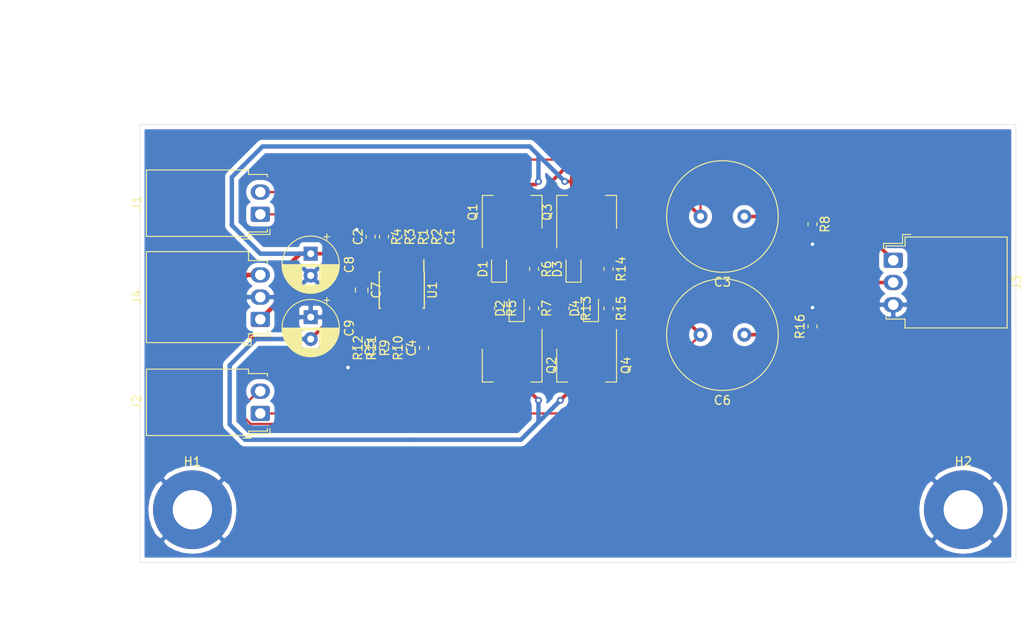
<source format=kicad_pcb>
(kicad_pcb (version 20171130) (host pcbnew 5.1.4)

  (general
    (thickness 1.6)
    (drawings 8)
    (tracks 200)
    (zones 0)
    (modules 40)
    (nets 26)
  )

  (page A)
  (title_block
    (title "Headphone Amplifier")
    (date 2019-09-22)
    (rev 0)
    (company "G. Keeth")
    (comment 1 "Preamp 2019")
  )

  (layers
    (0 F.Cu signal)
    (31 B.Cu signal)
    (32 B.Adhes user)
    (33 F.Adhes user)
    (34 B.Paste user)
    (35 F.Paste user)
    (36 B.SilkS user)
    (37 F.SilkS user)
    (38 B.Mask user)
    (39 F.Mask user)
    (40 Dwgs.User user)
    (41 Cmts.User user)
    (42 Eco1.User user)
    (43 Eco2.User user)
    (44 Edge.Cuts user)
    (45 Margin user)
    (46 B.CrtYd user)
    (47 F.CrtYd user)
    (48 B.Fab user)
    (49 F.Fab user hide)
  )

  (setup
    (last_trace_width 0.2)
    (user_trace_width 0.2032)
    (user_trace_width 0.254)
    (user_trace_width 0.3048)
    (user_trace_width 0.4064)
    (user_trace_width 0.508)
    (trace_clearance 0.2)
    (zone_clearance 0.508)
    (zone_45_only yes)
    (trace_min 0.2)
    (via_size 0.8)
    (via_drill 0.4)
    (via_min_size 0.4)
    (via_min_drill 0.3)
    (uvia_size 0.3)
    (uvia_drill 0.1)
    (uvias_allowed no)
    (uvia_min_size 0.2)
    (uvia_min_drill 0.1)
    (edge_width 0.05)
    (segment_width 0.2)
    (pcb_text_width 0.3)
    (pcb_text_size 1.5 1.5)
    (mod_edge_width 0.12)
    (mod_text_size 1 1)
    (mod_text_width 0.15)
    (pad_size 1.524 1.524)
    (pad_drill 0.762)
    (pad_to_mask_clearance 0.051)
    (solder_mask_min_width 0.25)
    (aux_axis_origin 0 0)
    (visible_elements FFFFFF7F)
    (pcbplotparams
      (layerselection 0x010fc_ffffffff)
      (usegerberextensions false)
      (usegerberattributes false)
      (usegerberadvancedattributes false)
      (creategerberjobfile false)
      (excludeedgelayer true)
      (linewidth 0.100000)
      (plotframeref false)
      (viasonmask false)
      (mode 1)
      (useauxorigin false)
      (hpglpennumber 1)
      (hpglpenspeed 20)
      (hpglpendiameter 15.000000)
      (psnegative false)
      (psa4output false)
      (plotreference true)
      (plotvalue true)
      (plotinvisibletext false)
      (padsonsilk false)
      (subtractmaskfromsilk false)
      (outputformat 1)
      (mirror false)
      (drillshape 1)
      (scaleselection 1)
      (outputdirectory ""))
  )

  (net 0 "")
  (net 1 "Net-(C1-Pad2)")
  (net 2 "Net-(C1-Pad1)")
  (net 3 GNDA)
  (net 4 "Net-(C2-Pad1)")
  (net 5 "Net-(C4-Pad2)")
  (net 6 "Net-(C4-Pad1)")
  (net 7 "Net-(C5-Pad1)")
  (net 8 VEE)
  (net 9 VCC)
  (net 10 "Net-(D1-Pad2)")
  (net 11 "Net-(D1-Pad1)")
  (net 12 "Net-(D2-Pad1)")
  (net 13 "Net-(D3-Pad2)")
  (net 14 "Net-(D3-Pad1)")
  (net 15 "Net-(D4-Pad1)")
  (net 16 /left_cold)
  (net 17 /left_hot)
  (net 18 /right_cold)
  (net 19 /right_hot)
  (net 20 /right_out)
  (net 21 /left_out)
  (net 22 "Net-(Q1-Pad3)")
  (net 23 "Net-(Q3-Pad3)")
  (net 24 "Net-(Q2-Pad3)")
  (net 25 "Net-(Q4-Pad3)")

  (net_class Default "This is the default net class."
    (clearance 0.2)
    (trace_width 0.2)
    (via_dia 0.8)
    (via_drill 0.4)
    (uvia_dia 0.3)
    (uvia_drill 0.1)
  )

  (net_class Audio ""
    (clearance 0.2)
    (trace_width 0.254)
    (via_dia 0.8)
    (via_drill 0.4)
    (uvia_dia 0.3)
    (uvia_drill 0.1)
    (add_net /left_cold)
    (add_net /left_hot)
    (add_net /right_cold)
    (add_net /right_hot)
    (add_net GNDA)
    (add_net "Net-(C1-Pad1)")
    (add_net "Net-(C1-Pad2)")
    (add_net "Net-(C2-Pad1)")
    (add_net "Net-(C4-Pad1)")
    (add_net "Net-(C4-Pad2)")
    (add_net "Net-(C5-Pad1)")
    (add_net "Net-(D1-Pad1)")
    (add_net "Net-(D1-Pad2)")
    (add_net "Net-(D2-Pad1)")
    (add_net "Net-(D3-Pad1)")
    (add_net "Net-(D3-Pad2)")
    (add_net "Net-(D4-Pad1)")
  )

  (net_class Output ""
    (clearance 0.2)
    (trace_width 0.4064)
    (via_dia 0.8)
    (via_drill 0.4)
    (uvia_dia 0.3)
    (uvia_drill 0.1)
    (add_net /left_out)
    (add_net /right_out)
    (add_net "Net-(Q1-Pad3)")
    (add_net "Net-(Q2-Pad3)")
    (add_net "Net-(Q3-Pad3)")
    (add_net "Net-(Q4-Pad3)")
  )

  (net_class Power ""
    (clearance 0.2)
    (trace_width 0.4064)
    (via_dia 0.8)
    (via_drill 0.4)
    (uvia_dia 0.3)
    (uvia_drill 0.1)
    (add_net VCC)
    (add_net VEE)
  )

  (module Capacitor_THT:C_Radial_D12.5mm_H20.0mm_P5.00mm (layer F.Cu) (tedit 5BC5C9BA) (tstamp 5D7DB4EC)
    (at 169 124 180)
    (descr "C, Radial series, Radial, pin pitch=5.00mm, diameter=12.5mm, height=20mm, Non-Polar Electrolytic Capacitor")
    (tags "C Radial series Radial pin pitch 5.00mm diameter 12.5mm height 20mm Non-Polar Electrolytic Capacitor")
    (path /5D966B04)
    (fp_text reference C6 (at 2.5 -7.5) (layer F.SilkS)
      (effects (font (size 1 1) (thickness 0.15)))
    )
    (fp_text value 220u (at 2.5 7.5) (layer F.Fab)
      (effects (font (size 1 1) (thickness 0.15)))
    )
    (fp_text user %R (at 2.5 0) (layer F.Fab)
      (effects (font (size 1 1) (thickness 0.15)))
    )
    (fp_circle (center 2.5 0) (end 9 0) (layer F.CrtYd) (width 0.05))
    (fp_circle (center 2.5 0) (end 8.87 0) (layer F.SilkS) (width 0.12))
    (fp_circle (center 2.5 0) (end 8.75 0) (layer F.Fab) (width 0.1))
    (pad 2 thru_hole circle (at 5 0 180) (size 1.6 1.6) (drill 0.8) (layers *.Cu *.Mask)
      (net 6 "Net-(C4-Pad1)"))
    (pad 1 thru_hole circle (at 0 0 180) (size 1.6 1.6) (drill 0.8) (layers *.Cu *.Mask)
      (net 20 /right_out))
    (model ${KISYS3DMOD}/Capacitor_THT.3dshapes/C_Radial_D12.5mm_H20.0mm_P5.00mm.wrl
      (at (xyz 0 0 0))
      (scale (xyz 1 1 1))
      (rotate (xyz 0 0 0))
    )
  )

  (module Capacitor_THT:C_Radial_D12.5mm_H20.0mm_P5.00mm (layer F.Cu) (tedit 5BC5C9BA) (tstamp 5D7DB4C0)
    (at 169 110.5 180)
    (descr "C, Radial series, Radial, pin pitch=5.00mm, diameter=12.5mm, height=20mm, Non-Polar Electrolytic Capacitor")
    (tags "C Radial series Radial pin pitch 5.00mm diameter 12.5mm height 20mm Non-Polar Electrolytic Capacitor")
    (path /5D965E2F)
    (fp_text reference C3 (at 2.5 -7.5) (layer F.SilkS)
      (effects (font (size 1 1) (thickness 0.15)))
    )
    (fp_text value 220u (at 2.5 7.5) (layer F.Fab)
      (effects (font (size 1 1) (thickness 0.15)))
    )
    (fp_text user %R (at 2.5 0) (layer F.Fab)
      (effects (font (size 1 1) (thickness 0.15)))
    )
    (fp_circle (center 2.5 0) (end 9 0) (layer F.CrtYd) (width 0.05))
    (fp_circle (center 2.5 0) (end 8.87 0) (layer F.SilkS) (width 0.12))
    (fp_circle (center 2.5 0) (end 8.75 0) (layer F.Fab) (width 0.1))
    (pad 2 thru_hole circle (at 5 0 180) (size 1.6 1.6) (drill 0.8) (layers *.Cu *.Mask)
      (net 2 "Net-(C1-Pad1)"))
    (pad 1 thru_hole circle (at 0 0 180) (size 1.6 1.6) (drill 0.8) (layers *.Cu *.Mask)
      (net 21 /left_out))
    (model ${KISYS3DMOD}/Capacitor_THT.3dshapes/C_Radial_D12.5mm_H20.0mm_P5.00mm.wrl
      (at (xyz 0 0 0))
      (scale (xyz 1 1 1))
      (rotate (xyz 0 0 0))
    )
  )

  (module Resistor_SMD:R_0603_1608Metric_Pad1.05x0.95mm_HandSolder (layer F.Cu) (tedit 5B301BBD) (tstamp 5D8CC09E)
    (at 176.784 123.063 90)
    (descr "Resistor SMD 0603 (1608 Metric), square (rectangular) end terminal, IPC_7351 nominal with elongated pad for handsoldering. (Body size source: http://www.tortai-tech.com/upload/download/2011102023233369053.pdf), generated with kicad-footprint-generator")
    (tags "resistor handsolder")
    (path /5D8EF0BD)
    (attr smd)
    (fp_text reference R16 (at 0 -1.43 90) (layer F.SilkS)
      (effects (font (size 1 1) (thickness 0.15)))
    )
    (fp_text value 22k (at 0 1.43 90) (layer F.Fab)
      (effects (font (size 1 1) (thickness 0.15)))
    )
    (fp_text user %R (at 0 0 90) (layer F.Fab)
      (effects (font (size 0.4 0.4) (thickness 0.06)))
    )
    (fp_line (start 1.65 0.73) (end -1.65 0.73) (layer F.CrtYd) (width 0.05))
    (fp_line (start 1.65 -0.73) (end 1.65 0.73) (layer F.CrtYd) (width 0.05))
    (fp_line (start -1.65 -0.73) (end 1.65 -0.73) (layer F.CrtYd) (width 0.05))
    (fp_line (start -1.65 0.73) (end -1.65 -0.73) (layer F.CrtYd) (width 0.05))
    (fp_line (start -0.171267 0.51) (end 0.171267 0.51) (layer F.SilkS) (width 0.12))
    (fp_line (start -0.171267 -0.51) (end 0.171267 -0.51) (layer F.SilkS) (width 0.12))
    (fp_line (start 0.8 0.4) (end -0.8 0.4) (layer F.Fab) (width 0.1))
    (fp_line (start 0.8 -0.4) (end 0.8 0.4) (layer F.Fab) (width 0.1))
    (fp_line (start -0.8 -0.4) (end 0.8 -0.4) (layer F.Fab) (width 0.1))
    (fp_line (start -0.8 0.4) (end -0.8 -0.4) (layer F.Fab) (width 0.1))
    (pad 2 smd roundrect (at 0.875 0 90) (size 1.05 0.95) (layers F.Cu F.Paste F.Mask) (roundrect_rratio 0.25)
      (net 3 GNDA))
    (pad 1 smd roundrect (at -0.875 0 90) (size 1.05 0.95) (layers F.Cu F.Paste F.Mask) (roundrect_rratio 0.25)
      (net 20 /right_out))
    (model ${KISYS3DMOD}/Resistor_SMD.3dshapes/R_0603_1608Metric.wrl
      (at (xyz 0 0 0))
      (scale (xyz 1 1 1))
      (rotate (xyz 0 0 0))
    )
  )

  (module Resistor_SMD:R_0603_1608Metric_Pad1.05x0.95mm_HandSolder (layer F.Cu) (tedit 5B301BBD) (tstamp 5D8CBFAD)
    (at 176.784 111.379 270)
    (descr "Resistor SMD 0603 (1608 Metric), square (rectangular) end terminal, IPC_7351 nominal with elongated pad for handsoldering. (Body size source: http://www.tortai-tech.com/upload/download/2011102023233369053.pdf), generated with kicad-footprint-generator")
    (tags "resistor handsolder")
    (path /5D90FF4F)
    (attr smd)
    (fp_text reference R8 (at 0 -1.43 90) (layer F.SilkS)
      (effects (font (size 1 1) (thickness 0.15)))
    )
    (fp_text value 22k (at 0 1.43 90) (layer F.Fab)
      (effects (font (size 1 1) (thickness 0.15)))
    )
    (fp_text user %R (at 0 0 90) (layer F.Fab)
      (effects (font (size 0.4 0.4) (thickness 0.06)))
    )
    (fp_line (start 1.65 0.73) (end -1.65 0.73) (layer F.CrtYd) (width 0.05))
    (fp_line (start 1.65 -0.73) (end 1.65 0.73) (layer F.CrtYd) (width 0.05))
    (fp_line (start -1.65 -0.73) (end 1.65 -0.73) (layer F.CrtYd) (width 0.05))
    (fp_line (start -1.65 0.73) (end -1.65 -0.73) (layer F.CrtYd) (width 0.05))
    (fp_line (start -0.171267 0.51) (end 0.171267 0.51) (layer F.SilkS) (width 0.12))
    (fp_line (start -0.171267 -0.51) (end 0.171267 -0.51) (layer F.SilkS) (width 0.12))
    (fp_line (start 0.8 0.4) (end -0.8 0.4) (layer F.Fab) (width 0.1))
    (fp_line (start 0.8 -0.4) (end 0.8 0.4) (layer F.Fab) (width 0.1))
    (fp_line (start -0.8 -0.4) (end 0.8 -0.4) (layer F.Fab) (width 0.1))
    (fp_line (start -0.8 0.4) (end -0.8 -0.4) (layer F.Fab) (width 0.1))
    (pad 2 smd roundrect (at 0.875 0 270) (size 1.05 0.95) (layers F.Cu F.Paste F.Mask) (roundrect_rratio 0.25)
      (net 3 GNDA))
    (pad 1 smd roundrect (at -0.875 0 270) (size 1.05 0.95) (layers F.Cu F.Paste F.Mask) (roundrect_rratio 0.25)
      (net 21 /left_out))
    (model ${KISYS3DMOD}/Resistor_SMD.3dshapes/R_0603_1608Metric.wrl
      (at (xyz 0 0 0))
      (scale (xyz 1 1 1))
      (rotate (xyz 0 0 0))
    )
  )

  (module Package_TO_SOT_SMD:SOT-223-3_TabPin2 (layer F.Cu) (tedit 5A02FF57) (tstamp 5D866414)
    (at 151 127.5 270)
    (descr "module CMS SOT223 4 pins")
    (tags "CMS SOT")
    (path /5D86F45B)
    (attr smd)
    (fp_text reference Q4 (at 0 -4.5 90) (layer F.SilkS)
      (effects (font (size 1 1) (thickness 0.15)))
    )
    (fp_text value PZTA92 (at 0 4.5 90) (layer F.Fab)
      (effects (font (size 1 1) (thickness 0.15)))
    )
    (fp_line (start 1.85 -3.35) (end 1.85 3.35) (layer F.Fab) (width 0.1))
    (fp_line (start -1.85 3.35) (end 1.85 3.35) (layer F.Fab) (width 0.1))
    (fp_line (start -4.1 -3.41) (end 1.91 -3.41) (layer F.SilkS) (width 0.12))
    (fp_line (start -0.85 -3.35) (end 1.85 -3.35) (layer F.Fab) (width 0.1))
    (fp_line (start -1.85 3.41) (end 1.91 3.41) (layer F.SilkS) (width 0.12))
    (fp_line (start -1.85 -2.35) (end -1.85 3.35) (layer F.Fab) (width 0.1))
    (fp_line (start -1.85 -2.35) (end -0.85 -3.35) (layer F.Fab) (width 0.1))
    (fp_line (start -4.4 -3.6) (end -4.4 3.6) (layer F.CrtYd) (width 0.05))
    (fp_line (start -4.4 3.6) (end 4.4 3.6) (layer F.CrtYd) (width 0.05))
    (fp_line (start 4.4 3.6) (end 4.4 -3.6) (layer F.CrtYd) (width 0.05))
    (fp_line (start 4.4 -3.6) (end -4.4 -3.6) (layer F.CrtYd) (width 0.05))
    (fp_line (start 1.91 -3.41) (end 1.91 -2.15) (layer F.SilkS) (width 0.12))
    (fp_line (start 1.91 3.41) (end 1.91 2.15) (layer F.SilkS) (width 0.12))
    (fp_text user %R (at 0 0) (layer F.Fab)
      (effects (font (size 0.8 0.8) (thickness 0.12)))
    )
    (pad 1 smd rect (at -3.15 -2.3 270) (size 2 1.5) (layers F.Cu F.Paste F.Mask)
      (net 15 "Net-(D4-Pad1)"))
    (pad 3 smd rect (at -3.15 2.3 270) (size 2 1.5) (layers F.Cu F.Paste F.Mask)
      (net 25 "Net-(Q4-Pad3)"))
    (pad 2 smd rect (at -3.15 0 270) (size 2 1.5) (layers F.Cu F.Paste F.Mask)
      (net 8 VEE))
    (pad 2 smd rect (at 3.15 0 270) (size 2 3.8) (layers F.Cu F.Paste F.Mask)
      (net 8 VEE))
    (model ${KISYS3DMOD}/Package_TO_SOT_SMD.3dshapes/SOT-223.wrl
      (at (xyz 0 0 0))
      (scale (xyz 1 1 1))
      (rotate (xyz 0 0 0))
    )
  )

  (module Capacitor_THT:CP_Radial_D6.3mm_P2.50mm (layer F.Cu) (tedit 5AE50EF0) (tstamp 5D7DB591)
    (at 119.5 114.75 270)
    (descr "CP, Radial series, Radial, pin pitch=2.50mm, , diameter=6.3mm, Electrolytic Capacitor")
    (tags "CP Radial series Radial pin pitch 2.50mm  diameter 6.3mm Electrolytic Capacitor")
    (path /5D8CBE42)
    (fp_text reference C8 (at 1.25 -4.4 90) (layer F.SilkS)
      (effects (font (size 1 1) (thickness 0.15)))
    )
    (fp_text value 100u (at 1.25 4.4 90) (layer F.Fab)
      (effects (font (size 1 1) (thickness 0.15)))
    )
    (fp_text user %R (at 1.25 0 90) (layer F.Fab)
      (effects (font (size 1 1) (thickness 0.15)))
    )
    (fp_line (start -1.935241 -2.154) (end -1.935241 -1.524) (layer F.SilkS) (width 0.12))
    (fp_line (start -2.250241 -1.839) (end -1.620241 -1.839) (layer F.SilkS) (width 0.12))
    (fp_line (start 4.491 -0.402) (end 4.491 0.402) (layer F.SilkS) (width 0.12))
    (fp_line (start 4.451 -0.633) (end 4.451 0.633) (layer F.SilkS) (width 0.12))
    (fp_line (start 4.411 -0.802) (end 4.411 0.802) (layer F.SilkS) (width 0.12))
    (fp_line (start 4.371 -0.94) (end 4.371 0.94) (layer F.SilkS) (width 0.12))
    (fp_line (start 4.331 -1.059) (end 4.331 1.059) (layer F.SilkS) (width 0.12))
    (fp_line (start 4.291 -1.165) (end 4.291 1.165) (layer F.SilkS) (width 0.12))
    (fp_line (start 4.251 -1.262) (end 4.251 1.262) (layer F.SilkS) (width 0.12))
    (fp_line (start 4.211 -1.35) (end 4.211 1.35) (layer F.SilkS) (width 0.12))
    (fp_line (start 4.171 -1.432) (end 4.171 1.432) (layer F.SilkS) (width 0.12))
    (fp_line (start 4.131 -1.509) (end 4.131 1.509) (layer F.SilkS) (width 0.12))
    (fp_line (start 4.091 -1.581) (end 4.091 1.581) (layer F.SilkS) (width 0.12))
    (fp_line (start 4.051 -1.65) (end 4.051 1.65) (layer F.SilkS) (width 0.12))
    (fp_line (start 4.011 -1.714) (end 4.011 1.714) (layer F.SilkS) (width 0.12))
    (fp_line (start 3.971 -1.776) (end 3.971 1.776) (layer F.SilkS) (width 0.12))
    (fp_line (start 3.931 -1.834) (end 3.931 1.834) (layer F.SilkS) (width 0.12))
    (fp_line (start 3.891 -1.89) (end 3.891 1.89) (layer F.SilkS) (width 0.12))
    (fp_line (start 3.851 -1.944) (end 3.851 1.944) (layer F.SilkS) (width 0.12))
    (fp_line (start 3.811 -1.995) (end 3.811 1.995) (layer F.SilkS) (width 0.12))
    (fp_line (start 3.771 -2.044) (end 3.771 2.044) (layer F.SilkS) (width 0.12))
    (fp_line (start 3.731 -2.092) (end 3.731 2.092) (layer F.SilkS) (width 0.12))
    (fp_line (start 3.691 -2.137) (end 3.691 2.137) (layer F.SilkS) (width 0.12))
    (fp_line (start 3.651 -2.182) (end 3.651 2.182) (layer F.SilkS) (width 0.12))
    (fp_line (start 3.611 -2.224) (end 3.611 2.224) (layer F.SilkS) (width 0.12))
    (fp_line (start 3.571 -2.265) (end 3.571 2.265) (layer F.SilkS) (width 0.12))
    (fp_line (start 3.531 1.04) (end 3.531 2.305) (layer F.SilkS) (width 0.12))
    (fp_line (start 3.531 -2.305) (end 3.531 -1.04) (layer F.SilkS) (width 0.12))
    (fp_line (start 3.491 1.04) (end 3.491 2.343) (layer F.SilkS) (width 0.12))
    (fp_line (start 3.491 -2.343) (end 3.491 -1.04) (layer F.SilkS) (width 0.12))
    (fp_line (start 3.451 1.04) (end 3.451 2.38) (layer F.SilkS) (width 0.12))
    (fp_line (start 3.451 -2.38) (end 3.451 -1.04) (layer F.SilkS) (width 0.12))
    (fp_line (start 3.411 1.04) (end 3.411 2.416) (layer F.SilkS) (width 0.12))
    (fp_line (start 3.411 -2.416) (end 3.411 -1.04) (layer F.SilkS) (width 0.12))
    (fp_line (start 3.371 1.04) (end 3.371 2.45) (layer F.SilkS) (width 0.12))
    (fp_line (start 3.371 -2.45) (end 3.371 -1.04) (layer F.SilkS) (width 0.12))
    (fp_line (start 3.331 1.04) (end 3.331 2.484) (layer F.SilkS) (width 0.12))
    (fp_line (start 3.331 -2.484) (end 3.331 -1.04) (layer F.SilkS) (width 0.12))
    (fp_line (start 3.291 1.04) (end 3.291 2.516) (layer F.SilkS) (width 0.12))
    (fp_line (start 3.291 -2.516) (end 3.291 -1.04) (layer F.SilkS) (width 0.12))
    (fp_line (start 3.251 1.04) (end 3.251 2.548) (layer F.SilkS) (width 0.12))
    (fp_line (start 3.251 -2.548) (end 3.251 -1.04) (layer F.SilkS) (width 0.12))
    (fp_line (start 3.211 1.04) (end 3.211 2.578) (layer F.SilkS) (width 0.12))
    (fp_line (start 3.211 -2.578) (end 3.211 -1.04) (layer F.SilkS) (width 0.12))
    (fp_line (start 3.171 1.04) (end 3.171 2.607) (layer F.SilkS) (width 0.12))
    (fp_line (start 3.171 -2.607) (end 3.171 -1.04) (layer F.SilkS) (width 0.12))
    (fp_line (start 3.131 1.04) (end 3.131 2.636) (layer F.SilkS) (width 0.12))
    (fp_line (start 3.131 -2.636) (end 3.131 -1.04) (layer F.SilkS) (width 0.12))
    (fp_line (start 3.091 1.04) (end 3.091 2.664) (layer F.SilkS) (width 0.12))
    (fp_line (start 3.091 -2.664) (end 3.091 -1.04) (layer F.SilkS) (width 0.12))
    (fp_line (start 3.051 1.04) (end 3.051 2.69) (layer F.SilkS) (width 0.12))
    (fp_line (start 3.051 -2.69) (end 3.051 -1.04) (layer F.SilkS) (width 0.12))
    (fp_line (start 3.011 1.04) (end 3.011 2.716) (layer F.SilkS) (width 0.12))
    (fp_line (start 3.011 -2.716) (end 3.011 -1.04) (layer F.SilkS) (width 0.12))
    (fp_line (start 2.971 1.04) (end 2.971 2.742) (layer F.SilkS) (width 0.12))
    (fp_line (start 2.971 -2.742) (end 2.971 -1.04) (layer F.SilkS) (width 0.12))
    (fp_line (start 2.931 1.04) (end 2.931 2.766) (layer F.SilkS) (width 0.12))
    (fp_line (start 2.931 -2.766) (end 2.931 -1.04) (layer F.SilkS) (width 0.12))
    (fp_line (start 2.891 1.04) (end 2.891 2.79) (layer F.SilkS) (width 0.12))
    (fp_line (start 2.891 -2.79) (end 2.891 -1.04) (layer F.SilkS) (width 0.12))
    (fp_line (start 2.851 1.04) (end 2.851 2.812) (layer F.SilkS) (width 0.12))
    (fp_line (start 2.851 -2.812) (end 2.851 -1.04) (layer F.SilkS) (width 0.12))
    (fp_line (start 2.811 1.04) (end 2.811 2.834) (layer F.SilkS) (width 0.12))
    (fp_line (start 2.811 -2.834) (end 2.811 -1.04) (layer F.SilkS) (width 0.12))
    (fp_line (start 2.771 1.04) (end 2.771 2.856) (layer F.SilkS) (width 0.12))
    (fp_line (start 2.771 -2.856) (end 2.771 -1.04) (layer F.SilkS) (width 0.12))
    (fp_line (start 2.731 1.04) (end 2.731 2.876) (layer F.SilkS) (width 0.12))
    (fp_line (start 2.731 -2.876) (end 2.731 -1.04) (layer F.SilkS) (width 0.12))
    (fp_line (start 2.691 1.04) (end 2.691 2.896) (layer F.SilkS) (width 0.12))
    (fp_line (start 2.691 -2.896) (end 2.691 -1.04) (layer F.SilkS) (width 0.12))
    (fp_line (start 2.651 1.04) (end 2.651 2.916) (layer F.SilkS) (width 0.12))
    (fp_line (start 2.651 -2.916) (end 2.651 -1.04) (layer F.SilkS) (width 0.12))
    (fp_line (start 2.611 1.04) (end 2.611 2.934) (layer F.SilkS) (width 0.12))
    (fp_line (start 2.611 -2.934) (end 2.611 -1.04) (layer F.SilkS) (width 0.12))
    (fp_line (start 2.571 1.04) (end 2.571 2.952) (layer F.SilkS) (width 0.12))
    (fp_line (start 2.571 -2.952) (end 2.571 -1.04) (layer F.SilkS) (width 0.12))
    (fp_line (start 2.531 1.04) (end 2.531 2.97) (layer F.SilkS) (width 0.12))
    (fp_line (start 2.531 -2.97) (end 2.531 -1.04) (layer F.SilkS) (width 0.12))
    (fp_line (start 2.491 1.04) (end 2.491 2.986) (layer F.SilkS) (width 0.12))
    (fp_line (start 2.491 -2.986) (end 2.491 -1.04) (layer F.SilkS) (width 0.12))
    (fp_line (start 2.451 1.04) (end 2.451 3.002) (layer F.SilkS) (width 0.12))
    (fp_line (start 2.451 -3.002) (end 2.451 -1.04) (layer F.SilkS) (width 0.12))
    (fp_line (start 2.411 1.04) (end 2.411 3.018) (layer F.SilkS) (width 0.12))
    (fp_line (start 2.411 -3.018) (end 2.411 -1.04) (layer F.SilkS) (width 0.12))
    (fp_line (start 2.371 1.04) (end 2.371 3.033) (layer F.SilkS) (width 0.12))
    (fp_line (start 2.371 -3.033) (end 2.371 -1.04) (layer F.SilkS) (width 0.12))
    (fp_line (start 2.331 1.04) (end 2.331 3.047) (layer F.SilkS) (width 0.12))
    (fp_line (start 2.331 -3.047) (end 2.331 -1.04) (layer F.SilkS) (width 0.12))
    (fp_line (start 2.291 1.04) (end 2.291 3.061) (layer F.SilkS) (width 0.12))
    (fp_line (start 2.291 -3.061) (end 2.291 -1.04) (layer F.SilkS) (width 0.12))
    (fp_line (start 2.251 1.04) (end 2.251 3.074) (layer F.SilkS) (width 0.12))
    (fp_line (start 2.251 -3.074) (end 2.251 -1.04) (layer F.SilkS) (width 0.12))
    (fp_line (start 2.211 1.04) (end 2.211 3.086) (layer F.SilkS) (width 0.12))
    (fp_line (start 2.211 -3.086) (end 2.211 -1.04) (layer F.SilkS) (width 0.12))
    (fp_line (start 2.171 1.04) (end 2.171 3.098) (layer F.SilkS) (width 0.12))
    (fp_line (start 2.171 -3.098) (end 2.171 -1.04) (layer F.SilkS) (width 0.12))
    (fp_line (start 2.131 1.04) (end 2.131 3.11) (layer F.SilkS) (width 0.12))
    (fp_line (start 2.131 -3.11) (end 2.131 -1.04) (layer F.SilkS) (width 0.12))
    (fp_line (start 2.091 1.04) (end 2.091 3.121) (layer F.SilkS) (width 0.12))
    (fp_line (start 2.091 -3.121) (end 2.091 -1.04) (layer F.SilkS) (width 0.12))
    (fp_line (start 2.051 1.04) (end 2.051 3.131) (layer F.SilkS) (width 0.12))
    (fp_line (start 2.051 -3.131) (end 2.051 -1.04) (layer F.SilkS) (width 0.12))
    (fp_line (start 2.011 1.04) (end 2.011 3.141) (layer F.SilkS) (width 0.12))
    (fp_line (start 2.011 -3.141) (end 2.011 -1.04) (layer F.SilkS) (width 0.12))
    (fp_line (start 1.971 1.04) (end 1.971 3.15) (layer F.SilkS) (width 0.12))
    (fp_line (start 1.971 -3.15) (end 1.971 -1.04) (layer F.SilkS) (width 0.12))
    (fp_line (start 1.93 1.04) (end 1.93 3.159) (layer F.SilkS) (width 0.12))
    (fp_line (start 1.93 -3.159) (end 1.93 -1.04) (layer F.SilkS) (width 0.12))
    (fp_line (start 1.89 1.04) (end 1.89 3.167) (layer F.SilkS) (width 0.12))
    (fp_line (start 1.89 -3.167) (end 1.89 -1.04) (layer F.SilkS) (width 0.12))
    (fp_line (start 1.85 1.04) (end 1.85 3.175) (layer F.SilkS) (width 0.12))
    (fp_line (start 1.85 -3.175) (end 1.85 -1.04) (layer F.SilkS) (width 0.12))
    (fp_line (start 1.81 1.04) (end 1.81 3.182) (layer F.SilkS) (width 0.12))
    (fp_line (start 1.81 -3.182) (end 1.81 -1.04) (layer F.SilkS) (width 0.12))
    (fp_line (start 1.77 1.04) (end 1.77 3.189) (layer F.SilkS) (width 0.12))
    (fp_line (start 1.77 -3.189) (end 1.77 -1.04) (layer F.SilkS) (width 0.12))
    (fp_line (start 1.73 1.04) (end 1.73 3.195) (layer F.SilkS) (width 0.12))
    (fp_line (start 1.73 -3.195) (end 1.73 -1.04) (layer F.SilkS) (width 0.12))
    (fp_line (start 1.69 1.04) (end 1.69 3.201) (layer F.SilkS) (width 0.12))
    (fp_line (start 1.69 -3.201) (end 1.69 -1.04) (layer F.SilkS) (width 0.12))
    (fp_line (start 1.65 1.04) (end 1.65 3.206) (layer F.SilkS) (width 0.12))
    (fp_line (start 1.65 -3.206) (end 1.65 -1.04) (layer F.SilkS) (width 0.12))
    (fp_line (start 1.61 1.04) (end 1.61 3.211) (layer F.SilkS) (width 0.12))
    (fp_line (start 1.61 -3.211) (end 1.61 -1.04) (layer F.SilkS) (width 0.12))
    (fp_line (start 1.57 1.04) (end 1.57 3.215) (layer F.SilkS) (width 0.12))
    (fp_line (start 1.57 -3.215) (end 1.57 -1.04) (layer F.SilkS) (width 0.12))
    (fp_line (start 1.53 1.04) (end 1.53 3.218) (layer F.SilkS) (width 0.12))
    (fp_line (start 1.53 -3.218) (end 1.53 -1.04) (layer F.SilkS) (width 0.12))
    (fp_line (start 1.49 1.04) (end 1.49 3.222) (layer F.SilkS) (width 0.12))
    (fp_line (start 1.49 -3.222) (end 1.49 -1.04) (layer F.SilkS) (width 0.12))
    (fp_line (start 1.45 -3.224) (end 1.45 3.224) (layer F.SilkS) (width 0.12))
    (fp_line (start 1.41 -3.227) (end 1.41 3.227) (layer F.SilkS) (width 0.12))
    (fp_line (start 1.37 -3.228) (end 1.37 3.228) (layer F.SilkS) (width 0.12))
    (fp_line (start 1.33 -3.23) (end 1.33 3.23) (layer F.SilkS) (width 0.12))
    (fp_line (start 1.29 -3.23) (end 1.29 3.23) (layer F.SilkS) (width 0.12))
    (fp_line (start 1.25 -3.23) (end 1.25 3.23) (layer F.SilkS) (width 0.12))
    (fp_line (start -1.128972 -1.6885) (end -1.128972 -1.0585) (layer F.Fab) (width 0.1))
    (fp_line (start -1.443972 -1.3735) (end -0.813972 -1.3735) (layer F.Fab) (width 0.1))
    (fp_circle (center 1.25 0) (end 4.65 0) (layer F.CrtYd) (width 0.05))
    (fp_circle (center 1.25 0) (end 4.52 0) (layer F.SilkS) (width 0.12))
    (fp_circle (center 1.25 0) (end 4.4 0) (layer F.Fab) (width 0.1))
    (pad 2 thru_hole circle (at 2.5 0 270) (size 1.6 1.6) (drill 0.8) (layers *.Cu *.Mask)
      (net 3 GNDA))
    (pad 1 thru_hole rect (at 0 0 270) (size 1.6 1.6) (drill 0.8) (layers *.Cu *.Mask)
      (net 9 VCC))
    (model ${KISYS3DMOD}/Capacitor_THT.3dshapes/CP_Radial_D6.3mm_P2.50mm.wrl
      (at (xyz 0 0 0))
      (scale (xyz 1 1 1))
      (rotate (xyz 0 0 0))
    )
  )

  (module Diode_SMD:D_SOD-323 (layer F.Cu) (tedit 58641739) (tstamp 5D7DB66D)
    (at 149.5 116.5 90)
    (descr SOD-323)
    (tags SOD-323)
    (path /5D825D6E)
    (attr smd)
    (fp_text reference D3 (at 0 -1.85 90) (layer F.SilkS)
      (effects (font (size 1 1) (thickness 0.15)))
    )
    (fp_text value 1N4148WS (at 0.1 1.9 90) (layer F.Fab)
      (effects (font (size 1 1) (thickness 0.15)))
    )
    (fp_line (start -1.5 -0.85) (end 1.05 -0.85) (layer F.SilkS) (width 0.12))
    (fp_line (start -1.5 0.85) (end 1.05 0.85) (layer F.SilkS) (width 0.12))
    (fp_line (start -1.6 -0.95) (end -1.6 0.95) (layer F.CrtYd) (width 0.05))
    (fp_line (start -1.6 0.95) (end 1.6 0.95) (layer F.CrtYd) (width 0.05))
    (fp_line (start 1.6 -0.95) (end 1.6 0.95) (layer F.CrtYd) (width 0.05))
    (fp_line (start -1.6 -0.95) (end 1.6 -0.95) (layer F.CrtYd) (width 0.05))
    (fp_line (start -0.9 -0.7) (end 0.9 -0.7) (layer F.Fab) (width 0.1))
    (fp_line (start 0.9 -0.7) (end 0.9 0.7) (layer F.Fab) (width 0.1))
    (fp_line (start 0.9 0.7) (end -0.9 0.7) (layer F.Fab) (width 0.1))
    (fp_line (start -0.9 0.7) (end -0.9 -0.7) (layer F.Fab) (width 0.1))
    (fp_line (start -0.3 -0.35) (end -0.3 0.35) (layer F.Fab) (width 0.1))
    (fp_line (start -0.3 0) (end -0.5 0) (layer F.Fab) (width 0.1))
    (fp_line (start -0.3 0) (end 0.2 -0.35) (layer F.Fab) (width 0.1))
    (fp_line (start 0.2 -0.35) (end 0.2 0.35) (layer F.Fab) (width 0.1))
    (fp_line (start 0.2 0.35) (end -0.3 0) (layer F.Fab) (width 0.1))
    (fp_line (start 0.2 0) (end 0.45 0) (layer F.Fab) (width 0.1))
    (fp_line (start -1.5 -0.85) (end -1.5 0.85) (layer F.SilkS) (width 0.12))
    (fp_text user %R (at 0 -1.85 90) (layer F.Fab)
      (effects (font (size 1 1) (thickness 0.15)))
    )
    (pad 2 smd rect (at 1.05 0 90) (size 0.6 0.45) (layers F.Cu F.Paste F.Mask)
      (net 13 "Net-(D3-Pad2)"))
    (pad 1 smd rect (at -1.05 0 90) (size 0.6 0.45) (layers F.Cu F.Paste F.Mask)
      (net 14 "Net-(D3-Pad1)"))
    (model ${KISYS3DMOD}/Diode_SMD.3dshapes/D_SOD-323.wrl
      (at (xyz 0 0 0))
      (scale (xyz 1 1 1))
      (rotate (xyz 0 0 0))
    )
  )

  (module Package_TO_SOT_SMD:SOT-223-3_TabPin2 (layer F.Cu) (tedit 5A02FF57) (tstamp 5D8663FE)
    (at 151 110 90)
    (descr "module CMS SOT223 4 pins")
    (tags "CMS SOT")
    (path /5D86E452)
    (attr smd)
    (fp_text reference Q3 (at 0 -4.5 90) (layer F.SilkS)
      (effects (font (size 1 1) (thickness 0.15)))
    )
    (fp_text value PZTA42 (at 0 4.5 90) (layer F.Fab)
      (effects (font (size 1 1) (thickness 0.15)))
    )
    (fp_line (start 1.85 -3.35) (end 1.85 3.35) (layer F.Fab) (width 0.1))
    (fp_line (start -1.85 3.35) (end 1.85 3.35) (layer F.Fab) (width 0.1))
    (fp_line (start -4.1 -3.41) (end 1.91 -3.41) (layer F.SilkS) (width 0.12))
    (fp_line (start -0.85 -3.35) (end 1.85 -3.35) (layer F.Fab) (width 0.1))
    (fp_line (start -1.85 3.41) (end 1.91 3.41) (layer F.SilkS) (width 0.12))
    (fp_line (start -1.85 -2.35) (end -1.85 3.35) (layer F.Fab) (width 0.1))
    (fp_line (start -1.85 -2.35) (end -0.85 -3.35) (layer F.Fab) (width 0.1))
    (fp_line (start -4.4 -3.6) (end -4.4 3.6) (layer F.CrtYd) (width 0.05))
    (fp_line (start -4.4 3.6) (end 4.4 3.6) (layer F.CrtYd) (width 0.05))
    (fp_line (start 4.4 3.6) (end 4.4 -3.6) (layer F.CrtYd) (width 0.05))
    (fp_line (start 4.4 -3.6) (end -4.4 -3.6) (layer F.CrtYd) (width 0.05))
    (fp_line (start 1.91 -3.41) (end 1.91 -2.15) (layer F.SilkS) (width 0.12))
    (fp_line (start 1.91 3.41) (end 1.91 2.15) (layer F.SilkS) (width 0.12))
    (fp_text user %R (at 0 0) (layer F.Fab)
      (effects (font (size 0.8 0.8) (thickness 0.12)))
    )
    (pad 1 smd rect (at -3.15 -2.3 90) (size 2 1.5) (layers F.Cu F.Paste F.Mask)
      (net 13 "Net-(D3-Pad2)"))
    (pad 3 smd rect (at -3.15 2.3 90) (size 2 1.5) (layers F.Cu F.Paste F.Mask)
      (net 23 "Net-(Q3-Pad3)"))
    (pad 2 smd rect (at -3.15 0 90) (size 2 1.5) (layers F.Cu F.Paste F.Mask)
      (net 9 VCC))
    (pad 2 smd rect (at 3.15 0 90) (size 2 3.8) (layers F.Cu F.Paste F.Mask)
      (net 9 VCC))
    (model ${KISYS3DMOD}/Package_TO_SOT_SMD.3dshapes/SOT-223.wrl
      (at (xyz 0 0 0))
      (scale (xyz 1 1 1))
      (rotate (xyz 0 0 0))
    )
  )

  (module Package_TO_SOT_SMD:SOT-223-3_TabPin2 (layer F.Cu) (tedit 5A02FF57) (tstamp 5D8663E8)
    (at 142.5 127.5 270)
    (descr "module CMS SOT223 4 pins")
    (tags "CMS SOT")
    (path /5D86C06E)
    (attr smd)
    (fp_text reference Q2 (at 0 -4.5 90) (layer F.SilkS)
      (effects (font (size 1 1) (thickness 0.15)))
    )
    (fp_text value PZTA92 (at 0 4.5 90) (layer F.Fab)
      (effects (font (size 1 1) (thickness 0.15)))
    )
    (fp_line (start 1.85 -3.35) (end 1.85 3.35) (layer F.Fab) (width 0.1))
    (fp_line (start -1.85 3.35) (end 1.85 3.35) (layer F.Fab) (width 0.1))
    (fp_line (start -4.1 -3.41) (end 1.91 -3.41) (layer F.SilkS) (width 0.12))
    (fp_line (start -0.85 -3.35) (end 1.85 -3.35) (layer F.Fab) (width 0.1))
    (fp_line (start -1.85 3.41) (end 1.91 3.41) (layer F.SilkS) (width 0.12))
    (fp_line (start -1.85 -2.35) (end -1.85 3.35) (layer F.Fab) (width 0.1))
    (fp_line (start -1.85 -2.35) (end -0.85 -3.35) (layer F.Fab) (width 0.1))
    (fp_line (start -4.4 -3.6) (end -4.4 3.6) (layer F.CrtYd) (width 0.05))
    (fp_line (start -4.4 3.6) (end 4.4 3.6) (layer F.CrtYd) (width 0.05))
    (fp_line (start 4.4 3.6) (end 4.4 -3.6) (layer F.CrtYd) (width 0.05))
    (fp_line (start 4.4 -3.6) (end -4.4 -3.6) (layer F.CrtYd) (width 0.05))
    (fp_line (start 1.91 -3.41) (end 1.91 -2.15) (layer F.SilkS) (width 0.12))
    (fp_line (start 1.91 3.41) (end 1.91 2.15) (layer F.SilkS) (width 0.12))
    (fp_text user %R (at 0 0) (layer F.Fab)
      (effects (font (size 0.8 0.8) (thickness 0.12)))
    )
    (pad 1 smd rect (at -3.15 -2.3 270) (size 2 1.5) (layers F.Cu F.Paste F.Mask)
      (net 12 "Net-(D2-Pad1)"))
    (pad 3 smd rect (at -3.15 2.3 270) (size 2 1.5) (layers F.Cu F.Paste F.Mask)
      (net 24 "Net-(Q2-Pad3)"))
    (pad 2 smd rect (at -3.15 0 270) (size 2 1.5) (layers F.Cu F.Paste F.Mask)
      (net 8 VEE))
    (pad 2 smd rect (at 3.15 0 270) (size 2 3.8) (layers F.Cu F.Paste F.Mask)
      (net 8 VEE))
    (model ${KISYS3DMOD}/Package_TO_SOT_SMD.3dshapes/SOT-223.wrl
      (at (xyz 0 0 0))
      (scale (xyz 1 1 1))
      (rotate (xyz 0 0 0))
    )
  )

  (module Package_TO_SOT_SMD:SOT-223-3_TabPin2 (layer F.Cu) (tedit 5A02FF57) (tstamp 5D8663D2)
    (at 142.5 110 90)
    (descr "module CMS SOT223 4 pins")
    (tags "CMS SOT")
    (path /5D86B1D4)
    (attr smd)
    (fp_text reference Q1 (at 0 -4.5 90) (layer F.SilkS)
      (effects (font (size 1 1) (thickness 0.15)))
    )
    (fp_text value PZTA42 (at 0 4.5 90) (layer F.Fab)
      (effects (font (size 1 1) (thickness 0.15)))
    )
    (fp_line (start 1.85 -3.35) (end 1.85 3.35) (layer F.Fab) (width 0.1))
    (fp_line (start -1.85 3.35) (end 1.85 3.35) (layer F.Fab) (width 0.1))
    (fp_line (start -4.1 -3.41) (end 1.91 -3.41) (layer F.SilkS) (width 0.12))
    (fp_line (start -0.85 -3.35) (end 1.85 -3.35) (layer F.Fab) (width 0.1))
    (fp_line (start -1.85 3.41) (end 1.91 3.41) (layer F.SilkS) (width 0.12))
    (fp_line (start -1.85 -2.35) (end -1.85 3.35) (layer F.Fab) (width 0.1))
    (fp_line (start -1.85 -2.35) (end -0.85 -3.35) (layer F.Fab) (width 0.1))
    (fp_line (start -4.4 -3.6) (end -4.4 3.6) (layer F.CrtYd) (width 0.05))
    (fp_line (start -4.4 3.6) (end 4.4 3.6) (layer F.CrtYd) (width 0.05))
    (fp_line (start 4.4 3.6) (end 4.4 -3.6) (layer F.CrtYd) (width 0.05))
    (fp_line (start 4.4 -3.6) (end -4.4 -3.6) (layer F.CrtYd) (width 0.05))
    (fp_line (start 1.91 -3.41) (end 1.91 -2.15) (layer F.SilkS) (width 0.12))
    (fp_line (start 1.91 3.41) (end 1.91 2.15) (layer F.SilkS) (width 0.12))
    (fp_text user %R (at 0 0) (layer F.Fab)
      (effects (font (size 0.8 0.8) (thickness 0.12)))
    )
    (pad 1 smd rect (at -3.15 -2.3 90) (size 2 1.5) (layers F.Cu F.Paste F.Mask)
      (net 10 "Net-(D1-Pad2)"))
    (pad 3 smd rect (at -3.15 2.3 90) (size 2 1.5) (layers F.Cu F.Paste F.Mask)
      (net 22 "Net-(Q1-Pad3)"))
    (pad 2 smd rect (at -3.15 0 90) (size 2 1.5) (layers F.Cu F.Paste F.Mask)
      (net 9 VCC))
    (pad 2 smd rect (at 3.15 0 90) (size 2 3.8) (layers F.Cu F.Paste F.Mask)
      (net 9 VCC))
    (model ${KISYS3DMOD}/Package_TO_SOT_SMD.3dshapes/SOT-223.wrl
      (at (xyz 0 0 0))
      (scale (xyz 1 1 1))
      (rotate (xyz 0 0 0))
    )
  )

  (module Connector_Molex_SL:Molex_SL_A-70553-0002_1x03_P2.54mm_Horizontal (layer F.Cu) (tedit 5D17EDA5) (tstamp 5D7DB75B)
    (at 113.75 122.25 90)
    (descr "Molex SL Modular Connectors, old/engineering part number: A-70553-0002 example for new part number: 70543-0002, 3 Pins (https://www.molex.com/pdm_docs/sd/705530001_sd.pdf), generated with kicad-footprint-generator")
    (tags "connector Molex SL top entry")
    (path /5D79F9DA)
    (fp_text reference J4 (at 2.54 -14.09 90) (layer F.SilkS)
      (effects (font (size 1 1) (thickness 0.15)))
    )
    (fp_text value Molex_SL_01x03_Male (at 2.54 1.9 90) (layer F.Fab)
      (effects (font (size 1 1) (thickness 0.15)))
    )
    (fp_text user %R (at 2.54 -12.19 90) (layer F.Fab)
      (effects (font (size 1 1) (thickness 0.15)))
    )
    (fp_line (start 8.12 -13.39) (end -3.04 -13.39) (layer F.CrtYd) (width 0.05))
    (fp_line (start 8.12 1.2) (end 8.12 -13.39) (layer F.CrtYd) (width 0.05))
    (fp_line (start 8.12 1.2) (end 8.12 1.2) (layer F.CrtYd) (width 0.05))
    (fp_line (start 8.12 1.2) (end 8.12 1.2) (layer F.CrtYd) (width 0.05))
    (fp_line (start -3.04 1.2) (end 8.12 1.2) (layer F.CrtYd) (width 0.05))
    (fp_line (start -3.04 1.2) (end -3.04 1.2) (layer F.CrtYd) (width 0.05))
    (fp_line (start -3.04 1.2) (end -3.04 1.2) (layer F.CrtYd) (width 0.05))
    (fp_line (start -3.04 -13.39) (end -3.04 1.2) (layer F.CrtYd) (width 0.05))
    (fp_line (start -1.925 1.1) (end -1.335 1.1) (layer F.SilkS) (width 0.12))
    (fp_line (start -1.925 -1.06) (end -1.925 1.1) (layer F.SilkS) (width 0.12))
    (fp_line (start -2.945 -1.06) (end -1.925 -1.06) (layer F.SilkS) (width 0.12))
    (fp_line (start -2.945 -2) (end -2.945 -1.06) (layer F.SilkS) (width 0.12))
    (fp_line (start 6.715 0.81) (end 6.415 0.81) (layer F.SilkS) (width 0.12))
    (fp_line (start 6.715 -1.35) (end 6.715 0.81) (layer F.SilkS) (width 0.12))
    (fp_line (start 7.735 -1.35) (end 6.715 -1.35) (layer F.SilkS) (width 0.12))
    (fp_line (start -1.635 0.81) (end -1.335 0.81) (layer F.SilkS) (width 0.12))
    (fp_line (start -1.635 -1.35) (end -1.635 0.81) (layer F.SilkS) (width 0.12))
    (fp_line (start -2.655 -1.35) (end -1.635 -1.35) (layer F.SilkS) (width 0.12))
    (fp_line (start 7.735 -13) (end 7.735 -1.35) (layer F.SilkS) (width 0.12))
    (fp_line (start -2.655 -13) (end 7.735 -13) (layer F.SilkS) (width 0.12))
    (fp_line (start -2.655 -1.35) (end -2.655 -13) (layer F.SilkS) (width 0.12))
    (fp_line (start 0 -1.752893) (end 0.5 -2.46) (layer F.Fab) (width 0.1))
    (fp_line (start -0.5 -2.46) (end 0 -1.752893) (layer F.Fab) (width 0.1))
    (fp_line (start 7.625 -12.89) (end -2.545 -12.89) (layer F.Fab) (width 0.1))
    (fp_line (start 7.625 -1.46) (end 7.625 -12.89) (layer F.Fab) (width 0.1))
    (fp_line (start 6.605 -1.46) (end 7.625 -1.46) (layer F.Fab) (width 0.1))
    (fp_line (start 6.605 0.7) (end 6.605 -1.46) (layer F.Fab) (width 0.1))
    (fp_line (start -1.525 0.7) (end 6.605 0.7) (layer F.Fab) (width 0.1))
    (fp_line (start -1.525 -1.46) (end -1.525 0.7) (layer F.Fab) (width 0.1))
    (fp_line (start -2.545 -1.46) (end -1.525 -1.46) (layer F.Fab) (width 0.1))
    (fp_line (start -2.545 -12.89) (end -2.545 -1.46) (layer F.Fab) (width 0.1))
    (pad 3 thru_hole oval (at 5.08 0 90) (size 1.74 2.2) (drill 1.2) (layers *.Cu *.Mask)
      (net 8 VEE))
    (pad 2 thru_hole oval (at 2.54 0 90) (size 1.74 2.2) (drill 1.2) (layers *.Cu *.Mask)
      (net 3 GNDA))
    (pad 1 thru_hole roundrect (at 0 0 90) (size 1.74 2.2) (drill 1.2) (layers *.Cu *.Mask) (roundrect_rratio 0.143678)
      (net 9 VCC))
    (model ${KISYS3DMOD}/Connector_Molex.3dshapes/Molex_SL_A-70553-0002_1x03_P2.54mm_Horizontal.wrl
      (at (xyz 0 0 0))
      (scale (xyz 1 1 1))
      (rotate (xyz 0 0 0))
    )
  )

  (module Connector_Molex_SL:Molex_SL_A-70553-0002_1x03_P2.54mm_Horizontal (layer F.Cu) (tedit 5D17EDA5) (tstamp 5D7DB728)
    (at 186 115.5 270)
    (descr "Molex SL Modular Connectors, old/engineering part number: A-70553-0002 example for new part number: 70543-0002, 3 Pins (https://www.molex.com/pdm_docs/sd/705530001_sd.pdf), generated with kicad-footprint-generator")
    (tags "connector Molex SL top entry")
    (path /5D93DF57)
    (fp_text reference J3 (at 2.54 -14.09 90) (layer F.SilkS)
      (effects (font (size 1 1) (thickness 0.15)))
    )
    (fp_text value Molex_SL_01x03_Male (at 2.54 1.9 90) (layer F.Fab)
      (effects (font (size 1 1) (thickness 0.15)))
    )
    (fp_text user %R (at 2.54 -12.19 90) (layer F.Fab)
      (effects (font (size 1 1) (thickness 0.15)))
    )
    (fp_line (start 8.12 -13.39) (end -3.04 -13.39) (layer F.CrtYd) (width 0.05))
    (fp_line (start 8.12 1.2) (end 8.12 -13.39) (layer F.CrtYd) (width 0.05))
    (fp_line (start 8.12 1.2) (end 8.12 1.2) (layer F.CrtYd) (width 0.05))
    (fp_line (start 8.12 1.2) (end 8.12 1.2) (layer F.CrtYd) (width 0.05))
    (fp_line (start -3.04 1.2) (end 8.12 1.2) (layer F.CrtYd) (width 0.05))
    (fp_line (start -3.04 1.2) (end -3.04 1.2) (layer F.CrtYd) (width 0.05))
    (fp_line (start -3.04 1.2) (end -3.04 1.2) (layer F.CrtYd) (width 0.05))
    (fp_line (start -3.04 -13.39) (end -3.04 1.2) (layer F.CrtYd) (width 0.05))
    (fp_line (start -1.925 1.1) (end -1.335 1.1) (layer F.SilkS) (width 0.12))
    (fp_line (start -1.925 -1.06) (end -1.925 1.1) (layer F.SilkS) (width 0.12))
    (fp_line (start -2.945 -1.06) (end -1.925 -1.06) (layer F.SilkS) (width 0.12))
    (fp_line (start -2.945 -2) (end -2.945 -1.06) (layer F.SilkS) (width 0.12))
    (fp_line (start 6.715 0.81) (end 6.415 0.81) (layer F.SilkS) (width 0.12))
    (fp_line (start 6.715 -1.35) (end 6.715 0.81) (layer F.SilkS) (width 0.12))
    (fp_line (start 7.735 -1.35) (end 6.715 -1.35) (layer F.SilkS) (width 0.12))
    (fp_line (start -1.635 0.81) (end -1.335 0.81) (layer F.SilkS) (width 0.12))
    (fp_line (start -1.635 -1.35) (end -1.635 0.81) (layer F.SilkS) (width 0.12))
    (fp_line (start -2.655 -1.35) (end -1.635 -1.35) (layer F.SilkS) (width 0.12))
    (fp_line (start 7.735 -13) (end 7.735 -1.35) (layer F.SilkS) (width 0.12))
    (fp_line (start -2.655 -13) (end 7.735 -13) (layer F.SilkS) (width 0.12))
    (fp_line (start -2.655 -1.35) (end -2.655 -13) (layer F.SilkS) (width 0.12))
    (fp_line (start 0 -1.752893) (end 0.5 -2.46) (layer F.Fab) (width 0.1))
    (fp_line (start -0.5 -2.46) (end 0 -1.752893) (layer F.Fab) (width 0.1))
    (fp_line (start 7.625 -12.89) (end -2.545 -12.89) (layer F.Fab) (width 0.1))
    (fp_line (start 7.625 -1.46) (end 7.625 -12.89) (layer F.Fab) (width 0.1))
    (fp_line (start 6.605 -1.46) (end 7.625 -1.46) (layer F.Fab) (width 0.1))
    (fp_line (start 6.605 0.7) (end 6.605 -1.46) (layer F.Fab) (width 0.1))
    (fp_line (start -1.525 0.7) (end 6.605 0.7) (layer F.Fab) (width 0.1))
    (fp_line (start -1.525 -1.46) (end -1.525 0.7) (layer F.Fab) (width 0.1))
    (fp_line (start -2.545 -1.46) (end -1.525 -1.46) (layer F.Fab) (width 0.1))
    (fp_line (start -2.545 -12.89) (end -2.545 -1.46) (layer F.Fab) (width 0.1))
    (pad 3 thru_hole oval (at 5.08 0 270) (size 1.74 2.2) (drill 1.2) (layers *.Cu *.Mask)
      (net 3 GNDA))
    (pad 2 thru_hole oval (at 2.54 0 270) (size 1.74 2.2) (drill 1.2) (layers *.Cu *.Mask)
      (net 20 /right_out))
    (pad 1 thru_hole roundrect (at 0 0 270) (size 1.74 2.2) (drill 1.2) (layers *.Cu *.Mask) (roundrect_rratio 0.143678)
      (net 21 /left_out))
    (model ${KISYS3DMOD}/Connector_Molex.3dshapes/Molex_SL_A-70553-0002_1x03_P2.54mm_Horizontal.wrl
      (at (xyz 0 0 0))
      (scale (xyz 1 1 1))
      (rotate (xyz 0 0 0))
    )
  )

  (module Connector_Molex_SL:Molex_SL_A-70553-0001_1x02_P2.54mm_Horizontal (layer F.Cu) (tedit 5D17EDA5) (tstamp 5D7DB6F5)
    (at 113.75 133 90)
    (descr "Molex SL Modular Connectors, old/engineering part number: A-70553-0001 example for new part number: 70543-0001, 2 Pins (https://www.molex.com/pdm_docs/sd/705530001_sd.pdf), generated with kicad-footprint-generator")
    (tags "connector Molex SL top entry")
    (path /5D825DD3)
    (fp_text reference J2 (at 1.27 -14.09 90) (layer F.SilkS)
      (effects (font (size 1 1) (thickness 0.15)))
    )
    (fp_text value Molex_SL_01x02_Male (at 1.27 1.9 90) (layer F.Fab)
      (effects (font (size 1 1) (thickness 0.15)))
    )
    (fp_text user %R (at 1.27 -12.19 90) (layer F.Fab)
      (effects (font (size 1 1) (thickness 0.15)))
    )
    (fp_line (start 5.46 -13.39) (end -2.92 -13.39) (layer F.CrtYd) (width 0.05))
    (fp_line (start 5.46 1.2) (end 5.46 -13.39) (layer F.CrtYd) (width 0.05))
    (fp_line (start 5.46 1.2) (end 5.46 1.2) (layer F.CrtYd) (width 0.05))
    (fp_line (start 5.46 1.2) (end 5.46 1.2) (layer F.CrtYd) (width 0.05))
    (fp_line (start -2.92 1.2) (end 5.46 1.2) (layer F.CrtYd) (width 0.05))
    (fp_line (start -2.92 1.2) (end -2.92 1.2) (layer F.CrtYd) (width 0.05))
    (fp_line (start -2.92 1.2) (end -2.92 1.2) (layer F.CrtYd) (width 0.05))
    (fp_line (start -2.92 -13.39) (end -2.92 1.2) (layer F.CrtYd) (width 0.05))
    (fp_line (start -2.305 1.1) (end -1.715 1.1) (layer F.SilkS) (width 0.12))
    (fp_line (start -2.305 -1.06) (end -2.305 1.1) (layer F.SilkS) (width 0.12))
    (fp_line (start -2.815 -1.06) (end -2.305 -1.06) (layer F.SilkS) (width 0.12))
    (fp_line (start -2.815 -2) (end -2.815 -1.06) (layer F.SilkS) (width 0.12))
    (fp_line (start 4.555 0.81) (end 4.255 0.81) (layer F.SilkS) (width 0.12))
    (fp_line (start 4.555 -1.35) (end 4.555 0.81) (layer F.SilkS) (width 0.12))
    (fp_line (start 5.065 -1.35) (end 4.555 -1.35) (layer F.SilkS) (width 0.12))
    (fp_line (start -2.015 0.81) (end -1.715 0.81) (layer F.SilkS) (width 0.12))
    (fp_line (start -2.015 -1.35) (end -2.015 0.81) (layer F.SilkS) (width 0.12))
    (fp_line (start -2.525 -1.35) (end -2.015 -1.35) (layer F.SilkS) (width 0.12))
    (fp_line (start 5.065 -13) (end 5.065 -1.35) (layer F.SilkS) (width 0.12))
    (fp_line (start -2.525 -13) (end 5.065 -13) (layer F.SilkS) (width 0.12))
    (fp_line (start -2.525 -1.35) (end -2.525 -13) (layer F.SilkS) (width 0.12))
    (fp_line (start 0 -1.752893) (end 0.5 -2.46) (layer F.Fab) (width 0.1))
    (fp_line (start -0.5 -2.46) (end 0 -1.752893) (layer F.Fab) (width 0.1))
    (fp_line (start 4.955 -12.89) (end -2.415 -12.89) (layer F.Fab) (width 0.1))
    (fp_line (start 4.955 -1.46) (end 4.955 -12.89) (layer F.Fab) (width 0.1))
    (fp_line (start 4.445 -1.46) (end 4.955 -1.46) (layer F.Fab) (width 0.1))
    (fp_line (start 4.445 0.7) (end 4.445 -1.46) (layer F.Fab) (width 0.1))
    (fp_line (start -1.905 0.7) (end 4.445 0.7) (layer F.Fab) (width 0.1))
    (fp_line (start -1.905 -1.46) (end -1.905 0.7) (layer F.Fab) (width 0.1))
    (fp_line (start -2.415 -1.46) (end -1.905 -1.46) (layer F.Fab) (width 0.1))
    (fp_line (start -2.415 -12.89) (end -2.415 -1.46) (layer F.Fab) (width 0.1))
    (pad 2 thru_hole oval (at 2.54 0 90) (size 1.74 2.2) (drill 1.2) (layers *.Cu *.Mask)
      (net 18 /right_cold))
    (pad 1 thru_hole roundrect (at 0 0 90) (size 1.74 2.2) (drill 1.2) (layers *.Cu *.Mask) (roundrect_rratio 0.143678)
      (net 19 /right_hot))
    (model ${KISYS3DMOD}/Connector_Molex.3dshapes/Molex_SL_A-70553-0001_1x02_P2.54mm_Horizontal.wrl
      (at (xyz 0 0 0))
      (scale (xyz 1 1 1))
      (rotate (xyz 0 0 0))
    )
  )

  (module Connector_Molex_SL:Molex_SL_A-70553-0001_1x02_P2.54mm_Horizontal (layer F.Cu) (tedit 5D17EDA5) (tstamp 5D7DB6C5)
    (at 113.75 110.25 90)
    (descr "Molex SL Modular Connectors, old/engineering part number: A-70553-0001 example for new part number: 70543-0001, 2 Pins (https://www.molex.com/pdm_docs/sd/705530001_sd.pdf), generated with kicad-footprint-generator")
    (tags "connector Molex SL top entry")
    (path /5D7B5472)
    (fp_text reference J1 (at 1.27 -14.09 90) (layer F.SilkS)
      (effects (font (size 1 1) (thickness 0.15)))
    )
    (fp_text value Molex_SL_01x02_Male (at 1.27 1.9 90) (layer F.Fab)
      (effects (font (size 1 1) (thickness 0.15)))
    )
    (fp_text user %R (at 1.27 -12.19 90) (layer F.Fab)
      (effects (font (size 1 1) (thickness 0.15)))
    )
    (fp_line (start 5.46 -13.39) (end -2.92 -13.39) (layer F.CrtYd) (width 0.05))
    (fp_line (start 5.46 1.2) (end 5.46 -13.39) (layer F.CrtYd) (width 0.05))
    (fp_line (start 5.46 1.2) (end 5.46 1.2) (layer F.CrtYd) (width 0.05))
    (fp_line (start 5.46 1.2) (end 5.46 1.2) (layer F.CrtYd) (width 0.05))
    (fp_line (start -2.92 1.2) (end 5.46 1.2) (layer F.CrtYd) (width 0.05))
    (fp_line (start -2.92 1.2) (end -2.92 1.2) (layer F.CrtYd) (width 0.05))
    (fp_line (start -2.92 1.2) (end -2.92 1.2) (layer F.CrtYd) (width 0.05))
    (fp_line (start -2.92 -13.39) (end -2.92 1.2) (layer F.CrtYd) (width 0.05))
    (fp_line (start -2.305 1.1) (end -1.715 1.1) (layer F.SilkS) (width 0.12))
    (fp_line (start -2.305 -1.06) (end -2.305 1.1) (layer F.SilkS) (width 0.12))
    (fp_line (start -2.815 -1.06) (end -2.305 -1.06) (layer F.SilkS) (width 0.12))
    (fp_line (start -2.815 -2) (end -2.815 -1.06) (layer F.SilkS) (width 0.12))
    (fp_line (start 4.555 0.81) (end 4.255 0.81) (layer F.SilkS) (width 0.12))
    (fp_line (start 4.555 -1.35) (end 4.555 0.81) (layer F.SilkS) (width 0.12))
    (fp_line (start 5.065 -1.35) (end 4.555 -1.35) (layer F.SilkS) (width 0.12))
    (fp_line (start -2.015 0.81) (end -1.715 0.81) (layer F.SilkS) (width 0.12))
    (fp_line (start -2.015 -1.35) (end -2.015 0.81) (layer F.SilkS) (width 0.12))
    (fp_line (start -2.525 -1.35) (end -2.015 -1.35) (layer F.SilkS) (width 0.12))
    (fp_line (start 5.065 -13) (end 5.065 -1.35) (layer F.SilkS) (width 0.12))
    (fp_line (start -2.525 -13) (end 5.065 -13) (layer F.SilkS) (width 0.12))
    (fp_line (start -2.525 -1.35) (end -2.525 -13) (layer F.SilkS) (width 0.12))
    (fp_line (start 0 -1.752893) (end 0.5 -2.46) (layer F.Fab) (width 0.1))
    (fp_line (start -0.5 -2.46) (end 0 -1.752893) (layer F.Fab) (width 0.1))
    (fp_line (start 4.955 -12.89) (end -2.415 -12.89) (layer F.Fab) (width 0.1))
    (fp_line (start 4.955 -1.46) (end 4.955 -12.89) (layer F.Fab) (width 0.1))
    (fp_line (start 4.445 -1.46) (end 4.955 -1.46) (layer F.Fab) (width 0.1))
    (fp_line (start 4.445 0.7) (end 4.445 -1.46) (layer F.Fab) (width 0.1))
    (fp_line (start -1.905 0.7) (end 4.445 0.7) (layer F.Fab) (width 0.1))
    (fp_line (start -1.905 -1.46) (end -1.905 0.7) (layer F.Fab) (width 0.1))
    (fp_line (start -2.415 -1.46) (end -1.905 -1.46) (layer F.Fab) (width 0.1))
    (fp_line (start -2.415 -12.89) (end -2.415 -1.46) (layer F.Fab) (width 0.1))
    (pad 2 thru_hole oval (at 2.54 0 90) (size 1.74 2.2) (drill 1.2) (layers *.Cu *.Mask)
      (net 16 /left_cold))
    (pad 1 thru_hole roundrect (at 0 0 90) (size 1.74 2.2) (drill 1.2) (layers *.Cu *.Mask) (roundrect_rratio 0.143678)
      (net 17 /left_hot))
    (model ${KISYS3DMOD}/Connector_Molex.3dshapes/Molex_SL_A-70553-0001_1x02_P2.54mm_Horizontal.wrl
      (at (xyz 0 0 0))
      (scale (xyz 1 1 1))
      (rotate (xyz 0 0 0))
    )
  )

  (module Package_SO:SOIC-8_3.9x4.9mm_P1.27mm (layer F.Cu) (tedit 5A02F2D3) (tstamp 5D7DB8EC)
    (at 129.896 118.912 270)
    (descr "8-Lead Plastic Small Outline (SN) - Narrow, 3.90 mm Body [SOIC] (see Microchip Packaging Specification http://ww1.microchip.com/downloads/en/PackagingSpec/00000049BQ.pdf)")
    (tags "SOIC 1.27")
    (path /5D8981A1)
    (attr smd)
    (fp_text reference U1 (at 0 -3.5 90) (layer F.SilkS)
      (effects (font (size 1 1) (thickness 0.15)))
    )
    (fp_text value NE5532 (at 0 3.5 90) (layer F.Fab)
      (effects (font (size 1 1) (thickness 0.15)))
    )
    (fp_line (start -2.075 -2.525) (end -3.475 -2.525) (layer F.SilkS) (width 0.15))
    (fp_line (start -2.075 2.575) (end 2.075 2.575) (layer F.SilkS) (width 0.15))
    (fp_line (start -2.075 -2.575) (end 2.075 -2.575) (layer F.SilkS) (width 0.15))
    (fp_line (start -2.075 2.575) (end -2.075 2.43) (layer F.SilkS) (width 0.15))
    (fp_line (start 2.075 2.575) (end 2.075 2.43) (layer F.SilkS) (width 0.15))
    (fp_line (start 2.075 -2.575) (end 2.075 -2.43) (layer F.SilkS) (width 0.15))
    (fp_line (start -2.075 -2.575) (end -2.075 -2.525) (layer F.SilkS) (width 0.15))
    (fp_line (start -3.73 2.7) (end 3.73 2.7) (layer F.CrtYd) (width 0.05))
    (fp_line (start -3.73 -2.7) (end 3.73 -2.7) (layer F.CrtYd) (width 0.05))
    (fp_line (start 3.73 -2.7) (end 3.73 2.7) (layer F.CrtYd) (width 0.05))
    (fp_line (start -3.73 -2.7) (end -3.73 2.7) (layer F.CrtYd) (width 0.05))
    (fp_line (start -1.95 -1.45) (end -0.95 -2.45) (layer F.Fab) (width 0.1))
    (fp_line (start -1.95 2.45) (end -1.95 -1.45) (layer F.Fab) (width 0.1))
    (fp_line (start 1.95 2.45) (end -1.95 2.45) (layer F.Fab) (width 0.1))
    (fp_line (start 1.95 -2.45) (end 1.95 2.45) (layer F.Fab) (width 0.1))
    (fp_line (start -0.95 -2.45) (end 1.95 -2.45) (layer F.Fab) (width 0.1))
    (fp_text user %R (at 0 0 90) (layer F.Fab)
      (effects (font (size 1 1) (thickness 0.15)))
    )
    (pad 8 smd rect (at 2.7 -1.905 270) (size 1.55 0.6) (layers F.Cu F.Paste F.Mask)
      (net 8 VEE))
    (pad 7 smd rect (at 2.7 -0.635 270) (size 1.55 0.6) (layers F.Cu F.Paste F.Mask)
      (net 13 "Net-(D3-Pad2)"))
    (pad 6 smd rect (at 2.7 0.635 270) (size 1.55 0.6) (layers F.Cu F.Paste F.Mask)
      (net 5 "Net-(C4-Pad2)"))
    (pad 5 smd rect (at 2.7 1.905 270) (size 1.55 0.6) (layers F.Cu F.Paste F.Mask)
      (net 7 "Net-(C5-Pad1)"))
    (pad 4 smd rect (at -2.7 1.905 270) (size 1.55 0.6) (layers F.Cu F.Paste F.Mask)
      (net 9 VCC))
    (pad 3 smd rect (at -2.7 0.635 270) (size 1.55 0.6) (layers F.Cu F.Paste F.Mask)
      (net 4 "Net-(C2-Pad1)"))
    (pad 2 smd rect (at -2.7 -0.635 270) (size 1.55 0.6) (layers F.Cu F.Paste F.Mask)
      (net 1 "Net-(C1-Pad2)"))
    (pad 1 smd rect (at -2.7 -1.905 270) (size 1.55 0.6) (layers F.Cu F.Paste F.Mask)
      (net 10 "Net-(D1-Pad2)"))
    (model ${KISYS3DMOD}/Package_SO.3dshapes/SOIC-8_3.9x4.9mm_P1.27mm.wrl
      (at (xyz 0 0 0))
      (scale (xyz 1 1 1))
      (rotate (xyz 0 0 0))
    )
  )

  (module Resistor_SMD:R_0603_1608Metric_Pad1.05x0.95mm_HandSolder (layer F.Cu) (tedit 5B301BBD) (tstamp 5D7DB8B8)
    (at 153.5 121 270)
    (descr "Resistor SMD 0603 (1608 Metric), square (rectangular) end terminal, IPC_7351 nominal with elongated pad for handsoldering. (Body size source: http://www.tortai-tech.com/upload/download/2011102023233369053.pdf), generated with kicad-footprint-generator")
    (tags "resistor handsolder")
    (path /5D825D68)
    (attr smd)
    (fp_text reference R15 (at 0 -1.43 90) (layer F.SilkS)
      (effects (font (size 1 1) (thickness 0.15)))
    )
    (fp_text value 10 (at 0 1.43 90) (layer F.Fab)
      (effects (font (size 1 1) (thickness 0.15)))
    )
    (fp_text user %R (at 0 0 90) (layer F.Fab)
      (effects (font (size 0.4 0.4) (thickness 0.06)))
    )
    (fp_line (start 1.65 0.73) (end -1.65 0.73) (layer F.CrtYd) (width 0.05))
    (fp_line (start 1.65 -0.73) (end 1.65 0.73) (layer F.CrtYd) (width 0.05))
    (fp_line (start -1.65 -0.73) (end 1.65 -0.73) (layer F.CrtYd) (width 0.05))
    (fp_line (start -1.65 0.73) (end -1.65 -0.73) (layer F.CrtYd) (width 0.05))
    (fp_line (start -0.171267 0.51) (end 0.171267 0.51) (layer F.SilkS) (width 0.12))
    (fp_line (start -0.171267 -0.51) (end 0.171267 -0.51) (layer F.SilkS) (width 0.12))
    (fp_line (start 0.8 0.4) (end -0.8 0.4) (layer F.Fab) (width 0.1))
    (fp_line (start 0.8 -0.4) (end 0.8 0.4) (layer F.Fab) (width 0.1))
    (fp_line (start -0.8 -0.4) (end 0.8 -0.4) (layer F.Fab) (width 0.1))
    (fp_line (start -0.8 0.4) (end -0.8 -0.4) (layer F.Fab) (width 0.1))
    (pad 2 smd roundrect (at 0.875 0 270) (size 1.05 0.95) (layers F.Cu F.Paste F.Mask) (roundrect_rratio 0.25)
      (net 25 "Net-(Q4-Pad3)"))
    (pad 1 smd roundrect (at -0.875 0 270) (size 1.05 0.95) (layers F.Cu F.Paste F.Mask) (roundrect_rratio 0.25)
      (net 6 "Net-(C4-Pad1)"))
    (model ${KISYS3DMOD}/Resistor_SMD.3dshapes/R_0603_1608Metric.wrl
      (at (xyz 0 0 0))
      (scale (xyz 1 1 1))
      (rotate (xyz 0 0 0))
    )
  )

  (module Resistor_SMD:R_0603_1608Metric_Pad1.05x0.95mm_HandSolder (layer F.Cu) (tedit 5B301BBD) (tstamp 5D7DB8A7)
    (at 153.5 116.5 270)
    (descr "Resistor SMD 0603 (1608 Metric), square (rectangular) end terminal, IPC_7351 nominal with elongated pad for handsoldering. (Body size source: http://www.tortai-tech.com/upload/download/2011102023233369053.pdf), generated with kicad-footprint-generator")
    (tags "resistor handsolder")
    (path /5D825D62)
    (attr smd)
    (fp_text reference R14 (at 0 -1.43 90) (layer F.SilkS)
      (effects (font (size 1 1) (thickness 0.15)))
    )
    (fp_text value 10 (at 0 1.43 90) (layer F.Fab)
      (effects (font (size 1 1) (thickness 0.15)))
    )
    (fp_text user %R (at 0 0 90) (layer F.Fab)
      (effects (font (size 0.4 0.4) (thickness 0.06)))
    )
    (fp_line (start 1.65 0.73) (end -1.65 0.73) (layer F.CrtYd) (width 0.05))
    (fp_line (start 1.65 -0.73) (end 1.65 0.73) (layer F.CrtYd) (width 0.05))
    (fp_line (start -1.65 -0.73) (end 1.65 -0.73) (layer F.CrtYd) (width 0.05))
    (fp_line (start -1.65 0.73) (end -1.65 -0.73) (layer F.CrtYd) (width 0.05))
    (fp_line (start -0.171267 0.51) (end 0.171267 0.51) (layer F.SilkS) (width 0.12))
    (fp_line (start -0.171267 -0.51) (end 0.171267 -0.51) (layer F.SilkS) (width 0.12))
    (fp_line (start 0.8 0.4) (end -0.8 0.4) (layer F.Fab) (width 0.1))
    (fp_line (start 0.8 -0.4) (end 0.8 0.4) (layer F.Fab) (width 0.1))
    (fp_line (start -0.8 -0.4) (end 0.8 -0.4) (layer F.Fab) (width 0.1))
    (fp_line (start -0.8 0.4) (end -0.8 -0.4) (layer F.Fab) (width 0.1))
    (pad 2 smd roundrect (at 0.875 0 270) (size 1.05 0.95) (layers F.Cu F.Paste F.Mask) (roundrect_rratio 0.25)
      (net 6 "Net-(C4-Pad1)"))
    (pad 1 smd roundrect (at -0.875 0 270) (size 1.05 0.95) (layers F.Cu F.Paste F.Mask) (roundrect_rratio 0.25)
      (net 23 "Net-(Q3-Pad3)"))
    (model ${KISYS3DMOD}/Resistor_SMD.3dshapes/R_0603_1608Metric.wrl
      (at (xyz 0 0 0))
      (scale (xyz 1 1 1))
      (rotate (xyz 0 0 0))
    )
  )

  (module Resistor_SMD:R_0603_1608Metric_Pad1.05x0.95mm_HandSolder (layer F.Cu) (tedit 5B301BBD) (tstamp 5D7DC0C5)
    (at 149.5 121 270)
    (descr "Resistor SMD 0603 (1608 Metric), square (rectangular) end terminal, IPC_7351 nominal with elongated pad for handsoldering. (Body size source: http://www.tortai-tech.com/upload/download/2011102023233369053.pdf), generated with kicad-footprint-generator")
    (tags "resistor handsolder")
    (path /5D825D86)
    (attr smd)
    (fp_text reference R13 (at 0 -1.43 90) (layer F.SilkS)
      (effects (font (size 1 1) (thickness 0.15)))
    )
    (fp_text value 4.7k (at 0 1.43 90) (layer F.Fab)
      (effects (font (size 1 1) (thickness 0.15)))
    )
    (fp_text user %R (at 0 0 90) (layer F.Fab)
      (effects (font (size 0.4 0.4) (thickness 0.06)))
    )
    (fp_line (start 1.65 0.73) (end -1.65 0.73) (layer F.CrtYd) (width 0.05))
    (fp_line (start 1.65 -0.73) (end 1.65 0.73) (layer F.CrtYd) (width 0.05))
    (fp_line (start -1.65 -0.73) (end 1.65 -0.73) (layer F.CrtYd) (width 0.05))
    (fp_line (start -1.65 0.73) (end -1.65 -0.73) (layer F.CrtYd) (width 0.05))
    (fp_line (start -0.171267 0.51) (end 0.171267 0.51) (layer F.SilkS) (width 0.12))
    (fp_line (start -0.171267 -0.51) (end 0.171267 -0.51) (layer F.SilkS) (width 0.12))
    (fp_line (start 0.8 0.4) (end -0.8 0.4) (layer F.Fab) (width 0.1))
    (fp_line (start 0.8 -0.4) (end 0.8 0.4) (layer F.Fab) (width 0.1))
    (fp_line (start -0.8 -0.4) (end 0.8 -0.4) (layer F.Fab) (width 0.1))
    (fp_line (start -0.8 0.4) (end -0.8 -0.4) (layer F.Fab) (width 0.1))
    (pad 2 smd roundrect (at 0.875 0 270) (size 1.05 0.95) (layers F.Cu F.Paste F.Mask) (roundrect_rratio 0.25)
      (net 8 VEE))
    (pad 1 smd roundrect (at -0.875 0 270) (size 1.05 0.95) (layers F.Cu F.Paste F.Mask) (roundrect_rratio 0.25)
      (net 15 "Net-(D4-Pad1)"))
    (model ${KISYS3DMOD}/Resistor_SMD.3dshapes/R_0603_1608Metric.wrl
      (at (xyz 0 0 0))
      (scale (xyz 1 1 1))
      (rotate (xyz 0 0 0))
    )
  )

  (module Resistor_SMD:R_0603_1608Metric_Pad1.05x0.95mm_HandSolder (layer F.Cu) (tedit 5B301BBD) (tstamp 5D7DB885)
    (at 126.34 125.516 90)
    (descr "Resistor SMD 0603 (1608 Metric), square (rectangular) end terminal, IPC_7351 nominal with elongated pad for handsoldering. (Body size source: http://www.tortai-tech.com/upload/download/2011102023233369053.pdf), generated with kicad-footprint-generator")
    (tags "resistor handsolder")
    (path /5D825DB6)
    (attr smd)
    (fp_text reference R12 (at 0 -1.43 90) (layer F.SilkS)
      (effects (font (size 1 1) (thickness 0.15)))
    )
    (fp_text value 22k (at 0 1.43 90) (layer F.Fab)
      (effects (font (size 1 1) (thickness 0.15)))
    )
    (fp_text user %R (at 0 0 90) (layer F.Fab)
      (effects (font (size 0.4 0.4) (thickness 0.06)))
    )
    (fp_line (start 1.65 0.73) (end -1.65 0.73) (layer F.CrtYd) (width 0.05))
    (fp_line (start 1.65 -0.73) (end 1.65 0.73) (layer F.CrtYd) (width 0.05))
    (fp_line (start -1.65 -0.73) (end 1.65 -0.73) (layer F.CrtYd) (width 0.05))
    (fp_line (start -1.65 0.73) (end -1.65 -0.73) (layer F.CrtYd) (width 0.05))
    (fp_line (start -0.171267 0.51) (end 0.171267 0.51) (layer F.SilkS) (width 0.12))
    (fp_line (start -0.171267 -0.51) (end 0.171267 -0.51) (layer F.SilkS) (width 0.12))
    (fp_line (start 0.8 0.4) (end -0.8 0.4) (layer F.Fab) (width 0.1))
    (fp_line (start 0.8 -0.4) (end 0.8 0.4) (layer F.Fab) (width 0.1))
    (fp_line (start -0.8 -0.4) (end 0.8 -0.4) (layer F.Fab) (width 0.1))
    (fp_line (start -0.8 0.4) (end -0.8 -0.4) (layer F.Fab) (width 0.1))
    (pad 2 smd roundrect (at 0.875 0 90) (size 1.05 0.95) (layers F.Cu F.Paste F.Mask) (roundrect_rratio 0.25)
      (net 7 "Net-(C5-Pad1)"))
    (pad 1 smd roundrect (at -0.875 0 90) (size 1.05 0.95) (layers F.Cu F.Paste F.Mask) (roundrect_rratio 0.25)
      (net 3 GNDA))
    (model ${KISYS3DMOD}/Resistor_SMD.3dshapes/R_0603_1608Metric.wrl
      (at (xyz 0 0 0))
      (scale (xyz 1 1 1))
      (rotate (xyz 0 0 0))
    )
  )

  (module Resistor_SMD:R_0603_1608Metric_Pad1.05x0.95mm_HandSolder (layer F.Cu) (tedit 5B301BBD) (tstamp 5D7DB874)
    (at 127.864 125.516 90)
    (descr "Resistor SMD 0603 (1608 Metric), square (rectangular) end terminal, IPC_7351 nominal with elongated pad for handsoldering. (Body size source: http://www.tortai-tech.com/upload/download/2011102023233369053.pdf), generated with kicad-footprint-generator")
    (tags "resistor handsolder")
    (path /5D825DDB)
    (attr smd)
    (fp_text reference R11 (at 0 -1.43 90) (layer F.SilkS)
      (effects (font (size 1 1) (thickness 0.15)))
    )
    (fp_text value 10k (at 0 1.43 90) (layer F.Fab)
      (effects (font (size 1 1) (thickness 0.15)))
    )
    (fp_text user %R (at 0 0 90) (layer F.Fab)
      (effects (font (size 0.4 0.4) (thickness 0.06)))
    )
    (fp_line (start 1.65 0.73) (end -1.65 0.73) (layer F.CrtYd) (width 0.05))
    (fp_line (start 1.65 -0.73) (end 1.65 0.73) (layer F.CrtYd) (width 0.05))
    (fp_line (start -1.65 -0.73) (end 1.65 -0.73) (layer F.CrtYd) (width 0.05))
    (fp_line (start -1.65 0.73) (end -1.65 -0.73) (layer F.CrtYd) (width 0.05))
    (fp_line (start -0.171267 0.51) (end 0.171267 0.51) (layer F.SilkS) (width 0.12))
    (fp_line (start -0.171267 -0.51) (end 0.171267 -0.51) (layer F.SilkS) (width 0.12))
    (fp_line (start 0.8 0.4) (end -0.8 0.4) (layer F.Fab) (width 0.1))
    (fp_line (start 0.8 -0.4) (end 0.8 0.4) (layer F.Fab) (width 0.1))
    (fp_line (start -0.8 -0.4) (end 0.8 -0.4) (layer F.Fab) (width 0.1))
    (fp_line (start -0.8 0.4) (end -0.8 -0.4) (layer F.Fab) (width 0.1))
    (pad 2 smd roundrect (at 0.875 0 90) (size 1.05 0.95) (layers F.Cu F.Paste F.Mask) (roundrect_rratio 0.25)
      (net 7 "Net-(C5-Pad1)"))
    (pad 1 smd roundrect (at -0.875 0 90) (size 1.05 0.95) (layers F.Cu F.Paste F.Mask) (roundrect_rratio 0.25)
      (net 19 /right_hot))
    (model ${KISYS3DMOD}/Resistor_SMD.3dshapes/R_0603_1608Metric.wrl
      (at (xyz 0 0 0))
      (scale (xyz 1 1 1))
      (rotate (xyz 0 0 0))
    )
  )

  (module Resistor_SMD:R_0603_1608Metric_Pad1.05x0.95mm_HandSolder (layer F.Cu) (tedit 5B301BBD) (tstamp 5D7DB863)
    (at 130.912 125.516 90)
    (descr "Resistor SMD 0603 (1608 Metric), square (rectangular) end terminal, IPC_7351 nominal with elongated pad for handsoldering. (Body size source: http://www.tortai-tech.com/upload/download/2011102023233369053.pdf), generated with kicad-footprint-generator")
    (tags "resistor handsolder")
    (path /5D825DB0)
    (attr smd)
    (fp_text reference R10 (at 0 -1.43 90) (layer F.SilkS)
      (effects (font (size 1 1) (thickness 0.15)))
    )
    (fp_text value 22k (at 0 1.43 90) (layer F.Fab)
      (effects (font (size 1 1) (thickness 0.15)))
    )
    (fp_text user %R (at 0 0 90) (layer F.Fab)
      (effects (font (size 0.4 0.4) (thickness 0.06)))
    )
    (fp_line (start 1.65 0.73) (end -1.65 0.73) (layer F.CrtYd) (width 0.05))
    (fp_line (start 1.65 -0.73) (end 1.65 0.73) (layer F.CrtYd) (width 0.05))
    (fp_line (start -1.65 -0.73) (end 1.65 -0.73) (layer F.CrtYd) (width 0.05))
    (fp_line (start -1.65 0.73) (end -1.65 -0.73) (layer F.CrtYd) (width 0.05))
    (fp_line (start -0.171267 0.51) (end 0.171267 0.51) (layer F.SilkS) (width 0.12))
    (fp_line (start -0.171267 -0.51) (end 0.171267 -0.51) (layer F.SilkS) (width 0.12))
    (fp_line (start 0.8 0.4) (end -0.8 0.4) (layer F.Fab) (width 0.1))
    (fp_line (start 0.8 -0.4) (end 0.8 0.4) (layer F.Fab) (width 0.1))
    (fp_line (start -0.8 -0.4) (end 0.8 -0.4) (layer F.Fab) (width 0.1))
    (fp_line (start -0.8 0.4) (end -0.8 -0.4) (layer F.Fab) (width 0.1))
    (pad 2 smd roundrect (at 0.875 0 90) (size 1.05 0.95) (layers F.Cu F.Paste F.Mask) (roundrect_rratio 0.25)
      (net 5 "Net-(C4-Pad2)"))
    (pad 1 smd roundrect (at -0.875 0 90) (size 1.05 0.95) (layers F.Cu F.Paste F.Mask) (roundrect_rratio 0.25)
      (net 6 "Net-(C4-Pad1)"))
    (model ${KISYS3DMOD}/Resistor_SMD.3dshapes/R_0603_1608Metric.wrl
      (at (xyz 0 0 0))
      (scale (xyz 1 1 1))
      (rotate (xyz 0 0 0))
    )
  )

  (module Resistor_SMD:R_0603_1608Metric_Pad1.05x0.95mm_HandSolder (layer F.Cu) (tedit 5B301BBD) (tstamp 5D7DB852)
    (at 129.388 125.516 90)
    (descr "Resistor SMD 0603 (1608 Metric), square (rectangular) end terminal, IPC_7351 nominal with elongated pad for handsoldering. (Body size source: http://www.tortai-tech.com/upload/download/2011102023233369053.pdf), generated with kicad-footprint-generator")
    (tags "resistor handsolder")
    (path /5D825DBC)
    (attr smd)
    (fp_text reference R9 (at 0 -1.43 90) (layer F.SilkS)
      (effects (font (size 1 1) (thickness 0.15)))
    )
    (fp_text value 10k (at 0 1.43 90) (layer F.Fab)
      (effects (font (size 1 1) (thickness 0.15)))
    )
    (fp_text user %R (at 0 0 90) (layer F.Fab)
      (effects (font (size 0.4 0.4) (thickness 0.06)))
    )
    (fp_line (start 1.65 0.73) (end -1.65 0.73) (layer F.CrtYd) (width 0.05))
    (fp_line (start 1.65 -0.73) (end 1.65 0.73) (layer F.CrtYd) (width 0.05))
    (fp_line (start -1.65 -0.73) (end 1.65 -0.73) (layer F.CrtYd) (width 0.05))
    (fp_line (start -1.65 0.73) (end -1.65 -0.73) (layer F.CrtYd) (width 0.05))
    (fp_line (start -0.171267 0.51) (end 0.171267 0.51) (layer F.SilkS) (width 0.12))
    (fp_line (start -0.171267 -0.51) (end 0.171267 -0.51) (layer F.SilkS) (width 0.12))
    (fp_line (start 0.8 0.4) (end -0.8 0.4) (layer F.Fab) (width 0.1))
    (fp_line (start 0.8 -0.4) (end 0.8 0.4) (layer F.Fab) (width 0.1))
    (fp_line (start -0.8 -0.4) (end 0.8 -0.4) (layer F.Fab) (width 0.1))
    (fp_line (start -0.8 0.4) (end -0.8 -0.4) (layer F.Fab) (width 0.1))
    (pad 2 smd roundrect (at 0.875 0 90) (size 1.05 0.95) (layers F.Cu F.Paste F.Mask) (roundrect_rratio 0.25)
      (net 5 "Net-(C4-Pad2)"))
    (pad 1 smd roundrect (at -0.875 0 90) (size 1.05 0.95) (layers F.Cu F.Paste F.Mask) (roundrect_rratio 0.25)
      (net 18 /right_cold))
    (model ${KISYS3DMOD}/Resistor_SMD.3dshapes/R_0603_1608Metric.wrl
      (at (xyz 0 0 0))
      (scale (xyz 1 1 1))
      (rotate (xyz 0 0 0))
    )
  )

  (module Resistor_SMD:R_0603_1608Metric_Pad1.05x0.95mm_HandSolder (layer F.Cu) (tedit 5B301BBD) (tstamp 5D7DB82A)
    (at 145 121 270)
    (descr "Resistor SMD 0603 (1608 Metric), square (rectangular) end terminal, IPC_7351 nominal with elongated pad for handsoldering. (Body size source: http://www.tortai-tech.com/upload/download/2011102023233369053.pdf), generated with kicad-footprint-generator")
    (tags "resistor handsolder")
    (path /5D783209)
    (attr smd)
    (fp_text reference R7 (at 0 -1.43 90) (layer F.SilkS)
      (effects (font (size 1 1) (thickness 0.15)))
    )
    (fp_text value 10 (at 0 1.43 90) (layer F.Fab)
      (effects (font (size 1 1) (thickness 0.15)))
    )
    (fp_text user %R (at 0 0 90) (layer F.Fab)
      (effects (font (size 0.4 0.4) (thickness 0.06)))
    )
    (fp_line (start 1.65 0.73) (end -1.65 0.73) (layer F.CrtYd) (width 0.05))
    (fp_line (start 1.65 -0.73) (end 1.65 0.73) (layer F.CrtYd) (width 0.05))
    (fp_line (start -1.65 -0.73) (end 1.65 -0.73) (layer F.CrtYd) (width 0.05))
    (fp_line (start -1.65 0.73) (end -1.65 -0.73) (layer F.CrtYd) (width 0.05))
    (fp_line (start -0.171267 0.51) (end 0.171267 0.51) (layer F.SilkS) (width 0.12))
    (fp_line (start -0.171267 -0.51) (end 0.171267 -0.51) (layer F.SilkS) (width 0.12))
    (fp_line (start 0.8 0.4) (end -0.8 0.4) (layer F.Fab) (width 0.1))
    (fp_line (start 0.8 -0.4) (end 0.8 0.4) (layer F.Fab) (width 0.1))
    (fp_line (start -0.8 -0.4) (end 0.8 -0.4) (layer F.Fab) (width 0.1))
    (fp_line (start -0.8 0.4) (end -0.8 -0.4) (layer F.Fab) (width 0.1))
    (pad 2 smd roundrect (at 0.875 0 270) (size 1.05 0.95) (layers F.Cu F.Paste F.Mask) (roundrect_rratio 0.25)
      (net 24 "Net-(Q2-Pad3)"))
    (pad 1 smd roundrect (at -0.875 0 270) (size 1.05 0.95) (layers F.Cu F.Paste F.Mask) (roundrect_rratio 0.25)
      (net 2 "Net-(C1-Pad1)"))
    (model ${KISYS3DMOD}/Resistor_SMD.3dshapes/R_0603_1608Metric.wrl
      (at (xyz 0 0 0))
      (scale (xyz 1 1 1))
      (rotate (xyz 0 0 0))
    )
  )

  (module Resistor_SMD:R_0603_1608Metric_Pad1.05x0.95mm_HandSolder (layer F.Cu) (tedit 5B301BBD) (tstamp 5D7DB819)
    (at 145 116.5 270)
    (descr "Resistor SMD 0603 (1608 Metric), square (rectangular) end terminal, IPC_7351 nominal with elongated pad for handsoldering. (Body size source: http://www.tortai-tech.com/upload/download/2011102023233369053.pdf), generated with kicad-footprint-generator")
    (tags "resistor handsolder")
    (path /5D782F10)
    (attr smd)
    (fp_text reference R6 (at 0 -1.43 90) (layer F.SilkS)
      (effects (font (size 1 1) (thickness 0.15)))
    )
    (fp_text value 10 (at 0 1.43 90) (layer F.Fab)
      (effects (font (size 1 1) (thickness 0.15)))
    )
    (fp_text user %R (at 0 0 90) (layer F.Fab)
      (effects (font (size 0.4 0.4) (thickness 0.06)))
    )
    (fp_line (start 1.65 0.73) (end -1.65 0.73) (layer F.CrtYd) (width 0.05))
    (fp_line (start 1.65 -0.73) (end 1.65 0.73) (layer F.CrtYd) (width 0.05))
    (fp_line (start -1.65 -0.73) (end 1.65 -0.73) (layer F.CrtYd) (width 0.05))
    (fp_line (start -1.65 0.73) (end -1.65 -0.73) (layer F.CrtYd) (width 0.05))
    (fp_line (start -0.171267 0.51) (end 0.171267 0.51) (layer F.SilkS) (width 0.12))
    (fp_line (start -0.171267 -0.51) (end 0.171267 -0.51) (layer F.SilkS) (width 0.12))
    (fp_line (start 0.8 0.4) (end -0.8 0.4) (layer F.Fab) (width 0.1))
    (fp_line (start 0.8 -0.4) (end 0.8 0.4) (layer F.Fab) (width 0.1))
    (fp_line (start -0.8 -0.4) (end 0.8 -0.4) (layer F.Fab) (width 0.1))
    (fp_line (start -0.8 0.4) (end -0.8 -0.4) (layer F.Fab) (width 0.1))
    (pad 2 smd roundrect (at 0.875 0 270) (size 1.05 0.95) (layers F.Cu F.Paste F.Mask) (roundrect_rratio 0.25)
      (net 2 "Net-(C1-Pad1)"))
    (pad 1 smd roundrect (at -0.875 0 270) (size 1.05 0.95) (layers F.Cu F.Paste F.Mask) (roundrect_rratio 0.25)
      (net 22 "Net-(Q1-Pad3)"))
    (model ${KISYS3DMOD}/Resistor_SMD.3dshapes/R_0603_1608Metric.wrl
      (at (xyz 0 0 0))
      (scale (xyz 1 1 1))
      (rotate (xyz 0 0 0))
    )
  )

  (module Resistor_SMD:R_0603_1608Metric_Pad1.05x0.95mm_HandSolder (layer F.Cu) (tedit 5B301BBD) (tstamp 5D7DB808)
    (at 141 121 270)
    (descr "Resistor SMD 0603 (1608 Metric), square (rectangular) end terminal, IPC_7351 nominal with elongated pad for handsoldering. (Body size source: http://www.tortai-tech.com/upload/download/2011102023233369053.pdf), generated with kicad-footprint-generator")
    (tags "resistor handsolder")
    (path /5D789DBE)
    (attr smd)
    (fp_text reference R5 (at 0 -1.43 90) (layer F.SilkS)
      (effects (font (size 1 1) (thickness 0.15)))
    )
    (fp_text value 4.7k (at 0 1.43 90) (layer F.Fab)
      (effects (font (size 1 1) (thickness 0.15)))
    )
    (fp_text user %R (at 0 0 90) (layer F.Fab)
      (effects (font (size 0.4 0.4) (thickness 0.06)))
    )
    (fp_line (start 1.65 0.73) (end -1.65 0.73) (layer F.CrtYd) (width 0.05))
    (fp_line (start 1.65 -0.73) (end 1.65 0.73) (layer F.CrtYd) (width 0.05))
    (fp_line (start -1.65 -0.73) (end 1.65 -0.73) (layer F.CrtYd) (width 0.05))
    (fp_line (start -1.65 0.73) (end -1.65 -0.73) (layer F.CrtYd) (width 0.05))
    (fp_line (start -0.171267 0.51) (end 0.171267 0.51) (layer F.SilkS) (width 0.12))
    (fp_line (start -0.171267 -0.51) (end 0.171267 -0.51) (layer F.SilkS) (width 0.12))
    (fp_line (start 0.8 0.4) (end -0.8 0.4) (layer F.Fab) (width 0.1))
    (fp_line (start 0.8 -0.4) (end 0.8 0.4) (layer F.Fab) (width 0.1))
    (fp_line (start -0.8 -0.4) (end 0.8 -0.4) (layer F.Fab) (width 0.1))
    (fp_line (start -0.8 0.4) (end -0.8 -0.4) (layer F.Fab) (width 0.1))
    (pad 2 smd roundrect (at 0.875 0 270) (size 1.05 0.95) (layers F.Cu F.Paste F.Mask) (roundrect_rratio 0.25)
      (net 8 VEE))
    (pad 1 smd roundrect (at -0.875 0 270) (size 1.05 0.95) (layers F.Cu F.Paste F.Mask) (roundrect_rratio 0.25)
      (net 12 "Net-(D2-Pad1)"))
    (model ${KISYS3DMOD}/Resistor_SMD.3dshapes/R_0603_1608Metric.wrl
      (at (xyz 0 0 0))
      (scale (xyz 1 1 1))
      (rotate (xyz 0 0 0))
    )
  )

  (module Resistor_SMD:R_0603_1608Metric_Pad1.05x0.95mm_HandSolder (layer F.Cu) (tedit 5B301BBD) (tstamp 5D7DB7F7)
    (at 127.864 112.816 270)
    (descr "Resistor SMD 0603 (1608 Metric), square (rectangular) end terminal, IPC_7351 nominal with elongated pad for handsoldering. (Body size source: http://www.tortai-tech.com/upload/download/2011102023233369053.pdf), generated with kicad-footprint-generator")
    (tags "resistor handsolder")
    (path /5D87B243)
    (attr smd)
    (fp_text reference R4 (at 0 -1.43 90) (layer F.SilkS)
      (effects (font (size 1 1) (thickness 0.15)))
    )
    (fp_text value 22k (at 0 1.43 90) (layer F.Fab)
      (effects (font (size 1 1) (thickness 0.15)))
    )
    (fp_text user %R (at 0 0 90) (layer F.Fab)
      (effects (font (size 0.4 0.4) (thickness 0.06)))
    )
    (fp_line (start 1.65 0.73) (end -1.65 0.73) (layer F.CrtYd) (width 0.05))
    (fp_line (start 1.65 -0.73) (end 1.65 0.73) (layer F.CrtYd) (width 0.05))
    (fp_line (start -1.65 -0.73) (end 1.65 -0.73) (layer F.CrtYd) (width 0.05))
    (fp_line (start -1.65 0.73) (end -1.65 -0.73) (layer F.CrtYd) (width 0.05))
    (fp_line (start -0.171267 0.51) (end 0.171267 0.51) (layer F.SilkS) (width 0.12))
    (fp_line (start -0.171267 -0.51) (end 0.171267 -0.51) (layer F.SilkS) (width 0.12))
    (fp_line (start 0.8 0.4) (end -0.8 0.4) (layer F.Fab) (width 0.1))
    (fp_line (start 0.8 -0.4) (end 0.8 0.4) (layer F.Fab) (width 0.1))
    (fp_line (start -0.8 -0.4) (end 0.8 -0.4) (layer F.Fab) (width 0.1))
    (fp_line (start -0.8 0.4) (end -0.8 -0.4) (layer F.Fab) (width 0.1))
    (pad 2 smd roundrect (at 0.875 0 270) (size 1.05 0.95) (layers F.Cu F.Paste F.Mask) (roundrect_rratio 0.25)
      (net 4 "Net-(C2-Pad1)"))
    (pad 1 smd roundrect (at -0.875 0 270) (size 1.05 0.95) (layers F.Cu F.Paste F.Mask) (roundrect_rratio 0.25)
      (net 3 GNDA))
    (model ${KISYS3DMOD}/Resistor_SMD.3dshapes/R_0603_1608Metric.wrl
      (at (xyz 0 0 0))
      (scale (xyz 1 1 1))
      (rotate (xyz 0 0 0))
    )
  )

  (module Resistor_SMD:R_0603_1608Metric_Pad1.05x0.95mm_HandSolder (layer F.Cu) (tedit 5B301BBD) (tstamp 5D7DB7E6)
    (at 129.388 112.816 270)
    (descr "Resistor SMD 0603 (1608 Metric), square (rectangular) end terminal, IPC_7351 nominal with elongated pad for handsoldering. (Body size source: http://www.tortai-tech.com/upload/download/2011102023233369053.pdf), generated with kicad-footprint-generator")
    (tags "resistor handsolder")
    (path /5D7DDE42)
    (attr smd)
    (fp_text reference R3 (at 0 -1.43 90) (layer F.SilkS)
      (effects (font (size 1 1) (thickness 0.15)))
    )
    (fp_text value 10k (at 0 1.43 90) (layer F.Fab)
      (effects (font (size 1 1) (thickness 0.15)))
    )
    (fp_text user %R (at 0 0 90) (layer F.Fab)
      (effects (font (size 0.4 0.4) (thickness 0.06)))
    )
    (fp_line (start 1.65 0.73) (end -1.65 0.73) (layer F.CrtYd) (width 0.05))
    (fp_line (start 1.65 -0.73) (end 1.65 0.73) (layer F.CrtYd) (width 0.05))
    (fp_line (start -1.65 -0.73) (end 1.65 -0.73) (layer F.CrtYd) (width 0.05))
    (fp_line (start -1.65 0.73) (end -1.65 -0.73) (layer F.CrtYd) (width 0.05))
    (fp_line (start -0.171267 0.51) (end 0.171267 0.51) (layer F.SilkS) (width 0.12))
    (fp_line (start -0.171267 -0.51) (end 0.171267 -0.51) (layer F.SilkS) (width 0.12))
    (fp_line (start 0.8 0.4) (end -0.8 0.4) (layer F.Fab) (width 0.1))
    (fp_line (start 0.8 -0.4) (end 0.8 0.4) (layer F.Fab) (width 0.1))
    (fp_line (start -0.8 -0.4) (end 0.8 -0.4) (layer F.Fab) (width 0.1))
    (fp_line (start -0.8 0.4) (end -0.8 -0.4) (layer F.Fab) (width 0.1))
    (pad 2 smd roundrect (at 0.875 0 270) (size 1.05 0.95) (layers F.Cu F.Paste F.Mask) (roundrect_rratio 0.25)
      (net 4 "Net-(C2-Pad1)"))
    (pad 1 smd roundrect (at -0.875 0 270) (size 1.05 0.95) (layers F.Cu F.Paste F.Mask) (roundrect_rratio 0.25)
      (net 17 /left_hot))
    (model ${KISYS3DMOD}/Resistor_SMD.3dshapes/R_0603_1608Metric.wrl
      (at (xyz 0 0 0))
      (scale (xyz 1 1 1))
      (rotate (xyz 0 0 0))
    )
  )

  (module Resistor_SMD:R_0603_1608Metric_Pad1.05x0.95mm_HandSolder (layer F.Cu) (tedit 5B301BBD) (tstamp 5D7DB7D5)
    (at 132.436 112.816 270)
    (descr "Resistor SMD 0603 (1608 Metric), square (rectangular) end terminal, IPC_7351 nominal with elongated pad for handsoldering. (Body size source: http://www.tortai-tech.com/upload/download/2011102023233369053.pdf), generated with kicad-footprint-generator")
    (tags "resistor handsolder")
    (path /5D791E9A)
    (attr smd)
    (fp_text reference R2 (at 0 -1.43 90) (layer F.SilkS)
      (effects (font (size 1 1) (thickness 0.15)))
    )
    (fp_text value 22k (at 0 1.43 90) (layer F.Fab)
      (effects (font (size 1 1) (thickness 0.15)))
    )
    (fp_text user %R (at 0 0 90) (layer F.Fab)
      (effects (font (size 0.4 0.4) (thickness 0.06)))
    )
    (fp_line (start 1.65 0.73) (end -1.65 0.73) (layer F.CrtYd) (width 0.05))
    (fp_line (start 1.65 -0.73) (end 1.65 0.73) (layer F.CrtYd) (width 0.05))
    (fp_line (start -1.65 -0.73) (end 1.65 -0.73) (layer F.CrtYd) (width 0.05))
    (fp_line (start -1.65 0.73) (end -1.65 -0.73) (layer F.CrtYd) (width 0.05))
    (fp_line (start -0.171267 0.51) (end 0.171267 0.51) (layer F.SilkS) (width 0.12))
    (fp_line (start -0.171267 -0.51) (end 0.171267 -0.51) (layer F.SilkS) (width 0.12))
    (fp_line (start 0.8 0.4) (end -0.8 0.4) (layer F.Fab) (width 0.1))
    (fp_line (start 0.8 -0.4) (end 0.8 0.4) (layer F.Fab) (width 0.1))
    (fp_line (start -0.8 -0.4) (end 0.8 -0.4) (layer F.Fab) (width 0.1))
    (fp_line (start -0.8 0.4) (end -0.8 -0.4) (layer F.Fab) (width 0.1))
    (pad 2 smd roundrect (at 0.875 0 270) (size 1.05 0.95) (layers F.Cu F.Paste F.Mask) (roundrect_rratio 0.25)
      (net 1 "Net-(C1-Pad2)"))
    (pad 1 smd roundrect (at -0.875 0 270) (size 1.05 0.95) (layers F.Cu F.Paste F.Mask) (roundrect_rratio 0.25)
      (net 2 "Net-(C1-Pad1)"))
    (model ${KISYS3DMOD}/Resistor_SMD.3dshapes/R_0603_1608Metric.wrl
      (at (xyz 0 0 0))
      (scale (xyz 1 1 1))
      (rotate (xyz 0 0 0))
    )
  )

  (module Resistor_SMD:R_0603_1608Metric_Pad1.05x0.95mm_HandSolder (layer F.Cu) (tedit 5B301BBD) (tstamp 5D7DC515)
    (at 130.912 112.816 270)
    (descr "Resistor SMD 0603 (1608 Metric), square (rectangular) end terminal, IPC_7351 nominal with elongated pad for handsoldering. (Body size source: http://www.tortai-tech.com/upload/download/2011102023233369053.pdf), generated with kicad-footprint-generator")
    (tags "resistor handsolder")
    (path /5D792524)
    (attr smd)
    (fp_text reference R1 (at 0 -1.43 90) (layer F.SilkS)
      (effects (font (size 1 1) (thickness 0.15)))
    )
    (fp_text value 10k (at 0 1.43 90) (layer F.Fab)
      (effects (font (size 1 1) (thickness 0.15)))
    )
    (fp_text user %R (at 0 0 90) (layer F.Fab)
      (effects (font (size 0.4 0.4) (thickness 0.06)))
    )
    (fp_line (start 1.65 0.73) (end -1.65 0.73) (layer F.CrtYd) (width 0.05))
    (fp_line (start 1.65 -0.73) (end 1.65 0.73) (layer F.CrtYd) (width 0.05))
    (fp_line (start -1.65 -0.73) (end 1.65 -0.73) (layer F.CrtYd) (width 0.05))
    (fp_line (start -1.65 0.73) (end -1.65 -0.73) (layer F.CrtYd) (width 0.05))
    (fp_line (start -0.171267 0.51) (end 0.171267 0.51) (layer F.SilkS) (width 0.12))
    (fp_line (start -0.171267 -0.51) (end 0.171267 -0.51) (layer F.SilkS) (width 0.12))
    (fp_line (start 0.8 0.4) (end -0.8 0.4) (layer F.Fab) (width 0.1))
    (fp_line (start 0.8 -0.4) (end 0.8 0.4) (layer F.Fab) (width 0.1))
    (fp_line (start -0.8 -0.4) (end 0.8 -0.4) (layer F.Fab) (width 0.1))
    (fp_line (start -0.8 0.4) (end -0.8 -0.4) (layer F.Fab) (width 0.1))
    (pad 2 smd roundrect (at 0.875 0 270) (size 1.05 0.95) (layers F.Cu F.Paste F.Mask) (roundrect_rratio 0.25)
      (net 1 "Net-(C1-Pad2)"))
    (pad 1 smd roundrect (at -0.875 0 270) (size 1.05 0.95) (layers F.Cu F.Paste F.Mask) (roundrect_rratio 0.25)
      (net 16 /left_cold))
    (model ${KISYS3DMOD}/Resistor_SMD.3dshapes/R_0603_1608Metric.wrl
      (at (xyz 0 0 0))
      (scale (xyz 1 1 1))
      (rotate (xyz 0 0 0))
    )
  )

  (module MountingHole:MountingHole_4.5mm_Pad (layer F.Cu) (tedit 56D1B4CB) (tstamp 5D7DB695)
    (at 194 144)
    (descr "Mounting Hole 4.5mm")
    (tags "mounting hole 4.5mm")
    (path /5D935956)
    (attr virtual)
    (fp_text reference H2 (at 0 -5.5) (layer F.SilkS)
      (effects (font (size 1 1) (thickness 0.15)))
    )
    (fp_text value MountingHole_Pad (at 0 5.5) (layer F.Fab)
      (effects (font (size 1 1) (thickness 0.15)))
    )
    (fp_circle (center 0 0) (end 4.75 0) (layer F.CrtYd) (width 0.05))
    (fp_circle (center 0 0) (end 4.5 0) (layer Cmts.User) (width 0.15))
    (fp_text user %R (at 0.3 0) (layer F.Fab)
      (effects (font (size 1 1) (thickness 0.15)))
    )
    (pad 1 thru_hole circle (at 0 0) (size 9 9) (drill 4.5) (layers *.Cu *.Mask)
      (net 3 GNDA))
  )

  (module MountingHole:MountingHole_4.5mm_Pad (layer F.Cu) (tedit 56D1B4CB) (tstamp 5D7DB68D)
    (at 106 144)
    (descr "Mounting Hole 4.5mm")
    (tags "mounting hole 4.5mm")
    (path /5D92F911)
    (attr virtual)
    (fp_text reference H1 (at 0 -5.5) (layer F.SilkS)
      (effects (font (size 1 1) (thickness 0.15)))
    )
    (fp_text value MountingHole_Pad (at 0 5.5) (layer F.Fab)
      (effects (font (size 1 1) (thickness 0.15)))
    )
    (fp_circle (center 0 0) (end 4.75 0) (layer F.CrtYd) (width 0.05))
    (fp_circle (center 0 0) (end 4.5 0) (layer Cmts.User) (width 0.15))
    (fp_text user %R (at 0.3 0) (layer F.Fab)
      (effects (font (size 1 1) (thickness 0.15)))
    )
    (pad 1 thru_hole circle (at 0 0) (size 9 9) (drill 4.5) (layers *.Cu *.Mask)
      (net 3 GNDA))
  )

  (module Diode_SMD:D_SOD-323 (layer F.Cu) (tedit 58641739) (tstamp 5D8800A4)
    (at 151.5 121 90)
    (descr SOD-323)
    (tags SOD-323)
    (path /5D825D74)
    (attr smd)
    (fp_text reference D4 (at 0 -1.85 90) (layer F.SilkS)
      (effects (font (size 1 1) (thickness 0.15)))
    )
    (fp_text value 1N4148WS (at 0.1 1.9 90) (layer F.Fab)
      (effects (font (size 1 1) (thickness 0.15)))
    )
    (fp_line (start -1.5 -0.85) (end 1.05 -0.85) (layer F.SilkS) (width 0.12))
    (fp_line (start -1.5 0.85) (end 1.05 0.85) (layer F.SilkS) (width 0.12))
    (fp_line (start -1.6 -0.95) (end -1.6 0.95) (layer F.CrtYd) (width 0.05))
    (fp_line (start -1.6 0.95) (end 1.6 0.95) (layer F.CrtYd) (width 0.05))
    (fp_line (start 1.6 -0.95) (end 1.6 0.95) (layer F.CrtYd) (width 0.05))
    (fp_line (start -1.6 -0.95) (end 1.6 -0.95) (layer F.CrtYd) (width 0.05))
    (fp_line (start -0.9 -0.7) (end 0.9 -0.7) (layer F.Fab) (width 0.1))
    (fp_line (start 0.9 -0.7) (end 0.9 0.7) (layer F.Fab) (width 0.1))
    (fp_line (start 0.9 0.7) (end -0.9 0.7) (layer F.Fab) (width 0.1))
    (fp_line (start -0.9 0.7) (end -0.9 -0.7) (layer F.Fab) (width 0.1))
    (fp_line (start -0.3 -0.35) (end -0.3 0.35) (layer F.Fab) (width 0.1))
    (fp_line (start -0.3 0) (end -0.5 0) (layer F.Fab) (width 0.1))
    (fp_line (start -0.3 0) (end 0.2 -0.35) (layer F.Fab) (width 0.1))
    (fp_line (start 0.2 -0.35) (end 0.2 0.35) (layer F.Fab) (width 0.1))
    (fp_line (start 0.2 0.35) (end -0.3 0) (layer F.Fab) (width 0.1))
    (fp_line (start 0.2 0) (end 0.45 0) (layer F.Fab) (width 0.1))
    (fp_line (start -1.5 -0.85) (end -1.5 0.85) (layer F.SilkS) (width 0.12))
    (fp_text user %R (at 0 -1.85 90) (layer F.Fab)
      (effects (font (size 1 1) (thickness 0.15)))
    )
    (pad 2 smd rect (at 1.05 0 90) (size 0.6 0.45) (layers F.Cu F.Paste F.Mask)
      (net 14 "Net-(D3-Pad1)"))
    (pad 1 smd rect (at -1.05 0 90) (size 0.6 0.45) (layers F.Cu F.Paste F.Mask)
      (net 15 "Net-(D4-Pad1)"))
    (model ${KISYS3DMOD}/Diode_SMD.3dshapes/D_SOD-323.wrl
      (at (xyz 0 0 0))
      (scale (xyz 1 1 1))
      (rotate (xyz 0 0 0))
    )
  )

  (module Diode_SMD:D_SOD-323 (layer F.Cu) (tedit 58641739) (tstamp 5D7DB655)
    (at 143 121 90)
    (descr SOD-323)
    (tags SOD-323)
    (path /5D785905)
    (attr smd)
    (fp_text reference D2 (at 0 -1.85 90) (layer F.SilkS)
      (effects (font (size 1 1) (thickness 0.15)))
    )
    (fp_text value 1N4148WS (at 0.1 1.9 90) (layer F.Fab)
      (effects (font (size 1 1) (thickness 0.15)))
    )
    (fp_line (start -1.5 -0.85) (end 1.05 -0.85) (layer F.SilkS) (width 0.12))
    (fp_line (start -1.5 0.85) (end 1.05 0.85) (layer F.SilkS) (width 0.12))
    (fp_line (start -1.6 -0.95) (end -1.6 0.95) (layer F.CrtYd) (width 0.05))
    (fp_line (start -1.6 0.95) (end 1.6 0.95) (layer F.CrtYd) (width 0.05))
    (fp_line (start 1.6 -0.95) (end 1.6 0.95) (layer F.CrtYd) (width 0.05))
    (fp_line (start -1.6 -0.95) (end 1.6 -0.95) (layer F.CrtYd) (width 0.05))
    (fp_line (start -0.9 -0.7) (end 0.9 -0.7) (layer F.Fab) (width 0.1))
    (fp_line (start 0.9 -0.7) (end 0.9 0.7) (layer F.Fab) (width 0.1))
    (fp_line (start 0.9 0.7) (end -0.9 0.7) (layer F.Fab) (width 0.1))
    (fp_line (start -0.9 0.7) (end -0.9 -0.7) (layer F.Fab) (width 0.1))
    (fp_line (start -0.3 -0.35) (end -0.3 0.35) (layer F.Fab) (width 0.1))
    (fp_line (start -0.3 0) (end -0.5 0) (layer F.Fab) (width 0.1))
    (fp_line (start -0.3 0) (end 0.2 -0.35) (layer F.Fab) (width 0.1))
    (fp_line (start 0.2 -0.35) (end 0.2 0.35) (layer F.Fab) (width 0.1))
    (fp_line (start 0.2 0.35) (end -0.3 0) (layer F.Fab) (width 0.1))
    (fp_line (start 0.2 0) (end 0.45 0) (layer F.Fab) (width 0.1))
    (fp_line (start -1.5 -0.85) (end -1.5 0.85) (layer F.SilkS) (width 0.12))
    (fp_text user %R (at 0 -1.85 90) (layer F.Fab)
      (effects (font (size 1 1) (thickness 0.15)))
    )
    (pad 2 smd rect (at 1.05 0 90) (size 0.6 0.45) (layers F.Cu F.Paste F.Mask)
      (net 11 "Net-(D1-Pad1)"))
    (pad 1 smd rect (at -1.05 0 90) (size 0.6 0.45) (layers F.Cu F.Paste F.Mask)
      (net 12 "Net-(D2-Pad1)"))
    (model ${KISYS3DMOD}/Diode_SMD.3dshapes/D_SOD-323.wrl
      (at (xyz 0 0 0))
      (scale (xyz 1 1 1))
      (rotate (xyz 0 0 0))
    )
  )

  (module Diode_SMD:D_SOD-323 (layer F.Cu) (tedit 58641739) (tstamp 5D7DB63D)
    (at 141 116.5 90)
    (descr SOD-323)
    (tags SOD-323)
    (path /5D784EB4)
    (attr smd)
    (fp_text reference D1 (at 0 -1.85 90) (layer F.SilkS)
      (effects (font (size 1 1) (thickness 0.15)))
    )
    (fp_text value 1N4148WS (at 0.1 1.9 90) (layer F.Fab)
      (effects (font (size 1 1) (thickness 0.15)))
    )
    (fp_line (start -1.5 -0.85) (end 1.05 -0.85) (layer F.SilkS) (width 0.12))
    (fp_line (start -1.5 0.85) (end 1.05 0.85) (layer F.SilkS) (width 0.12))
    (fp_line (start -1.6 -0.95) (end -1.6 0.95) (layer F.CrtYd) (width 0.05))
    (fp_line (start -1.6 0.95) (end 1.6 0.95) (layer F.CrtYd) (width 0.05))
    (fp_line (start 1.6 -0.95) (end 1.6 0.95) (layer F.CrtYd) (width 0.05))
    (fp_line (start -1.6 -0.95) (end 1.6 -0.95) (layer F.CrtYd) (width 0.05))
    (fp_line (start -0.9 -0.7) (end 0.9 -0.7) (layer F.Fab) (width 0.1))
    (fp_line (start 0.9 -0.7) (end 0.9 0.7) (layer F.Fab) (width 0.1))
    (fp_line (start 0.9 0.7) (end -0.9 0.7) (layer F.Fab) (width 0.1))
    (fp_line (start -0.9 0.7) (end -0.9 -0.7) (layer F.Fab) (width 0.1))
    (fp_line (start -0.3 -0.35) (end -0.3 0.35) (layer F.Fab) (width 0.1))
    (fp_line (start -0.3 0) (end -0.5 0) (layer F.Fab) (width 0.1))
    (fp_line (start -0.3 0) (end 0.2 -0.35) (layer F.Fab) (width 0.1))
    (fp_line (start 0.2 -0.35) (end 0.2 0.35) (layer F.Fab) (width 0.1))
    (fp_line (start 0.2 0.35) (end -0.3 0) (layer F.Fab) (width 0.1))
    (fp_line (start 0.2 0) (end 0.45 0) (layer F.Fab) (width 0.1))
    (fp_line (start -1.5 -0.85) (end -1.5 0.85) (layer F.SilkS) (width 0.12))
    (fp_text user %R (at 0 -1.85 90) (layer F.Fab)
      (effects (font (size 1 1) (thickness 0.15)))
    )
    (pad 2 smd rect (at 1.05 0 90) (size 0.6 0.45) (layers F.Cu F.Paste F.Mask)
      (net 10 "Net-(D1-Pad2)"))
    (pad 1 smd rect (at -1.05 0 90) (size 0.6 0.45) (layers F.Cu F.Paste F.Mask)
      (net 11 "Net-(D1-Pad1)"))
    (model ${KISYS3DMOD}/Diode_SMD.3dshapes/D_SOD-323.wrl
      (at (xyz 0 0 0))
      (scale (xyz 1 1 1))
      (rotate (xyz 0 0 0))
    )
  )

  (module Capacitor_THT:CP_Radial_D6.3mm_P2.50mm (layer F.Cu) (tedit 5AE50EF0) (tstamp 5D7DB625)
    (at 119.5 122 270)
    (descr "CP, Radial series, Radial, pin pitch=2.50mm, , diameter=6.3mm, Electrolytic Capacitor")
    (tags "CP Radial series Radial pin pitch 2.50mm  diameter 6.3mm Electrolytic Capacitor")
    (path /5D9649FC)
    (fp_text reference C9 (at 1.25 -4.4 90) (layer F.SilkS)
      (effects (font (size 1 1) (thickness 0.15)))
    )
    (fp_text value 100u (at 1.25 4.4 90) (layer F.Fab)
      (effects (font (size 1 1) (thickness 0.15)))
    )
    (fp_text user %R (at 1.25 0 90) (layer F.Fab)
      (effects (font (size 1 1) (thickness 0.15)))
    )
    (fp_line (start -1.935241 -2.154) (end -1.935241 -1.524) (layer F.SilkS) (width 0.12))
    (fp_line (start -2.250241 -1.839) (end -1.620241 -1.839) (layer F.SilkS) (width 0.12))
    (fp_line (start 4.491 -0.402) (end 4.491 0.402) (layer F.SilkS) (width 0.12))
    (fp_line (start 4.451 -0.633) (end 4.451 0.633) (layer F.SilkS) (width 0.12))
    (fp_line (start 4.411 -0.802) (end 4.411 0.802) (layer F.SilkS) (width 0.12))
    (fp_line (start 4.371 -0.94) (end 4.371 0.94) (layer F.SilkS) (width 0.12))
    (fp_line (start 4.331 -1.059) (end 4.331 1.059) (layer F.SilkS) (width 0.12))
    (fp_line (start 4.291 -1.165) (end 4.291 1.165) (layer F.SilkS) (width 0.12))
    (fp_line (start 4.251 -1.262) (end 4.251 1.262) (layer F.SilkS) (width 0.12))
    (fp_line (start 4.211 -1.35) (end 4.211 1.35) (layer F.SilkS) (width 0.12))
    (fp_line (start 4.171 -1.432) (end 4.171 1.432) (layer F.SilkS) (width 0.12))
    (fp_line (start 4.131 -1.509) (end 4.131 1.509) (layer F.SilkS) (width 0.12))
    (fp_line (start 4.091 -1.581) (end 4.091 1.581) (layer F.SilkS) (width 0.12))
    (fp_line (start 4.051 -1.65) (end 4.051 1.65) (layer F.SilkS) (width 0.12))
    (fp_line (start 4.011 -1.714) (end 4.011 1.714) (layer F.SilkS) (width 0.12))
    (fp_line (start 3.971 -1.776) (end 3.971 1.776) (layer F.SilkS) (width 0.12))
    (fp_line (start 3.931 -1.834) (end 3.931 1.834) (layer F.SilkS) (width 0.12))
    (fp_line (start 3.891 -1.89) (end 3.891 1.89) (layer F.SilkS) (width 0.12))
    (fp_line (start 3.851 -1.944) (end 3.851 1.944) (layer F.SilkS) (width 0.12))
    (fp_line (start 3.811 -1.995) (end 3.811 1.995) (layer F.SilkS) (width 0.12))
    (fp_line (start 3.771 -2.044) (end 3.771 2.044) (layer F.SilkS) (width 0.12))
    (fp_line (start 3.731 -2.092) (end 3.731 2.092) (layer F.SilkS) (width 0.12))
    (fp_line (start 3.691 -2.137) (end 3.691 2.137) (layer F.SilkS) (width 0.12))
    (fp_line (start 3.651 -2.182) (end 3.651 2.182) (layer F.SilkS) (width 0.12))
    (fp_line (start 3.611 -2.224) (end 3.611 2.224) (layer F.SilkS) (width 0.12))
    (fp_line (start 3.571 -2.265) (end 3.571 2.265) (layer F.SilkS) (width 0.12))
    (fp_line (start 3.531 1.04) (end 3.531 2.305) (layer F.SilkS) (width 0.12))
    (fp_line (start 3.531 -2.305) (end 3.531 -1.04) (layer F.SilkS) (width 0.12))
    (fp_line (start 3.491 1.04) (end 3.491 2.343) (layer F.SilkS) (width 0.12))
    (fp_line (start 3.491 -2.343) (end 3.491 -1.04) (layer F.SilkS) (width 0.12))
    (fp_line (start 3.451 1.04) (end 3.451 2.38) (layer F.SilkS) (width 0.12))
    (fp_line (start 3.451 -2.38) (end 3.451 -1.04) (layer F.SilkS) (width 0.12))
    (fp_line (start 3.411 1.04) (end 3.411 2.416) (layer F.SilkS) (width 0.12))
    (fp_line (start 3.411 -2.416) (end 3.411 -1.04) (layer F.SilkS) (width 0.12))
    (fp_line (start 3.371 1.04) (end 3.371 2.45) (layer F.SilkS) (width 0.12))
    (fp_line (start 3.371 -2.45) (end 3.371 -1.04) (layer F.SilkS) (width 0.12))
    (fp_line (start 3.331 1.04) (end 3.331 2.484) (layer F.SilkS) (width 0.12))
    (fp_line (start 3.331 -2.484) (end 3.331 -1.04) (layer F.SilkS) (width 0.12))
    (fp_line (start 3.291 1.04) (end 3.291 2.516) (layer F.SilkS) (width 0.12))
    (fp_line (start 3.291 -2.516) (end 3.291 -1.04) (layer F.SilkS) (width 0.12))
    (fp_line (start 3.251 1.04) (end 3.251 2.548) (layer F.SilkS) (width 0.12))
    (fp_line (start 3.251 -2.548) (end 3.251 -1.04) (layer F.SilkS) (width 0.12))
    (fp_line (start 3.211 1.04) (end 3.211 2.578) (layer F.SilkS) (width 0.12))
    (fp_line (start 3.211 -2.578) (end 3.211 -1.04) (layer F.SilkS) (width 0.12))
    (fp_line (start 3.171 1.04) (end 3.171 2.607) (layer F.SilkS) (width 0.12))
    (fp_line (start 3.171 -2.607) (end 3.171 -1.04) (layer F.SilkS) (width 0.12))
    (fp_line (start 3.131 1.04) (end 3.131 2.636) (layer F.SilkS) (width 0.12))
    (fp_line (start 3.131 -2.636) (end 3.131 -1.04) (layer F.SilkS) (width 0.12))
    (fp_line (start 3.091 1.04) (end 3.091 2.664) (layer F.SilkS) (width 0.12))
    (fp_line (start 3.091 -2.664) (end 3.091 -1.04) (layer F.SilkS) (width 0.12))
    (fp_line (start 3.051 1.04) (end 3.051 2.69) (layer F.SilkS) (width 0.12))
    (fp_line (start 3.051 -2.69) (end 3.051 -1.04) (layer F.SilkS) (width 0.12))
    (fp_line (start 3.011 1.04) (end 3.011 2.716) (layer F.SilkS) (width 0.12))
    (fp_line (start 3.011 -2.716) (end 3.011 -1.04) (layer F.SilkS) (width 0.12))
    (fp_line (start 2.971 1.04) (end 2.971 2.742) (layer F.SilkS) (width 0.12))
    (fp_line (start 2.971 -2.742) (end 2.971 -1.04) (layer F.SilkS) (width 0.12))
    (fp_line (start 2.931 1.04) (end 2.931 2.766) (layer F.SilkS) (width 0.12))
    (fp_line (start 2.931 -2.766) (end 2.931 -1.04) (layer F.SilkS) (width 0.12))
    (fp_line (start 2.891 1.04) (end 2.891 2.79) (layer F.SilkS) (width 0.12))
    (fp_line (start 2.891 -2.79) (end 2.891 -1.04) (layer F.SilkS) (width 0.12))
    (fp_line (start 2.851 1.04) (end 2.851 2.812) (layer F.SilkS) (width 0.12))
    (fp_line (start 2.851 -2.812) (end 2.851 -1.04) (layer F.SilkS) (width 0.12))
    (fp_line (start 2.811 1.04) (end 2.811 2.834) (layer F.SilkS) (width 0.12))
    (fp_line (start 2.811 -2.834) (end 2.811 -1.04) (layer F.SilkS) (width 0.12))
    (fp_line (start 2.771 1.04) (end 2.771 2.856) (layer F.SilkS) (width 0.12))
    (fp_line (start 2.771 -2.856) (end 2.771 -1.04) (layer F.SilkS) (width 0.12))
    (fp_line (start 2.731 1.04) (end 2.731 2.876) (layer F.SilkS) (width 0.12))
    (fp_line (start 2.731 -2.876) (end 2.731 -1.04) (layer F.SilkS) (width 0.12))
    (fp_line (start 2.691 1.04) (end 2.691 2.896) (layer F.SilkS) (width 0.12))
    (fp_line (start 2.691 -2.896) (end 2.691 -1.04) (layer F.SilkS) (width 0.12))
    (fp_line (start 2.651 1.04) (end 2.651 2.916) (layer F.SilkS) (width 0.12))
    (fp_line (start 2.651 -2.916) (end 2.651 -1.04) (layer F.SilkS) (width 0.12))
    (fp_line (start 2.611 1.04) (end 2.611 2.934) (layer F.SilkS) (width 0.12))
    (fp_line (start 2.611 -2.934) (end 2.611 -1.04) (layer F.SilkS) (width 0.12))
    (fp_line (start 2.571 1.04) (end 2.571 2.952) (layer F.SilkS) (width 0.12))
    (fp_line (start 2.571 -2.952) (end 2.571 -1.04) (layer F.SilkS) (width 0.12))
    (fp_line (start 2.531 1.04) (end 2.531 2.97) (layer F.SilkS) (width 0.12))
    (fp_line (start 2.531 -2.97) (end 2.531 -1.04) (layer F.SilkS) (width 0.12))
    (fp_line (start 2.491 1.04) (end 2.491 2.986) (layer F.SilkS) (width 0.12))
    (fp_line (start 2.491 -2.986) (end 2.491 -1.04) (layer F.SilkS) (width 0.12))
    (fp_line (start 2.451 1.04) (end 2.451 3.002) (layer F.SilkS) (width 0.12))
    (fp_line (start 2.451 -3.002) (end 2.451 -1.04) (layer F.SilkS) (width 0.12))
    (fp_line (start 2.411 1.04) (end 2.411 3.018) (layer F.SilkS) (width 0.12))
    (fp_line (start 2.411 -3.018) (end 2.411 -1.04) (layer F.SilkS) (width 0.12))
    (fp_line (start 2.371 1.04) (end 2.371 3.033) (layer F.SilkS) (width 0.12))
    (fp_line (start 2.371 -3.033) (end 2.371 -1.04) (layer F.SilkS) (width 0.12))
    (fp_line (start 2.331 1.04) (end 2.331 3.047) (layer F.SilkS) (width 0.12))
    (fp_line (start 2.331 -3.047) (end 2.331 -1.04) (layer F.SilkS) (width 0.12))
    (fp_line (start 2.291 1.04) (end 2.291 3.061) (layer F.SilkS) (width 0.12))
    (fp_line (start 2.291 -3.061) (end 2.291 -1.04) (layer F.SilkS) (width 0.12))
    (fp_line (start 2.251 1.04) (end 2.251 3.074) (layer F.SilkS) (width 0.12))
    (fp_line (start 2.251 -3.074) (end 2.251 -1.04) (layer F.SilkS) (width 0.12))
    (fp_line (start 2.211 1.04) (end 2.211 3.086) (layer F.SilkS) (width 0.12))
    (fp_line (start 2.211 -3.086) (end 2.211 -1.04) (layer F.SilkS) (width 0.12))
    (fp_line (start 2.171 1.04) (end 2.171 3.098) (layer F.SilkS) (width 0.12))
    (fp_line (start 2.171 -3.098) (end 2.171 -1.04) (layer F.SilkS) (width 0.12))
    (fp_line (start 2.131 1.04) (end 2.131 3.11) (layer F.SilkS) (width 0.12))
    (fp_line (start 2.131 -3.11) (end 2.131 -1.04) (layer F.SilkS) (width 0.12))
    (fp_line (start 2.091 1.04) (end 2.091 3.121) (layer F.SilkS) (width 0.12))
    (fp_line (start 2.091 -3.121) (end 2.091 -1.04) (layer F.SilkS) (width 0.12))
    (fp_line (start 2.051 1.04) (end 2.051 3.131) (layer F.SilkS) (width 0.12))
    (fp_line (start 2.051 -3.131) (end 2.051 -1.04) (layer F.SilkS) (width 0.12))
    (fp_line (start 2.011 1.04) (end 2.011 3.141) (layer F.SilkS) (width 0.12))
    (fp_line (start 2.011 -3.141) (end 2.011 -1.04) (layer F.SilkS) (width 0.12))
    (fp_line (start 1.971 1.04) (end 1.971 3.15) (layer F.SilkS) (width 0.12))
    (fp_line (start 1.971 -3.15) (end 1.971 -1.04) (layer F.SilkS) (width 0.12))
    (fp_line (start 1.93 1.04) (end 1.93 3.159) (layer F.SilkS) (width 0.12))
    (fp_line (start 1.93 -3.159) (end 1.93 -1.04) (layer F.SilkS) (width 0.12))
    (fp_line (start 1.89 1.04) (end 1.89 3.167) (layer F.SilkS) (width 0.12))
    (fp_line (start 1.89 -3.167) (end 1.89 -1.04) (layer F.SilkS) (width 0.12))
    (fp_line (start 1.85 1.04) (end 1.85 3.175) (layer F.SilkS) (width 0.12))
    (fp_line (start 1.85 -3.175) (end 1.85 -1.04) (layer F.SilkS) (width 0.12))
    (fp_line (start 1.81 1.04) (end 1.81 3.182) (layer F.SilkS) (width 0.12))
    (fp_line (start 1.81 -3.182) (end 1.81 -1.04) (layer F.SilkS) (width 0.12))
    (fp_line (start 1.77 1.04) (end 1.77 3.189) (layer F.SilkS) (width 0.12))
    (fp_line (start 1.77 -3.189) (end 1.77 -1.04) (layer F.SilkS) (width 0.12))
    (fp_line (start 1.73 1.04) (end 1.73 3.195) (layer F.SilkS) (width 0.12))
    (fp_line (start 1.73 -3.195) (end 1.73 -1.04) (layer F.SilkS) (width 0.12))
    (fp_line (start 1.69 1.04) (end 1.69 3.201) (layer F.SilkS) (width 0.12))
    (fp_line (start 1.69 -3.201) (end 1.69 -1.04) (layer F.SilkS) (width 0.12))
    (fp_line (start 1.65 1.04) (end 1.65 3.206) (layer F.SilkS) (width 0.12))
    (fp_line (start 1.65 -3.206) (end 1.65 -1.04) (layer F.SilkS) (width 0.12))
    (fp_line (start 1.61 1.04) (end 1.61 3.211) (layer F.SilkS) (width 0.12))
    (fp_line (start 1.61 -3.211) (end 1.61 -1.04) (layer F.SilkS) (width 0.12))
    (fp_line (start 1.57 1.04) (end 1.57 3.215) (layer F.SilkS) (width 0.12))
    (fp_line (start 1.57 -3.215) (end 1.57 -1.04) (layer F.SilkS) (width 0.12))
    (fp_line (start 1.53 1.04) (end 1.53 3.218) (layer F.SilkS) (width 0.12))
    (fp_line (start 1.53 -3.218) (end 1.53 -1.04) (layer F.SilkS) (width 0.12))
    (fp_line (start 1.49 1.04) (end 1.49 3.222) (layer F.SilkS) (width 0.12))
    (fp_line (start 1.49 -3.222) (end 1.49 -1.04) (layer F.SilkS) (width 0.12))
    (fp_line (start 1.45 -3.224) (end 1.45 3.224) (layer F.SilkS) (width 0.12))
    (fp_line (start 1.41 -3.227) (end 1.41 3.227) (layer F.SilkS) (width 0.12))
    (fp_line (start 1.37 -3.228) (end 1.37 3.228) (layer F.SilkS) (width 0.12))
    (fp_line (start 1.33 -3.23) (end 1.33 3.23) (layer F.SilkS) (width 0.12))
    (fp_line (start 1.29 -3.23) (end 1.29 3.23) (layer F.SilkS) (width 0.12))
    (fp_line (start 1.25 -3.23) (end 1.25 3.23) (layer F.SilkS) (width 0.12))
    (fp_line (start -1.128972 -1.6885) (end -1.128972 -1.0585) (layer F.Fab) (width 0.1))
    (fp_line (start -1.443972 -1.3735) (end -0.813972 -1.3735) (layer F.Fab) (width 0.1))
    (fp_circle (center 1.25 0) (end 4.65 0) (layer F.CrtYd) (width 0.05))
    (fp_circle (center 1.25 0) (end 4.52 0) (layer F.SilkS) (width 0.12))
    (fp_circle (center 1.25 0) (end 4.4 0) (layer F.Fab) (width 0.1))
    (pad 2 thru_hole circle (at 2.5 0 270) (size 1.6 1.6) (drill 0.8) (layers *.Cu *.Mask)
      (net 8 VEE))
    (pad 1 thru_hole rect (at 0 0 270) (size 1.6 1.6) (drill 0.8) (layers *.Cu *.Mask)
      (net 3 GNDA))
    (model ${KISYS3DMOD}/Capacitor_THT.3dshapes/CP_Radial_D6.3mm_P2.50mm.wrl
      (at (xyz 0 0 0))
      (scale (xyz 1 1 1))
      (rotate (xyz 0 0 0))
    )
  )

  (module Capacitor_SMD:C_0805_2012Metric_Pad1.15x1.40mm_HandSolder (layer F.Cu) (tedit 5B36C52B) (tstamp 5D7DB4FD)
    (at 125.324 118.912 270)
    (descr "Capacitor SMD 0805 (2012 Metric), square (rectangular) end terminal, IPC_7351 nominal with elongated pad for handsoldering. (Body size source: https://docs.google.com/spreadsheets/d/1BsfQQcO9C6DZCsRaXUlFlo91Tg2WpOkGARC1WS5S8t0/edit?usp=sharing), generated with kicad-footprint-generator")
    (tags "capacitor handsolder")
    (path /5D79B71F)
    (attr smd)
    (fp_text reference C7 (at 0 -1.65 90) (layer F.SilkS)
      (effects (font (size 1 1) (thickness 0.15)))
    )
    (fp_text value 100n (at 0 1.65 90) (layer F.Fab)
      (effects (font (size 1 1) (thickness 0.15)))
    )
    (fp_text user %R (at 0 0 90) (layer F.Fab)
      (effects (font (size 0.5 0.5) (thickness 0.08)))
    )
    (fp_line (start 1.85 0.95) (end -1.85 0.95) (layer F.CrtYd) (width 0.05))
    (fp_line (start 1.85 -0.95) (end 1.85 0.95) (layer F.CrtYd) (width 0.05))
    (fp_line (start -1.85 -0.95) (end 1.85 -0.95) (layer F.CrtYd) (width 0.05))
    (fp_line (start -1.85 0.95) (end -1.85 -0.95) (layer F.CrtYd) (width 0.05))
    (fp_line (start -0.261252 0.71) (end 0.261252 0.71) (layer F.SilkS) (width 0.12))
    (fp_line (start -0.261252 -0.71) (end 0.261252 -0.71) (layer F.SilkS) (width 0.12))
    (fp_line (start 1 0.6) (end -1 0.6) (layer F.Fab) (width 0.1))
    (fp_line (start 1 -0.6) (end 1 0.6) (layer F.Fab) (width 0.1))
    (fp_line (start -1 -0.6) (end 1 -0.6) (layer F.Fab) (width 0.1))
    (fp_line (start -1 0.6) (end -1 -0.6) (layer F.Fab) (width 0.1))
    (pad 2 smd roundrect (at 1.025 0 270) (size 1.15 1.4) (layers F.Cu F.Paste F.Mask) (roundrect_rratio 0.217391)
      (net 8 VEE))
    (pad 1 smd roundrect (at -1.025 0 270) (size 1.15 1.4) (layers F.Cu F.Paste F.Mask) (roundrect_rratio 0.217391)
      (net 9 VCC))
    (model ${KISYS3DMOD}/Capacitor_SMD.3dshapes/C_0805_2012Metric.wrl
      (at (xyz 0 0 0))
      (scale (xyz 1 1 1))
      (rotate (xyz 0 0 0))
    )
  )

  (module Capacitor_SMD:C_0603_1608Metric_Pad1.05x0.95mm_HandSolder (layer F.Cu) (tedit 5B301BBE) (tstamp 5D7DB4E2)
    (at 124.816 125.516 270)
    (descr "Capacitor SMD 0603 (1608 Metric), square (rectangular) end terminal, IPC_7351 nominal with elongated pad for handsoldering. (Body size source: http://www.tortai-tech.com/upload/download/2011102023233369053.pdf), generated with kicad-footprint-generator")
    (tags "capacitor handsolder")
    (path /5D8742D1)
    (attr smd)
    (fp_text reference C5 (at 0 -1.43 90) (layer F.SilkS)
      (effects (font (size 1 1) (thickness 0.15)))
    )
    (fp_text value 22p (at 0 1.43 90) (layer F.Fab)
      (effects (font (size 1 1) (thickness 0.15)))
    )
    (fp_text user %R (at 0 0 90) (layer F.Fab)
      (effects (font (size 0.4 0.4) (thickness 0.06)))
    )
    (fp_line (start 1.65 0.73) (end -1.65 0.73) (layer F.CrtYd) (width 0.05))
    (fp_line (start 1.65 -0.73) (end 1.65 0.73) (layer F.CrtYd) (width 0.05))
    (fp_line (start -1.65 -0.73) (end 1.65 -0.73) (layer F.CrtYd) (width 0.05))
    (fp_line (start -1.65 0.73) (end -1.65 -0.73) (layer F.CrtYd) (width 0.05))
    (fp_line (start -0.171267 0.51) (end 0.171267 0.51) (layer F.SilkS) (width 0.12))
    (fp_line (start -0.171267 -0.51) (end 0.171267 -0.51) (layer F.SilkS) (width 0.12))
    (fp_line (start 0.8 0.4) (end -0.8 0.4) (layer F.Fab) (width 0.1))
    (fp_line (start 0.8 -0.4) (end 0.8 0.4) (layer F.Fab) (width 0.1))
    (fp_line (start -0.8 -0.4) (end 0.8 -0.4) (layer F.Fab) (width 0.1))
    (fp_line (start -0.8 0.4) (end -0.8 -0.4) (layer F.Fab) (width 0.1))
    (pad 2 smd roundrect (at 0.875 0 270) (size 1.05 0.95) (layers F.Cu F.Paste F.Mask) (roundrect_rratio 0.25)
      (net 3 GNDA))
    (pad 1 smd roundrect (at -0.875 0 270) (size 1.05 0.95) (layers F.Cu F.Paste F.Mask) (roundrect_rratio 0.25)
      (net 7 "Net-(C5-Pad1)"))
    (model ${KISYS3DMOD}/Capacitor_SMD.3dshapes/C_0603_1608Metric.wrl
      (at (xyz 0 0 0))
      (scale (xyz 1 1 1))
      (rotate (xyz 0 0 0))
    )
  )

  (module Capacitor_SMD:C_0603_1608Metric_Pad1.05x0.95mm_HandSolder (layer F.Cu) (tedit 5B301BBE) (tstamp 5D7DB4D1)
    (at 132.436 125.516 90)
    (descr "Capacitor SMD 0603 (1608 Metric), square (rectangular) end terminal, IPC_7351 nominal with elongated pad for handsoldering. (Body size source: http://www.tortai-tech.com/upload/download/2011102023233369053.pdf), generated with kicad-footprint-generator")
    (tags "capacitor handsolder")
    (path /5D888CF1)
    (attr smd)
    (fp_text reference C4 (at 0 -1.43 90) (layer F.SilkS)
      (effects (font (size 1 1) (thickness 0.15)))
    )
    (fp_text value 22p (at 0 1.43 90) (layer F.Fab)
      (effects (font (size 1 1) (thickness 0.15)))
    )
    (fp_text user %R (at 0 0 90) (layer F.Fab)
      (effects (font (size 0.4 0.4) (thickness 0.06)))
    )
    (fp_line (start 1.65 0.73) (end -1.65 0.73) (layer F.CrtYd) (width 0.05))
    (fp_line (start 1.65 -0.73) (end 1.65 0.73) (layer F.CrtYd) (width 0.05))
    (fp_line (start -1.65 -0.73) (end 1.65 -0.73) (layer F.CrtYd) (width 0.05))
    (fp_line (start -1.65 0.73) (end -1.65 -0.73) (layer F.CrtYd) (width 0.05))
    (fp_line (start -0.171267 0.51) (end 0.171267 0.51) (layer F.SilkS) (width 0.12))
    (fp_line (start -0.171267 -0.51) (end 0.171267 -0.51) (layer F.SilkS) (width 0.12))
    (fp_line (start 0.8 0.4) (end -0.8 0.4) (layer F.Fab) (width 0.1))
    (fp_line (start 0.8 -0.4) (end 0.8 0.4) (layer F.Fab) (width 0.1))
    (fp_line (start -0.8 -0.4) (end 0.8 -0.4) (layer F.Fab) (width 0.1))
    (fp_line (start -0.8 0.4) (end -0.8 -0.4) (layer F.Fab) (width 0.1))
    (pad 2 smd roundrect (at 0.875 0 90) (size 1.05 0.95) (layers F.Cu F.Paste F.Mask) (roundrect_rratio 0.25)
      (net 5 "Net-(C4-Pad2)"))
    (pad 1 smd roundrect (at -0.875 0 90) (size 1.05 0.95) (layers F.Cu F.Paste F.Mask) (roundrect_rratio 0.25)
      (net 6 "Net-(C4-Pad1)"))
    (model ${KISYS3DMOD}/Capacitor_SMD.3dshapes/C_0603_1608Metric.wrl
      (at (xyz 0 0 0))
      (scale (xyz 1 1 1))
      (rotate (xyz 0 0 0))
    )
  )

  (module Capacitor_SMD:C_0603_1608Metric_Pad1.05x0.95mm_HandSolder (layer F.Cu) (tedit 5B301BBE) (tstamp 5D7DB4B6)
    (at 126.34 112.816 90)
    (descr "Capacitor SMD 0603 (1608 Metric), square (rectangular) end terminal, IPC_7351 nominal with elongated pad for handsoldering. (Body size source: http://www.tortai-tech.com/upload/download/2011102023233369053.pdf), generated with kicad-footprint-generator")
    (tags "capacitor handsolder")
    (path /5D87B251)
    (attr smd)
    (fp_text reference C2 (at 0 -1.43 90) (layer F.SilkS)
      (effects (font (size 1 1) (thickness 0.15)))
    )
    (fp_text value 22p (at 0 1.43 90) (layer F.Fab)
      (effects (font (size 1 1) (thickness 0.15)))
    )
    (fp_text user %R (at 0 0 90) (layer F.Fab)
      (effects (font (size 0.4 0.4) (thickness 0.06)))
    )
    (fp_line (start 1.65 0.73) (end -1.65 0.73) (layer F.CrtYd) (width 0.05))
    (fp_line (start 1.65 -0.73) (end 1.65 0.73) (layer F.CrtYd) (width 0.05))
    (fp_line (start -1.65 -0.73) (end 1.65 -0.73) (layer F.CrtYd) (width 0.05))
    (fp_line (start -1.65 0.73) (end -1.65 -0.73) (layer F.CrtYd) (width 0.05))
    (fp_line (start -0.171267 0.51) (end 0.171267 0.51) (layer F.SilkS) (width 0.12))
    (fp_line (start -0.171267 -0.51) (end 0.171267 -0.51) (layer F.SilkS) (width 0.12))
    (fp_line (start 0.8 0.4) (end -0.8 0.4) (layer F.Fab) (width 0.1))
    (fp_line (start 0.8 -0.4) (end 0.8 0.4) (layer F.Fab) (width 0.1))
    (fp_line (start -0.8 -0.4) (end 0.8 -0.4) (layer F.Fab) (width 0.1))
    (fp_line (start -0.8 0.4) (end -0.8 -0.4) (layer F.Fab) (width 0.1))
    (pad 2 smd roundrect (at 0.875 0 90) (size 1.05 0.95) (layers F.Cu F.Paste F.Mask) (roundrect_rratio 0.25)
      (net 3 GNDA))
    (pad 1 smd roundrect (at -0.875 0 90) (size 1.05 0.95) (layers F.Cu F.Paste F.Mask) (roundrect_rratio 0.25)
      (net 4 "Net-(C2-Pad1)"))
    (model ${KISYS3DMOD}/Capacitor_SMD.3dshapes/C_0603_1608Metric.wrl
      (at (xyz 0 0 0))
      (scale (xyz 1 1 1))
      (rotate (xyz 0 0 0))
    )
  )

  (module Capacitor_SMD:C_0603_1608Metric_Pad1.05x0.95mm_HandSolder (layer F.Cu) (tedit 5B301BBE) (tstamp 5D7DB4A5)
    (at 133.96 112.816 270)
    (descr "Capacitor SMD 0603 (1608 Metric), square (rectangular) end terminal, IPC_7351 nominal with elongated pad for handsoldering. (Body size source: http://www.tortai-tech.com/upload/download/2011102023233369053.pdf), generated with kicad-footprint-generator")
    (tags "capacitor handsolder")
    (path /5D8857CE)
    (attr smd)
    (fp_text reference C1 (at 0 -1.43 90) (layer F.SilkS)
      (effects (font (size 1 1) (thickness 0.15)))
    )
    (fp_text value 22p (at 0 1.43 90) (layer F.Fab)
      (effects (font (size 1 1) (thickness 0.15)))
    )
    (fp_text user %R (at 0 0 90) (layer F.Fab)
      (effects (font (size 0.4 0.4) (thickness 0.06)))
    )
    (fp_line (start 1.65 0.73) (end -1.65 0.73) (layer F.CrtYd) (width 0.05))
    (fp_line (start 1.65 -0.73) (end 1.65 0.73) (layer F.CrtYd) (width 0.05))
    (fp_line (start -1.65 -0.73) (end 1.65 -0.73) (layer F.CrtYd) (width 0.05))
    (fp_line (start -1.65 0.73) (end -1.65 -0.73) (layer F.CrtYd) (width 0.05))
    (fp_line (start -0.171267 0.51) (end 0.171267 0.51) (layer F.SilkS) (width 0.12))
    (fp_line (start -0.171267 -0.51) (end 0.171267 -0.51) (layer F.SilkS) (width 0.12))
    (fp_line (start 0.8 0.4) (end -0.8 0.4) (layer F.Fab) (width 0.1))
    (fp_line (start 0.8 -0.4) (end 0.8 0.4) (layer F.Fab) (width 0.1))
    (fp_line (start -0.8 -0.4) (end 0.8 -0.4) (layer F.Fab) (width 0.1))
    (fp_line (start -0.8 0.4) (end -0.8 -0.4) (layer F.Fab) (width 0.1))
    (pad 2 smd roundrect (at 0.875 0 270) (size 1.05 0.95) (layers F.Cu F.Paste F.Mask) (roundrect_rratio 0.25)
      (net 1 "Net-(C1-Pad2)"))
    (pad 1 smd roundrect (at -0.875 0 270) (size 1.05 0.95) (layers F.Cu F.Paste F.Mask) (roundrect_rratio 0.25)
      (net 2 "Net-(C1-Pad1)"))
    (model ${KISYS3DMOD}/Capacitor_SMD.3dshapes/C_0603_1608Metric.wrl
      (at (xyz 0 0 0))
      (scale (xyz 1 1 1))
      (rotate (xyz 0 0 0))
    )
  )

  (dimension 88 (width 0.15) (layer Dwgs.User)
    (gr_text "88.000 mm" (at 150 154.299999) (layer Dwgs.User)
      (effects (font (size 1 1) (thickness 0.15)))
    )
    (feature1 (pts (xy 194 144) (xy 194 153.58642)))
    (feature2 (pts (xy 106 144) (xy 106 153.58642)))
    (crossbar (pts (xy 106 152.999999) (xy 194 152.999999)))
    (arrow1a (pts (xy 194 152.999999) (xy 192.873496 153.58642)))
    (arrow1b (pts (xy 194 152.999999) (xy 192.873496 152.413578)))
    (arrow2a (pts (xy 106 152.999999) (xy 107.126504 153.58642)))
    (arrow2b (pts (xy 106 152.999999) (xy 107.126504 152.413578)))
  )
  (dimension 100 (width 0.15) (layer Dwgs.User)
    (gr_text "100.000 mm" (at 150 158.299999) (layer Dwgs.User)
      (effects (font (size 1 1) (thickness 0.15)))
    )
    (feature1 (pts (xy 200 150) (xy 200 157.58642)))
    (feature2 (pts (xy 100 150) (xy 100 157.58642)))
    (crossbar (pts (xy 100 156.999999) (xy 200 156.999999)))
    (arrow1a (pts (xy 200 156.999999) (xy 198.873496 157.58642)))
    (arrow1b (pts (xy 200 156.999999) (xy 198.873496 156.413578)))
    (arrow2a (pts (xy 100 156.999999) (xy 101.126504 157.58642)))
    (arrow2b (pts (xy 100 156.999999) (xy 101.126504 156.413578)))
  )
  (dimension 50 (width 0.15) (layer Dwgs.User)
    (gr_text "50.000 mm" (at 87.7 125 90) (layer Dwgs.User)
      (effects (font (size 1 1) (thickness 0.15)))
    )
    (feature1 (pts (xy 100 100) (xy 88.413579 100)))
    (feature2 (pts (xy 100 150) (xy 88.413579 150)))
    (crossbar (pts (xy 89 150) (xy 89 100)))
    (arrow1a (pts (xy 89 100) (xy 89.586421 101.126504)))
    (arrow1b (pts (xy 89 100) (xy 88.413579 101.126504)))
    (arrow2a (pts (xy 89 150) (xy 89.586421 148.873496)))
    (arrow2b (pts (xy 89 150) (xy 88.413579 148.873496)))
  )
  (gr_text "TODO\ncheck height of all components, especially output caps\nchoose orientation and rearrange connectors?\nconnect output ground to star ground\nadd kicad/oshw/CC BY-SA labels" (at 128.5 92) (layer Cmts.User)
    (effects (font (size 1.5 1.5) (thickness 0.3)) (justify left))
  )
  (gr_line (start 100 100) (end 100 150) (layer Edge.Cuts) (width 0.05) (tstamp 5D880E70))
  (gr_line (start 200 100) (end 100 100) (layer Edge.Cuts) (width 0.05))
  (gr_line (start 200 150) (end 200 100) (layer Edge.Cuts) (width 0.05))
  (gr_line (start 100 150) (end 200 150) (layer Edge.Cuts) (width 0.05))

  (segment (start 130.531 115.183) (end 130.912 114.802) (width 0.254) (layer F.Cu) (net 1))
  (segment (start 130.531 116.212) (end 130.531 115.183) (width 0.254) (layer F.Cu) (net 1))
  (segment (start 130.912 114.802) (end 130.912 113.691) (width 0.254) (layer F.Cu) (net 1))
  (segment (start 130.912 113.691) (end 132.436 113.691) (width 0.254) (layer F.Cu) (net 1))
  (segment (start 132.436 113.691) (end 133.96 113.691) (width 0.254) (layer F.Cu) (net 1))
  (segment (start 132.436 111.941) (end 133.96 111.941) (width 0.254) (layer F.Cu) (net 2))
  (segment (start 145 117.375) (end 145 118.75) (width 0.4064) (layer F.Cu) (net 2))
  (segment (start 145 118.75) (end 145 120.125) (width 0.4064) (layer F.Cu) (net 2))
  (segment (start 145 118.75) (end 145.25 118.75) (width 0.4064) (layer F.Cu) (net 2))
  (segment (start 145.25 118.75) (end 146.5 117.5) (width 0.4064) (layer F.Cu) (net 2))
  (segment (start 146.5 117.5) (end 146.5 107) (width 0.4064) (layer F.Cu) (net 2))
  (segment (start 146.5 107) (end 148.5 105) (width 0.4064) (layer F.Cu) (net 2))
  (segment (start 158.5 105) (end 164 110.5) (width 0.4064) (layer F.Cu) (net 2))
  (segment (start 148.5 105) (end 158.5 105) (width 0.4064) (layer F.Cu) (net 2))
  (segment (start 164 110.5) (end 164 106.5) (width 0.254) (layer F.Cu) (net 2))
  (segment (start 164 106.5) (end 161.5 104) (width 0.254) (layer F.Cu) (net 2))
  (segment (start 161.5 104) (end 140 104) (width 0.254) (layer F.Cu) (net 2))
  (segment (start 133.96 110.04) (end 133.96 111.941) (width 0.254) (layer F.Cu) (net 2))
  (segment (start 140 104) (end 133.96 110.04) (width 0.254) (layer F.Cu) (net 2))
  (segment (start 126.34 111.941) (end 127.864 111.941) (width 0.254) (layer F.Cu) (net 3))
  (segment (start 124.816 126.391) (end 126.34 126.391) (width 0.254) (layer F.Cu) (net 3))
  (via (at 123.75 127.75) (size 0.8) (drill 0.4) (layers F.Cu B.Cu) (net 3))
  (segment (start 124.816 126.391) (end 124.816 126.684) (width 0.254) (layer F.Cu) (net 3))
  (segment (start 124.816 126.684) (end 123.75 127.75) (width 0.254) (layer F.Cu) (net 3))
  (via (at 124.75 112) (size 0.8) (drill 0.4) (layers F.Cu B.Cu) (net 3))
  (segment (start 126.34 111.941) (end 124.809 111.941) (width 0.254) (layer F.Cu) (net 3))
  (segment (start 124.809 111.941) (end 124.75 112) (width 0.254) (layer F.Cu) (net 3))
  (via (at 176.784 120.904) (size 0.8) (drill 0.4) (layers F.Cu B.Cu) (net 3))
  (segment (start 176.784 122.188) (end 176.784 120.904) (width 0.2032) (layer F.Cu) (net 3))
  (via (at 176.784 113.665) (size 0.8) (drill 0.4) (layers F.Cu B.Cu) (net 3))
  (segment (start 176.784 112.254) (end 176.784 113.665) (width 0.2032) (layer F.Cu) (net 3))
  (segment (start 126.34 113.691) (end 127.864 113.691) (width 0.254) (layer F.Cu) (net 4))
  (segment (start 127.864 113.691) (end 129.388 113.691) (width 0.254) (layer F.Cu) (net 4))
  (segment (start 129.261 114.848) (end 129.261 116.212) (width 0.254) (layer F.Cu) (net 4))
  (segment (start 129.388 113.691) (end 129.388 114.721) (width 0.254) (layer F.Cu) (net 4))
  (segment (start 129.388 114.721) (end 129.261 114.848) (width 0.254) (layer F.Cu) (net 4))
  (segment (start 129.388 124.641) (end 129.388 123.484) (width 0.254) (layer F.Cu) (net 5))
  (segment (start 129.261 123.357) (end 129.261 121.612) (width 0.254) (layer F.Cu) (net 5))
  (segment (start 129.388 123.484) (end 129.261 123.357) (width 0.254) (layer F.Cu) (net 5))
  (segment (start 129.388 124.641) (end 130.912 124.641) (width 0.254) (layer F.Cu) (net 5))
  (segment (start 130.912 124.641) (end 132.436 124.641) (width 0.254) (layer F.Cu) (net 5))
  (segment (start 132.436 126.391) (end 130.912 126.391) (width 0.254) (layer F.Cu) (net 6))
  (segment (start 153.5 120.125) (end 153.5 118.75) (width 0.4064) (layer F.Cu) (net 6))
  (segment (start 153.5 118.75) (end 153.5 117.375) (width 0.4064) (layer F.Cu) (net 6))
  (segment (start 158.75 118.75) (end 164 124) (width 0.4064) (layer F.Cu) (net 6))
  (segment (start 153.5 118.75) (end 158.75 118.75) (width 0.4064) (layer F.Cu) (net 6))
  (segment (start 139.045 133) (end 132.436 126.391) (width 0.254) (layer F.Cu) (net 6))
  (segment (start 164 124) (end 155 133) (width 0.254) (layer F.Cu) (net 6))
  (segment (start 155 133) (end 139.045 133) (width 0.254) (layer F.Cu) (net 6))
  (segment (start 124.816 124.641) (end 126.34 124.641) (width 0.254) (layer F.Cu) (net 7))
  (segment (start 126.34 124.641) (end 127.864 124.641) (width 0.254) (layer F.Cu) (net 7))
  (segment (start 127.864 124.641) (end 127.864 123.611) (width 0.254) (layer F.Cu) (net 7))
  (segment (start 127.991 123.484) (end 127.991 121.612) (width 0.254) (layer F.Cu) (net 7))
  (segment (start 127.864 123.611) (end 127.991 123.484) (width 0.254) (layer F.Cu) (net 7))
  (segment (start 131.801 120.4306) (end 131.801 121.612) (width 0.4064) (layer F.Cu) (net 8))
  (segment (start 131.3074 119.937) (end 131.801 120.4306) (width 0.4064) (layer F.Cu) (net 8))
  (segment (start 125.324 119.937) (end 131.3074 119.937) (width 0.4064) (layer F.Cu) (net 8))
  (segment (start 142.5 123.375) (end 142.5 124.35) (width 0.4064) (layer F.Cu) (net 8))
  (segment (start 141 121.875) (end 142.5 123.375) (width 0.4064) (layer F.Cu) (net 8))
  (segment (start 140.199238 121.875) (end 138.5 123.574238) (width 0.4064) (layer F.Cu) (net 8))
  (segment (start 141 121.875) (end 140.199238 121.875) (width 0.4064) (layer F.Cu) (net 8))
  (segment (start 138.5 125.2436) (end 142.5 129.2436) (width 0.4064) (layer F.Cu) (net 8))
  (segment (start 142.5 129.2436) (end 142.5 130.65) (width 0.4064) (layer F.Cu) (net 8))
  (segment (start 138.5 123.574238) (end 138.5 125.2436) (width 0.4064) (layer F.Cu) (net 8))
  (segment (start 151 123.375) (end 151 124.35) (width 0.4064) (layer F.Cu) (net 8))
  (segment (start 149.5 121.875) (end 151 123.375) (width 0.4064) (layer F.Cu) (net 8))
  (segment (start 112.2436 117.17) (end 111.25 118.1636) (width 0.508) (layer F.Cu) (net 8))
  (segment (start 111.25 122.75) (end 113 124.5) (width 0.508) (layer F.Cu) (net 8))
  (segment (start 113 124.5) (end 119.5 124.5) (width 0.508) (layer F.Cu) (net 8))
  (segment (start 111.25 118.1636) (end 111.25 122.75) (width 0.508) (layer F.Cu) (net 8))
  (segment (start 113.75 117.17) (end 112.2436 117.17) (width 0.508) (layer F.Cu) (net 8))
  (segment (start 124.063 119.937) (end 125.324 119.937) (width 0.4064) (layer F.Cu) (net 8))
  (segment (start 119.5 124.5) (end 124.063 119.937) (width 0.4064) (layer F.Cu) (net 8))
  (segment (start 112 136) (end 130.999998 136) (width 0.508) (layer B.Cu) (net 8))
  (segment (start 110.25 134.25) (end 112 136) (width 0.508) (layer B.Cu) (net 8))
  (segment (start 110.25 127.5) (end 110.25 134.25) (width 0.508) (layer B.Cu) (net 8))
  (segment (start 119.5 124.5) (end 113.25 124.5) (width 0.508) (layer B.Cu) (net 8))
  (segment (start 113.25 124.5) (end 110.25 127.5) (width 0.508) (layer B.Cu) (net 8))
  (segment (start 130.999998 136) (end 143.5 136) (width 0.508) (layer B.Cu) (net 8))
  (segment (start 145.5 134) (end 145.25 134.25) (width 0.508) (layer B.Cu) (net 8))
  (segment (start 143.5 136) (end 145.25 134.25) (width 0.508) (layer B.Cu) (net 8))
  (segment (start 119.5 124.5) (end 118.36863 124.5) (width 0.4064) (layer B.Cu) (net 8))
  (via (at 145.5 131.5) (size 0.8) (drill 0.4) (layers F.Cu B.Cu) (net 8))
  (segment (start 145.5 131.5) (end 145.5 134) (width 0.508) (layer B.Cu) (net 8))
  (segment (start 144.65 130.65) (end 145.5 131.5) (width 0.4064) (layer F.Cu) (net 8))
  (segment (start 142.5 130.65) (end 144.65 130.65) (width 0.4064) (layer F.Cu) (net 8))
  (via (at 148 131.5) (size 0.8) (drill 0.4) (layers F.Cu B.Cu) (net 8))
  (segment (start 145.5 134) (end 148 131.5) (width 0.508) (layer B.Cu) (net 8))
  (segment (start 148.85 130.65) (end 148 131.5) (width 0.4064) (layer F.Cu) (net 8))
  (segment (start 151 130.65) (end 148.85 130.65) (width 0.4064) (layer F.Cu) (net 8))
  (segment (start 148.925 121.875) (end 149.5 121.875) (width 0.4064) (layer F.Cu) (net 8))
  (segment (start 151 129.2436) (end 147.5 125.7436) (width 0.4064) (layer F.Cu) (net 8))
  (segment (start 151 130.65) (end 151 129.2436) (width 0.4064) (layer F.Cu) (net 8))
  (segment (start 147.5 125.7436) (end 147.5 123.074238) (width 0.4064) (layer F.Cu) (net 8))
  (segment (start 147.5 123.074238) (end 148.699238 121.875) (width 0.4064) (layer F.Cu) (net 8))
  (segment (start 148.699238 121.875) (end 148.925 121.875) (width 0.4064) (layer F.Cu) (net 8))
  (segment (start 126.316 117.887) (end 127.991 116.212) (width 0.4064) (layer F.Cu) (net 9))
  (segment (start 125.324 117.887) (end 126.316 117.887) (width 0.4064) (layer F.Cu) (net 9))
  (segment (start 142.5 113.15) (end 142.5 106.85) (width 0.4064) (layer F.Cu) (net 9))
  (segment (start 151 108.2564) (end 151 113.15) (width 0.4064) (layer F.Cu) (net 9))
  (segment (start 151 106.85) (end 151 108.2564) (width 0.4064) (layer F.Cu) (net 9))
  (segment (start 118.2936 114.75) (end 119.5 114.75) (width 0.508) (layer F.Cu) (net 9))
  (segment (start 116.25 119.75) (end 116.25 116.7936) (width 0.508) (layer F.Cu) (net 9))
  (segment (start 113.75 122.25) (end 116.25 119.75) (width 0.508) (layer F.Cu) (net 9))
  (segment (start 116.25 116.7936) (end 118.2936 114.75) (width 0.508) (layer F.Cu) (net 9))
  (segment (start 122.187 114.75) (end 125.324 117.887) (width 0.4064) (layer F.Cu) (net 9))
  (segment (start 119.5 114.75) (end 122.187 114.75) (width 0.4064) (layer F.Cu) (net 9))
  (segment (start 142.5 106.85) (end 145.15 106.85) (width 0.4064) (layer F.Cu) (net 9))
  (via (at 145.5 106.5) (size 0.8) (drill 0.4) (layers F.Cu B.Cu) (net 9))
  (segment (start 145.15 106.85) (end 145.5 106.5) (width 0.4064) (layer F.Cu) (net 9))
  (segment (start 145.5 106.5) (end 145.5 103.5) (width 0.508) (layer B.Cu) (net 9))
  (via (at 148.5 106.5) (size 0.8) (drill 0.4) (layers F.Cu B.Cu) (net 9))
  (segment (start 145.5 103.5) (end 148.5 106.5) (width 0.508) (layer B.Cu) (net 9))
  (segment (start 150.65 106.5) (end 151 106.85) (width 0.4064) (layer F.Cu) (net 9))
  (segment (start 148.5 106.5) (end 150.65 106.5) (width 0.4064) (layer F.Cu) (net 9))
  (segment (start 113.75 114.75) (end 119.5 114.75) (width 0.508) (layer B.Cu) (net 9))
  (segment (start 144.5 102.5) (end 114 102.5) (width 0.508) (layer B.Cu) (net 9))
  (segment (start 110.5 106) (end 110.5 111.5) (width 0.508) (layer B.Cu) (net 9))
  (segment (start 145.5 103.5) (end 144.5 102.5) (width 0.508) (layer B.Cu) (net 9))
  (segment (start 110.5 111.5) (end 113.75 114.75) (width 0.508) (layer B.Cu) (net 9))
  (segment (start 114 102.5) (end 110.5 106) (width 0.508) (layer B.Cu) (net 9))
  (segment (start 140.521 115.45) (end 141 115.45) (width 0.254) (layer F.Cu) (net 10))
  (segment (start 140.2 115.129) (end 140.521 115.45) (width 0.254) (layer F.Cu) (net 10))
  (segment (start 140.2 113.15) (end 140.2 115.129) (width 0.254) (layer F.Cu) (net 10))
  (segment (start 137.388 116.212) (end 140.2 113.4) (width 0.254) (layer F.Cu) (net 10))
  (segment (start 140.2 113.4) (end 140.2 113.15) (width 0.254) (layer F.Cu) (net 10))
  (segment (start 131.801 116.212) (end 137.388 116.212) (width 0.254) (layer F.Cu) (net 10))
  (segment (start 143 119.95) (end 143 119) (width 0.254) (layer F.Cu) (net 11))
  (segment (start 141.55 117.55) (end 141 117.55) (width 0.254) (layer F.Cu) (net 11))
  (segment (start 143 119) (end 141.55 117.55) (width 0.254) (layer F.Cu) (net 11))
  (segment (start 143 122.125) (end 143 122.05) (width 0.254) (layer F.Cu) (net 12))
  (segment (start 144.8 123.925) (end 143 122.125) (width 0.254) (layer F.Cu) (net 12))
  (segment (start 144.8 124.35) (end 144.8 123.925) (width 0.254) (layer F.Cu) (net 12))
  (segment (start 142.925 122.05) (end 143 122.05) (width 0.254) (layer F.Cu) (net 12))
  (segment (start 141 120.125) (end 142.925 122.05) (width 0.254) (layer F.Cu) (net 12))
  (segment (start 149.021 115.45) (end 149.5 115.45) (width 0.254) (layer F.Cu) (net 13))
  (segment (start 148.7 115.129) (end 149.021 115.45) (width 0.254) (layer F.Cu) (net 13))
  (segment (start 148.7 113.15) (end 148.7 115.129) (width 0.254) (layer F.Cu) (net 13))
  (segment (start 135.25 123.25) (end 139.5 119) (width 0.254) (layer F.Cu) (net 13))
  (segment (start 131.694 123.25) (end 135.25 123.25) (width 0.254) (layer F.Cu) (net 13))
  (segment (start 147.09917 114.90083) (end 148.7 113.3) (width 0.254) (layer F.Cu) (net 13))
  (segment (start 142.25 119.5) (end 142.25 120.5) (width 0.254) (layer F.Cu) (net 13))
  (segment (start 130.531 122.087) (end 131.694 123.25) (width 0.254) (layer F.Cu) (net 13))
  (segment (start 139.5 119) (end 141.75 119) (width 0.254) (layer F.Cu) (net 13))
  (segment (start 141.75 119) (end 142.25 119.5) (width 0.254) (layer F.Cu) (net 13))
  (segment (start 148.7 113.3) (end 148.7 113.15) (width 0.254) (layer F.Cu) (net 13))
  (segment (start 142.75 121) (end 145.44834 121) (width 0.254) (layer F.Cu) (net 13))
  (segment (start 142.25 120.5) (end 142.75 121) (width 0.254) (layer F.Cu) (net 13))
  (segment (start 130.531 121.612) (end 130.531 122.087) (width 0.254) (layer F.Cu) (net 13))
  (segment (start 145.44834 121) (end 147.09917 119.34917) (width 0.254) (layer F.Cu) (net 13))
  (segment (start 147.09917 119.34917) (end 147.09917 114.90083) (width 0.254) (layer F.Cu) (net 13))
  (segment (start 149.5 118.429) (end 149.5 118.104) (width 0.254) (layer F.Cu) (net 14))
  (segment (start 151.021 119.95) (end 149.5 118.429) (width 0.254) (layer F.Cu) (net 14))
  (segment (start 149.5 118.104) (end 149.5 117.55) (width 0.254) (layer F.Cu) (net 14))
  (segment (start 151.5 119.95) (end 151.021 119.95) (width 0.254) (layer F.Cu) (net 14))
  (segment (start 151.5 122.125) (end 151.5 122.05) (width 0.254) (layer F.Cu) (net 15))
  (segment (start 153.3 123.925) (end 151.5 122.125) (width 0.254) (layer F.Cu) (net 15))
  (segment (start 153.3 124.35) (end 153.3 123.925) (width 0.254) (layer F.Cu) (net 15))
  (segment (start 149.65 120.125) (end 149.5 120.125) (width 0.254) (layer F.Cu) (net 15))
  (segment (start 151.5 121.975) (end 149.65 120.125) (width 0.254) (layer F.Cu) (net 15))
  (segment (start 151.5 122.05) (end 151.5 121.975) (width 0.254) (layer F.Cu) (net 15))
  (segment (start 126.681 107.71) (end 130.912 111.941) (width 0.254) (layer F.Cu) (net 16))
  (segment (start 113.75 107.71) (end 126.681 107.71) (width 0.254) (layer F.Cu) (net 16))
  (segment (start 127.697 110.25) (end 113.75 110.25) (width 0.254) (layer F.Cu) (net 17))
  (segment (start 129.388 111.941) (end 127.697 110.25) (width 0.254) (layer F.Cu) (net 17))
  (segment (start 121.58199 134.19701) (end 128.888928 126.890072) (width 0.254) (layer F.Cu) (net 18))
  (segment (start 113.52 130.46) (end 111.5 132.48) (width 0.254) (layer F.Cu) (net 18))
  (segment (start 128.888928 126.890072) (end 129.388 126.391) (width 0.254) (layer F.Cu) (net 18))
  (segment (start 111.5 132.48) (end 111.5 133.036018) (width 0.254) (layer F.Cu) (net 18))
  (segment (start 112.660992 134.19701) (end 121.58199 134.19701) (width 0.254) (layer F.Cu) (net 18))
  (segment (start 111.5 133.036018) (end 112.660992 134.19701) (width 0.254) (layer F.Cu) (net 18))
  (segment (start 113.75 130.46) (end 113.52 130.46) (width 0.254) (layer F.Cu) (net 18))
  (segment (start 121.255 133) (end 127.864 126.391) (width 0.254) (layer F.Cu) (net 19))
  (segment (start 113.75 133) (end 121.255 133) (width 0.254) (layer F.Cu) (net 19))
  (segment (start 176.722 124) (end 176.784 123.938) (width 0.2032) (layer F.Cu) (net 20))
  (segment (start 169 124) (end 176.722 124) (width 0.4064) (layer F.Cu) (net 20))
  (segment (start 186 118.04) (end 184.347 118.04) (width 0.4064) (layer F.Cu) (net 20))
  (segment (start 184.347 118.04) (end 178.449 123.938) (width 0.4064) (layer F.Cu) (net 20))
  (segment (start 178.449 123.938) (end 176.784 123.938) (width 0.4064) (layer F.Cu) (net 20))
  (segment (start 176.78 110.5) (end 176.784 110.504) (width 0.2032) (layer F.Cu) (net 21))
  (segment (start 169 110.5) (end 176.78 110.5) (width 0.4064) (layer F.Cu) (net 21))
  (segment (start 181.004 110.504) (end 186 115.5) (width 0.4064) (layer F.Cu) (net 21))
  (segment (start 176.784 110.504) (end 181.004 110.504) (width 0.4064) (layer F.Cu) (net 21))
  (segment (start 144.8 115.425) (end 145 115.625) (width 0.4064) (layer F.Cu) (net 22))
  (segment (start 144.8 113.15) (end 144.8 115.425) (width 0.4064) (layer F.Cu) (net 22))
  (segment (start 153.3 115.425) (end 153.5 115.625) (width 0.4064) (layer F.Cu) (net 23))
  (segment (start 153.3 113.15) (end 153.3 115.425) (width 0.4064) (layer F.Cu) (net 23))
  (segment (start 140.2 124.6) (end 140.2 124.35) (width 0.4064) (layer F.Cu) (net 24))
  (segment (start 146 122.875) (end 146 125.625762) (width 0.4064) (layer F.Cu) (net 24))
  (segment (start 145 121.875) (end 146 122.875) (width 0.4064) (layer F.Cu) (net 24))
  (segment (start 146 125.625762) (end 145.625762 126) (width 0.4064) (layer F.Cu) (net 24))
  (segment (start 145.625762 126) (end 141.6 126) (width 0.4064) (layer F.Cu) (net 24))
  (segment (start 141.6 126) (end 140.2 124.6) (width 0.4064) (layer F.Cu) (net 24))
  (segment (start 153.999072 122.374072) (end 153.5 121.875) (width 0.4064) (layer F.Cu) (net 25))
  (segment (start 154.5 122.875) (end 153.999072 122.374072) (width 0.4064) (layer F.Cu) (net 25))
  (segment (start 148.7 124.6) (end 150.1 126) (width 0.4064) (layer F.Cu) (net 25))
  (segment (start 150.1 126) (end 154.125762 126) (width 0.4064) (layer F.Cu) (net 25))
  (segment (start 154.125762 126) (end 154.5 125.625762) (width 0.4064) (layer F.Cu) (net 25))
  (segment (start 148.7 124.35) (end 148.7 124.6) (width 0.4064) (layer F.Cu) (net 25))
  (segment (start 154.5 125.625762) (end 154.5 122.875) (width 0.4064) (layer F.Cu) (net 25))

  (zone (net 3) (net_name GNDA) (layer B.Cu) (tstamp 0) (hatch edge 0.508)
    (connect_pads (clearance 0.508))
    (min_thickness 0.254)
    (fill yes (arc_segments 32) (thermal_gap 0.508) (thermal_bridge_width 0.508))
    (polygon
      (pts
        (xy 100 100) (xy 100 150) (xy 200 150) (xy 200 100)
      )
    )
    (filled_polygon
      (pts
        (xy 199.34 149.34) (xy 100.66 149.34) (xy 100.66 147.624971) (xy 102.554634 147.624971) (xy 103.070783 148.247788)
        (xy 103.955768 148.73763) (xy 104.919314 149.045407) (xy 105.924389 149.159293) (xy 106.93237 149.07491) (xy 107.90452 148.795501)
        (xy 108.803481 148.331803) (xy 108.929217 148.247788) (xy 109.445366 147.624971) (xy 190.554634 147.624971) (xy 191.070783 148.247788)
        (xy 191.955768 148.73763) (xy 192.919314 149.045407) (xy 193.924389 149.159293) (xy 194.93237 149.07491) (xy 195.90452 148.795501)
        (xy 196.803481 148.331803) (xy 196.929217 148.247788) (xy 197.445366 147.624971) (xy 194 144.179605) (xy 190.554634 147.624971)
        (xy 109.445366 147.624971) (xy 106 144.179605) (xy 102.554634 147.624971) (xy 100.66 147.624971) (xy 100.66 143.924389)
        (xy 100.840707 143.924389) (xy 100.92509 144.93237) (xy 101.204499 145.90452) (xy 101.668197 146.803481) (xy 101.752212 146.929217)
        (xy 102.375029 147.445366) (xy 105.820395 144) (xy 106.179605 144) (xy 109.624971 147.445366) (xy 110.247788 146.929217)
        (xy 110.73763 146.044232) (xy 111.045407 145.080686) (xy 111.159293 144.075611) (xy 111.146634 143.924389) (xy 188.840707 143.924389)
        (xy 188.92509 144.93237) (xy 189.204499 145.90452) (xy 189.668197 146.803481) (xy 189.752212 146.929217) (xy 190.375029 147.445366)
        (xy 193.820395 144) (xy 194.179605 144) (xy 197.624971 147.445366) (xy 198.247788 146.929217) (xy 198.73763 146.044232)
        (xy 199.045407 145.080686) (xy 199.159293 144.075611) (xy 199.07491 143.06763) (xy 198.795501 142.09548) (xy 198.331803 141.196519)
        (xy 198.247788 141.070783) (xy 197.624971 140.554634) (xy 194.179605 144) (xy 193.820395 144) (xy 190.375029 140.554634)
        (xy 189.752212 141.070783) (xy 189.26237 141.955768) (xy 188.954593 142.919314) (xy 188.840707 143.924389) (xy 111.146634 143.924389)
        (xy 111.07491 143.06763) (xy 110.795501 142.09548) (xy 110.331803 141.196519) (xy 110.247788 141.070783) (xy 109.624971 140.554634)
        (xy 106.179605 144) (xy 105.820395 144) (xy 102.375029 140.554634) (xy 101.752212 141.070783) (xy 101.26237 141.955768)
        (xy 100.954593 142.919314) (xy 100.840707 143.924389) (xy 100.66 143.924389) (xy 100.66 140.375029) (xy 102.554634 140.375029)
        (xy 106 143.820395) (xy 109.445366 140.375029) (xy 190.554634 140.375029) (xy 194 143.820395) (xy 197.445366 140.375029)
        (xy 196.929217 139.752212) (xy 196.044232 139.26237) (xy 195.080686 138.954593) (xy 194.075611 138.840707) (xy 193.06763 138.92509)
        (xy 192.09548 139.204499) (xy 191.196519 139.668197) (xy 191.070783 139.752212) (xy 190.554634 140.375029) (xy 109.445366 140.375029)
        (xy 108.929217 139.752212) (xy 108.044232 139.26237) (xy 107.080686 138.954593) (xy 106.075611 138.840707) (xy 105.06763 138.92509)
        (xy 104.09548 139.204499) (xy 103.196519 139.668197) (xy 103.070783 139.752212) (xy 102.554634 140.375029) (xy 100.66 140.375029)
        (xy 100.66 127.5) (xy 109.3567 127.5) (xy 109.361 127.54366) (xy 109.361001 134.20633) (xy 109.3567 134.25)
        (xy 109.373864 134.424274) (xy 109.424698 134.591852) (xy 109.507248 134.746291) (xy 109.572092 134.825303) (xy 109.618342 134.881659)
        (xy 109.652259 134.909494) (xy 111.340506 136.597742) (xy 111.368341 136.631659) (xy 111.503709 136.742753) (xy 111.658149 136.825303)
        (xy 111.774892 136.860716) (xy 111.825725 136.876136) (xy 111.842325 136.877771) (xy 111.956333 136.889) (xy 111.95634 136.889)
        (xy 112 136.8933) (xy 112.04366 136.889) (xy 143.45634 136.889) (xy 143.5 136.8933) (xy 143.54366 136.889)
        (xy 143.543667 136.889) (xy 143.674274 136.876136) (xy 143.841851 136.825303) (xy 143.996291 136.742753) (xy 144.131659 136.631659)
        (xy 144.159499 136.597736) (xy 145.909495 134.847741) (xy 145.9095 134.847734) (xy 146.097732 134.659503) (xy 146.131659 134.631659)
        (xy 146.159499 134.597736) (xy 148.252106 132.50513) (xy 148.301898 132.495226) (xy 148.490256 132.417205) (xy 148.659774 132.303937)
        (xy 148.803937 132.159774) (xy 148.917205 131.990256) (xy 148.995226 131.801898) (xy 149.035 131.601939) (xy 149.035 131.398061)
        (xy 148.995226 131.198102) (xy 148.917205 131.009744) (xy 148.803937 130.840226) (xy 148.659774 130.696063) (xy 148.490256 130.582795)
        (xy 148.301898 130.504774) (xy 148.101939 130.465) (xy 147.898061 130.465) (xy 147.698102 130.504774) (xy 147.509744 130.582795)
        (xy 147.340226 130.696063) (xy 147.196063 130.840226) (xy 147.082795 131.009744) (xy 147.004774 131.198102) (xy 146.99487 131.247894)
        (xy 146.508724 131.734041) (xy 146.535 131.601939) (xy 146.535 131.398061) (xy 146.495226 131.198102) (xy 146.417205 131.009744)
        (xy 146.303937 130.840226) (xy 146.159774 130.696063) (xy 145.990256 130.582795) (xy 145.801898 130.504774) (xy 145.601939 130.465)
        (xy 145.398061 130.465) (xy 145.198102 130.504774) (xy 145.009744 130.582795) (xy 144.840226 130.696063) (xy 144.696063 130.840226)
        (xy 144.582795 131.009744) (xy 144.504774 131.198102) (xy 144.465 131.398061) (xy 144.465 131.601939) (xy 144.504774 131.801898)
        (xy 144.582795 131.990256) (xy 144.611 132.032468) (xy 144.611001 133.631763) (xy 143.131765 135.111) (xy 112.368236 135.111)
        (xy 111.139 133.881765) (xy 111.139 130.46) (xy 112.007718 130.46) (xy 112.036776 130.755032) (xy 112.122834 131.038725)
        (xy 112.262583 131.300179) (xy 112.450655 131.529345) (xy 112.516114 131.583066) (xy 112.406613 131.641595) (xy 112.272038 131.752038)
        (xy 112.161595 131.886613) (xy 112.079528 132.040149) (xy 112.028992 132.206745) (xy 112.011928 132.379999) (xy 112.011928 133.620001)
        (xy 112.028992 133.793255) (xy 112.079528 133.959851) (xy 112.161595 134.113387) (xy 112.272038 134.247962) (xy 112.406613 134.358405)
        (xy 112.560149 134.440472) (xy 112.726745 134.491008) (xy 112.899999 134.508072) (xy 114.600001 134.508072) (xy 114.773255 134.491008)
        (xy 114.939851 134.440472) (xy 115.093387 134.358405) (xy 115.227962 134.247962) (xy 115.338405 134.113387) (xy 115.420472 133.959851)
        (xy 115.471008 133.793255) (xy 115.488072 133.620001) (xy 115.488072 132.379999) (xy 115.471008 132.206745) (xy 115.420472 132.040149)
        (xy 115.338405 131.886613) (xy 115.227962 131.752038) (xy 115.093387 131.641595) (xy 114.983886 131.583066) (xy 115.049345 131.529345)
        (xy 115.237417 131.300179) (xy 115.377166 131.038725) (xy 115.463224 130.755032) (xy 115.492282 130.46) (xy 115.463224 130.164968)
        (xy 115.377166 129.881275) (xy 115.237417 129.619821) (xy 115.049345 129.390655) (xy 114.820179 129.202583) (xy 114.558725 129.062834)
        (xy 114.275032 128.976776) (xy 114.053936 128.955) (xy 113.446064 128.955) (xy 113.224968 128.976776) (xy 112.941275 129.062834)
        (xy 112.679821 129.202583) (xy 112.450655 129.390655) (xy 112.262583 129.619821) (xy 112.122834 129.881275) (xy 112.036776 130.164968)
        (xy 112.007718 130.46) (xy 111.139 130.46) (xy 111.139 127.868235) (xy 113.618236 125.389) (xy 118.368151 125.389)
        (xy 118.385363 125.414759) (xy 118.585241 125.614637) (xy 118.820273 125.77168) (xy 119.081426 125.879853) (xy 119.358665 125.935)
        (xy 119.641335 125.935) (xy 119.918574 125.879853) (xy 120.179727 125.77168) (xy 120.414759 125.614637) (xy 120.614637 125.414759)
        (xy 120.77168 125.179727) (xy 120.879853 124.918574) (xy 120.935 124.641335) (xy 120.935 124.358665) (xy 120.879853 124.081426)
        (xy 120.787583 123.858665) (xy 162.565 123.858665) (xy 162.565 124.141335) (xy 162.620147 124.418574) (xy 162.72832 124.679727)
        (xy 162.885363 124.914759) (xy 163.085241 125.114637) (xy 163.320273 125.27168) (xy 163.581426 125.379853) (xy 163.858665 125.435)
        (xy 164.141335 125.435) (xy 164.418574 125.379853) (xy 164.679727 125.27168) (xy 164.914759 125.114637) (xy 165.114637 124.914759)
        (xy 165.27168 124.679727) (xy 165.379853 124.418574) (xy 165.435 124.141335) (xy 165.435 123.858665) (xy 167.565 123.858665)
        (xy 167.565 124.141335) (xy 167.620147 124.418574) (xy 167.72832 124.679727) (xy 167.885363 124.914759) (xy 168.085241 125.114637)
        (xy 168.320273 125.27168) (xy 168.581426 125.379853) (xy 168.858665 125.435) (xy 169.141335 125.435) (xy 169.418574 125.379853)
        (xy 169.679727 125.27168) (xy 169.914759 125.114637) (xy 170.114637 124.914759) (xy 170.27168 124.679727) (xy 170.379853 124.418574)
        (xy 170.435 124.141335) (xy 170.435 123.858665) (xy 170.379853 123.581426) (xy 170.27168 123.320273) (xy 170.114637 123.085241)
        (xy 169.914759 122.885363) (xy 169.679727 122.72832) (xy 169.418574 122.620147) (xy 169.141335 122.565) (xy 168.858665 122.565)
        (xy 168.581426 122.620147) (xy 168.320273 122.72832) (xy 168.085241 122.885363) (xy 167.885363 123.085241) (xy 167.72832 123.320273)
        (xy 167.620147 123.581426) (xy 167.565 123.858665) (xy 165.435 123.858665) (xy 165.379853 123.581426) (xy 165.27168 123.320273)
        (xy 165.114637 123.085241) (xy 164.914759 122.885363) (xy 164.679727 122.72832) (xy 164.418574 122.620147) (xy 164.141335 122.565)
        (xy 163.858665 122.565) (xy 163.581426 122.620147) (xy 163.320273 122.72832) (xy 163.085241 122.885363) (xy 162.885363 123.085241)
        (xy 162.72832 123.320273) (xy 162.620147 123.581426) (xy 162.565 123.858665) (xy 120.787583 123.858665) (xy 120.77168 123.820273)
        (xy 120.614637 123.585241) (xy 120.448057 123.418661) (xy 120.54418 123.389502) (xy 120.654494 123.330537) (xy 120.751185 123.251185)
        (xy 120.830537 123.154494) (xy 120.889502 123.04418) (xy 120.925812 122.924482) (xy 120.938072 122.8) (xy 120.935 122.28575)
        (xy 120.77625 122.127) (xy 119.627 122.127) (xy 119.627 122.147) (xy 119.373 122.147) (xy 119.373 122.127)
        (xy 118.22375 122.127) (xy 118.065 122.28575) (xy 118.061928 122.8) (xy 118.074188 122.924482) (xy 118.110498 123.04418)
        (xy 118.169463 123.154494) (xy 118.248815 123.251185) (xy 118.345506 123.330537) (xy 118.45582 123.389502) (xy 118.551943 123.418661)
        (xy 118.385363 123.585241) (xy 118.368151 123.611) (xy 115.088532 123.611) (xy 115.093387 123.608405) (xy 115.227962 123.497962)
        (xy 115.338405 123.363387) (xy 115.420472 123.209851) (xy 115.471008 123.043255) (xy 115.488072 122.870001) (xy 115.488072 121.629999)
        (xy 115.471008 121.456745) (xy 115.420472 121.290149) (xy 115.372287 121.2) (xy 118.061928 121.2) (xy 118.065 121.71425)
        (xy 118.22375 121.873) (xy 119.373 121.873) (xy 119.373 120.72375) (xy 119.627 120.72375) (xy 119.627 121.873)
        (xy 120.77625 121.873) (xy 120.935 121.71425) (xy 120.938072 121.2) (xy 120.925812 121.075518) (xy 120.889502 120.95582)
        (xy 120.881063 120.940031) (xy 184.308698 120.940031) (xy 184.326412 121.032502) (xy 184.442429 121.305437) (xy 184.609464 121.550494)
        (xy 184.821097 121.758256) (xy 185.069196 121.920738) (xy 185.344227 122.031696) (xy 185.63562 122.086866) (xy 185.873 121.930586)
        (xy 185.873 120.707) (xy 186.127 120.707) (xy 186.127 121.930586) (xy 186.36438 122.086866) (xy 186.655773 122.031696)
        (xy 186.930804 121.920738) (xy 187.178903 121.758256) (xy 187.390536 121.550494) (xy 187.557571 121.305437) (xy 187.673588 121.032502)
        (xy 187.691302 120.940031) (xy 187.570246 120.707) (xy 186.127 120.707) (xy 185.873 120.707) (xy 184.429754 120.707)
        (xy 184.308698 120.940031) (xy 120.881063 120.940031) (xy 120.830537 120.845506) (xy 120.751185 120.748815) (xy 120.654494 120.669463)
        (xy 120.54418 120.610498) (xy 120.424482 120.574188) (xy 120.3 120.561928) (xy 119.78575 120.565) (xy 119.627 120.72375)
        (xy 119.373 120.72375) (xy 119.21425 120.565) (xy 118.7 120.561928) (xy 118.575518 120.574188) (xy 118.45582 120.610498)
        (xy 118.345506 120.669463) (xy 118.248815 120.748815) (xy 118.169463 120.845506) (xy 118.110498 120.95582) (xy 118.074188 121.075518)
        (xy 118.061928 121.2) (xy 115.372287 121.2) (xy 115.338405 121.136613) (xy 115.227962 121.002038) (xy 115.093387 120.891595)
        (xy 114.984686 120.833493) (xy 115.140536 120.680494) (xy 115.307571 120.435437) (xy 115.423588 120.162502) (xy 115.441302 120.070031)
        (xy 115.320246 119.837) (xy 113.877 119.837) (xy 113.877 119.857) (xy 113.623 119.857) (xy 113.623 119.837)
        (xy 112.179754 119.837) (xy 112.058698 120.070031) (xy 112.076412 120.162502) (xy 112.192429 120.435437) (xy 112.359464 120.680494)
        (xy 112.515314 120.833493) (xy 112.406613 120.891595) (xy 112.272038 121.002038) (xy 112.161595 121.136613) (xy 112.079528 121.290149)
        (xy 112.028992 121.456745) (xy 112.011928 121.629999) (xy 112.011928 122.870001) (xy 112.028992 123.043255) (xy 112.079528 123.209851)
        (xy 112.161595 123.363387) (xy 112.272038 123.497962) (xy 112.406613 123.608405) (xy 112.560149 123.690472) (xy 112.726745 123.741008)
        (xy 112.775167 123.745777) (xy 112.753709 123.757247) (xy 112.618341 123.868341) (xy 112.590506 123.902258) (xy 109.652264 126.840501)
        (xy 109.618341 126.868341) (xy 109.507247 127.00371) (xy 109.424697 127.15815) (xy 109.373864 127.325727) (xy 109.361 127.456334)
        (xy 109.361 127.45634) (xy 109.3567 127.5) (xy 100.66 127.5) (xy 100.66 117.17) (xy 112.007718 117.17)
        (xy 112.036776 117.465032) (xy 112.122834 117.748725) (xy 112.262583 118.010179) (xy 112.450655 118.239345) (xy 112.679821 118.427417)
        (xy 112.707669 118.442302) (xy 112.571097 118.531744) (xy 112.359464 118.739506) (xy 112.192429 118.984563) (xy 112.076412 119.257498)
        (xy 112.058698 119.349969) (xy 112.179754 119.583) (xy 113.623 119.583) (xy 113.623 119.563) (xy 113.877 119.563)
        (xy 113.877 119.583) (xy 115.320246 119.583) (xy 115.441302 119.349969) (xy 115.423588 119.257498) (xy 115.307571 118.984563)
        (xy 115.140536 118.739506) (xy 114.928903 118.531744) (xy 114.792331 118.442302) (xy 114.820179 118.427417) (xy 115.045254 118.242702)
        (xy 118.686903 118.242702) (xy 118.758486 118.486671) (xy 119.013996 118.607571) (xy 119.288184 118.6763) (xy 119.570512 118.690217)
        (xy 119.85013 118.648787) (xy 120.116292 118.553603) (xy 120.241514 118.486671) (xy 120.313097 118.242702) (xy 119.5 117.429605)
        (xy 118.686903 118.242702) (xy 115.045254 118.242702) (xy 115.049345 118.239345) (xy 115.237417 118.010179) (xy 115.377166 117.748725)
        (xy 115.463224 117.465032) (xy 115.477457 117.320512) (xy 118.059783 117.320512) (xy 118.101213 117.60013) (xy 118.196397 117.866292)
        (xy 118.263329 117.991514) (xy 118.507298 118.063097) (xy 119.320395 117.25) (xy 119.679605 117.25) (xy 120.492702 118.063097)
        (xy 120.571421 118.04) (xy 184.257718 118.04) (xy 184.286776 118.335032) (xy 184.372834 118.618725) (xy 184.512583 118.880179)
        (xy 184.700655 119.109345) (xy 184.929821 119.297417) (xy 184.957669 119.312302) (xy 184.821097 119.401744) (xy 184.609464 119.609506)
        (xy 184.442429 119.854563) (xy 184.326412 120.127498) (xy 184.308698 120.219969) (xy 184.429754 120.453) (xy 185.873 120.453)
        (xy 185.873 120.433) (xy 186.127 120.433) (xy 186.127 120.453) (xy 187.570246 120.453) (xy 187.691302 120.219969)
        (xy 187.673588 120.127498) (xy 187.557571 119.854563) (xy 187.390536 119.609506) (xy 187.178903 119.401744) (xy 187.042331 119.312302)
        (xy 187.070179 119.297417) (xy 187.299345 119.109345) (xy 187.487417 118.880179) (xy 187.627166 118.618725) (xy 187.713224 118.335032)
        (xy 187.742282 118.04) (xy 187.713224 117.744968) (xy 187.627166 117.461275) (xy 187.487417 117.199821) (xy 187.299345 116.970655)
        (xy 187.233886 116.916934) (xy 187.343387 116.858405) (xy 187.477962 116.747962) (xy 187.588405 116.613387) (xy 187.670472 116.459851)
        (xy 187.721008 116.293255) (xy 187.738072 116.120001) (xy 187.738072 114.879999) (xy 187.721008 114.706745) (xy 187.670472 114.540149)
        (xy 187.588405 114.386613) (xy 187.477962 114.252038) (xy 187.343387 114.141595) (xy 187.189851 114.059528) (xy 187.023255 114.008992)
        (xy 186.850001 113.991928) (xy 185.149999 113.991928) (xy 184.976745 114.008992) (xy 184.810149 114.059528) (xy 184.656613 114.141595)
        (xy 184.522038 114.252038) (xy 184.411595 114.386613) (xy 184.329528 114.540149) (xy 184.278992 114.706745) (xy 184.261928 114.879999)
        (xy 184.261928 116.120001) (xy 184.278992 116.293255) (xy 184.329528 116.459851) (xy 184.411595 116.613387) (xy 184.522038 116.747962)
        (xy 184.656613 116.858405) (xy 184.766114 116.916934) (xy 184.700655 116.970655) (xy 184.512583 117.199821) (xy 184.372834 117.461275)
        (xy 184.286776 117.744968) (xy 184.257718 118.04) (xy 120.571421 118.04) (xy 120.736671 117.991514) (xy 120.857571 117.736004)
        (xy 120.9263 117.461816) (xy 120.940217 117.179488) (xy 120.898787 116.89987) (xy 120.803603 116.633708) (xy 120.736671 116.508486)
        (xy 120.492702 116.436903) (xy 119.679605 117.25) (xy 119.320395 117.25) (xy 118.507298 116.436903) (xy 118.263329 116.508486)
        (xy 118.142429 116.763996) (xy 118.0737 117.038184) (xy 118.059783 117.320512) (xy 115.477457 117.320512) (xy 115.492282 117.17)
        (xy 115.463224 116.874968) (xy 115.377166 116.591275) (xy 115.237417 116.329821) (xy 115.049345 116.100655) (xy 114.820179 115.912583)
        (xy 114.558725 115.772834) (xy 114.275032 115.686776) (xy 114.053936 115.665) (xy 113.446064 115.665) (xy 113.224968 115.686776)
        (xy 112.941275 115.772834) (xy 112.679821 115.912583) (xy 112.450655 116.100655) (xy 112.262583 116.329821) (xy 112.122834 116.591275)
        (xy 112.036776 116.874968) (xy 112.007718 117.17) (xy 100.66 117.17) (xy 100.66 106) (xy 109.6067 106)
        (xy 109.611 106.04366) (xy 109.611001 111.45633) (xy 109.6067 111.5) (xy 109.623864 111.674274) (xy 109.674698 111.841852)
        (xy 109.724487 111.935) (xy 109.757248 111.996291) (xy 109.868342 112.131659) (xy 109.902259 112.159494) (xy 113.090506 115.347742)
        (xy 113.118341 115.381659) (xy 113.253709 115.492753) (xy 113.408149 115.575303) (xy 113.474058 115.595296) (xy 113.575724 115.626136)
        (xy 113.608924 115.629406) (xy 113.706333 115.639) (xy 113.706339 115.639) (xy 113.749999 115.6433) (xy 113.793659 115.639)
        (xy 118.070693 115.639) (xy 118.074188 115.674482) (xy 118.110498 115.79418) (xy 118.169463 115.904494) (xy 118.248815 116.001185)
        (xy 118.345506 116.080537) (xy 118.45582 116.139502) (xy 118.575518 116.175812) (xy 118.7 116.188072) (xy 118.707215 116.188072)
        (xy 118.686903 116.257298) (xy 119.5 117.070395) (xy 120.313097 116.257298) (xy 120.292785 116.188072) (xy 120.3 116.188072)
        (xy 120.424482 116.175812) (xy 120.54418 116.139502) (xy 120.654494 116.080537) (xy 120.751185 116.001185) (xy 120.830537 115.904494)
        (xy 120.889502 115.79418) (xy 120.925812 115.674482) (xy 120.938072 115.55) (xy 120.938072 113.95) (xy 120.925812 113.825518)
        (xy 120.889502 113.70582) (xy 120.830537 113.595506) (xy 120.751185 113.498815) (xy 120.654494 113.419463) (xy 120.54418 113.360498)
        (xy 120.424482 113.324188) (xy 120.3 113.311928) (xy 118.7 113.311928) (xy 118.575518 113.324188) (xy 118.45582 113.360498)
        (xy 118.345506 113.419463) (xy 118.248815 113.498815) (xy 118.169463 113.595506) (xy 118.110498 113.70582) (xy 118.074188 113.825518)
        (xy 118.070693 113.861) (xy 114.118236 113.861) (xy 111.389 111.131765) (xy 111.389 107.71) (xy 112.007718 107.71)
        (xy 112.036776 108.005032) (xy 112.122834 108.288725) (xy 112.262583 108.550179) (xy 112.450655 108.779345) (xy 112.516114 108.833066)
        (xy 112.406613 108.891595) (xy 112.272038 109.002038) (xy 112.161595 109.136613) (xy 112.079528 109.290149) (xy 112.028992 109.456745)
        (xy 112.011928 109.629999) (xy 112.011928 110.870001) (xy 112.028992 111.043255) (xy 112.079528 111.209851) (xy 112.161595 111.363387)
        (xy 112.272038 111.497962) (xy 112.406613 111.608405) (xy 112.560149 111.690472) (xy 112.726745 111.741008) (xy 112.899999 111.758072)
        (xy 114.600001 111.758072) (xy 114.773255 111.741008) (xy 114.939851 111.690472) (xy 115.093387 111.608405) (xy 115.227962 111.497962)
        (xy 115.338405 111.363387) (xy 115.420472 111.209851) (xy 115.471008 111.043255) (xy 115.488072 110.870001) (xy 115.488072 110.358665)
        (xy 162.565 110.358665) (xy 162.565 110.641335) (xy 162.620147 110.918574) (xy 162.72832 111.179727) (xy 162.885363 111.414759)
        (xy 163.085241 111.614637) (xy 163.320273 111.77168) (xy 163.581426 111.879853) (xy 163.858665 111.935) (xy 164.141335 111.935)
        (xy 164.418574 111.879853) (xy 164.679727 111.77168) (xy 164.914759 111.614637) (xy 165.114637 111.414759) (xy 165.27168 111.179727)
        (xy 165.379853 110.918574) (xy 165.435 110.641335) (xy 165.435 110.358665) (xy 167.565 110.358665) (xy 167.565 110.641335)
        (xy 167.620147 110.918574) (xy 167.72832 111.179727) (xy 167.885363 111.414759) (xy 168.085241 111.614637) (xy 168.320273 111.77168)
        (xy 168.581426 111.879853) (xy 168.858665 111.935) (xy 169.141335 111.935) (xy 169.418574 111.879853) (xy 169.679727 111.77168)
        (xy 169.914759 111.614637) (xy 170.114637 111.414759) (xy 170.27168 111.179727) (xy 170.379853 110.918574) (xy 170.435 110.641335)
        (xy 170.435 110.358665) (xy 170.379853 110.081426) (xy 170.27168 109.820273) (xy 170.114637 109.585241) (xy 169.914759 109.385363)
        (xy 169.679727 109.22832) (xy 169.418574 109.120147) (xy 169.141335 109.065) (xy 168.858665 109.065) (xy 168.581426 109.120147)
        (xy 168.320273 109.22832) (xy 168.085241 109.385363) (xy 167.885363 109.585241) (xy 167.72832 109.820273) (xy 167.620147 110.081426)
        (xy 167.565 110.358665) (xy 165.435 110.358665) (xy 165.379853 110.081426) (xy 165.27168 109.820273) (xy 165.114637 109.585241)
        (xy 164.914759 109.385363) (xy 164.679727 109.22832) (xy 164.418574 109.120147) (xy 164.141335 109.065) (xy 163.858665 109.065)
        (xy 163.581426 109.120147) (xy 163.320273 109.22832) (xy 163.085241 109.385363) (xy 162.885363 109.585241) (xy 162.72832 109.820273)
        (xy 162.620147 110.081426) (xy 162.565 110.358665) (xy 115.488072 110.358665) (xy 115.488072 109.629999) (xy 115.471008 109.456745)
        (xy 115.420472 109.290149) (xy 115.338405 109.136613) (xy 115.227962 109.002038) (xy 115.093387 108.891595) (xy 114.983886 108.833066)
        (xy 115.049345 108.779345) (xy 115.237417 108.550179) (xy 115.377166 108.288725) (xy 115.463224 108.005032) (xy 115.492282 107.71)
        (xy 115.463224 107.414968) (xy 115.377166 107.131275) (xy 115.237417 106.869821) (xy 115.049345 106.640655) (xy 114.820179 106.452583)
        (xy 114.558725 106.312834) (xy 114.275032 106.226776) (xy 114.053936 106.205) (xy 113.446064 106.205) (xy 113.224968 106.226776)
        (xy 112.941275 106.312834) (xy 112.679821 106.452583) (xy 112.450655 106.640655) (xy 112.262583 106.869821) (xy 112.122834 107.131275)
        (xy 112.036776 107.414968) (xy 112.007718 107.71) (xy 111.389 107.71) (xy 111.389 106.368235) (xy 114.368236 103.389)
        (xy 144.131765 103.389) (xy 144.611001 103.868237) (xy 144.611 105.967532) (xy 144.582795 106.009744) (xy 144.504774 106.198102)
        (xy 144.465 106.398061) (xy 144.465 106.601939) (xy 144.504774 106.801898) (xy 144.582795 106.990256) (xy 144.696063 107.159774)
        (xy 144.840226 107.303937) (xy 145.009744 107.417205) (xy 145.198102 107.495226) (xy 145.398061 107.535) (xy 145.601939 107.535)
        (xy 145.801898 107.495226) (xy 145.990256 107.417205) (xy 146.159774 107.303937) (xy 146.303937 107.159774) (xy 146.417205 106.990256)
        (xy 146.495226 106.801898) (xy 146.535 106.601939) (xy 146.535 106.398061) (xy 146.495226 106.198102) (xy 146.417205 106.009744)
        (xy 146.389 105.967532) (xy 146.389 105.646236) (xy 147.49487 106.752106) (xy 147.504774 106.801898) (xy 147.582795 106.990256)
        (xy 147.696063 107.159774) (xy 147.840226 107.303937) (xy 148.009744 107.417205) (xy 148.198102 107.495226) (xy 148.398061 107.535)
        (xy 148.601939 107.535) (xy 148.801898 107.495226) (xy 148.990256 107.417205) (xy 149.159774 107.303937) (xy 149.303937 107.159774)
        (xy 149.417205 106.990256) (xy 149.495226 106.801898) (xy 149.535 106.601939) (xy 149.535 106.398061) (xy 149.495226 106.198102)
        (xy 149.417205 106.009744) (xy 149.303937 105.840226) (xy 149.159774 105.696063) (xy 148.990256 105.582795) (xy 148.801898 105.504774)
        (xy 148.752106 105.49487) (xy 146.159499 102.902264) (xy 146.131659 102.868341) (xy 146.097741 102.840505) (xy 145.159499 101.902264)
        (xy 145.131659 101.868341) (xy 144.996291 101.757247) (xy 144.841851 101.674697) (xy 144.674274 101.623864) (xy 144.543667 101.611)
        (xy 144.54366 101.611) (xy 144.5 101.6067) (xy 144.45634 101.611) (xy 114.043659 101.611) (xy 113.999999 101.6067)
        (xy 113.956339 101.611) (xy 113.956333 101.611) (xy 113.858924 101.620594) (xy 113.825724 101.623864) (xy 113.724058 101.654704)
        (xy 113.658149 101.674697) (xy 113.503709 101.757247) (xy 113.368341 101.868341) (xy 113.340506 101.902258) (xy 109.902264 105.340501)
        (xy 109.868341 105.368341) (xy 109.757247 105.50371) (xy 109.674697 105.65815) (xy 109.623864 105.825727) (xy 109.611 105.956334)
        (xy 109.611 105.95634) (xy 109.6067 106) (xy 100.66 106) (xy 100.66 100.66) (xy 199.340001 100.66)
      )
    )
  )
)

</source>
